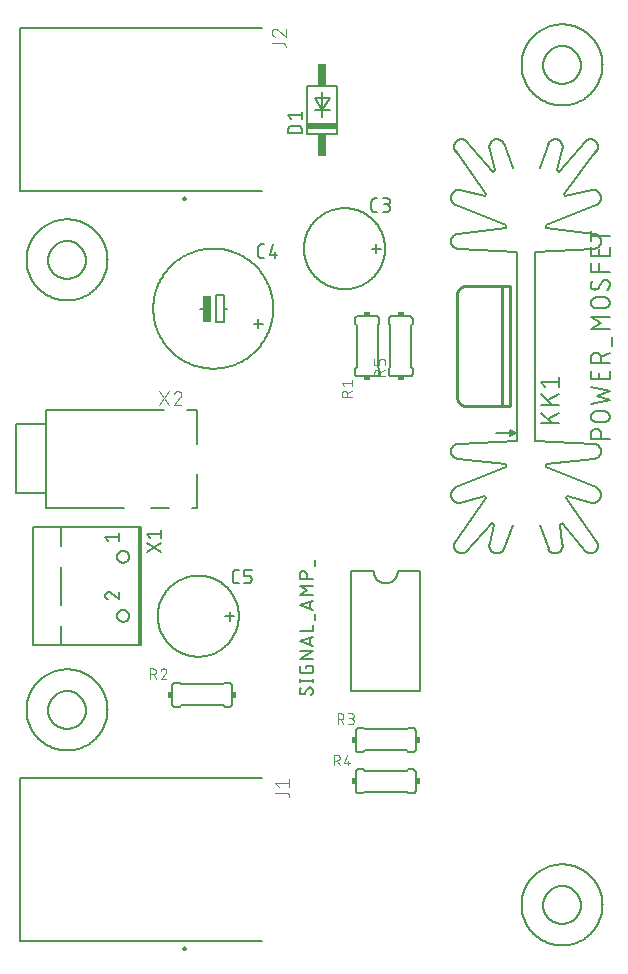
<source format=gbr>
G04 EAGLE Gerber RS-274X export*
G75*
%MOMM*%
%FSLAX34Y34*%
%LPD*%
%INSilkscreen Top*%
%IPPOS*%
%AMOC8*
5,1,8,0,0,1.08239X$1,22.5*%
G01*
%ADD10C,0.152400*%
%ADD11R,0.635000X2.286000*%
%ADD12C,0.127000*%
%ADD13R,2.540000X0.508000*%
%ADD14R,0.762000X1.905000*%
%ADD15C,0.200000*%
%ADD16C,0.101600*%
%ADD17C,0.254000*%
%ADD18C,0.177800*%
%ADD19R,0.508000X0.381000*%
%ADD20R,0.381000X0.508000*%
%ADD21C,0.203200*%


D10*
X179705Y549275D02*
X177165Y549275D01*
X177165Y560705D01*
X170815Y560705D01*
X170815Y537845D01*
X177165Y537845D01*
X177165Y549275D01*
X161925Y549275D02*
X156845Y549275D01*
X206375Y540385D02*
X206375Y532765D01*
X202565Y536575D02*
X210185Y536575D01*
X117475Y549275D02*
X117490Y550522D01*
X117536Y551768D01*
X117613Y553012D01*
X117720Y554254D01*
X117857Y555493D01*
X118025Y556729D01*
X118223Y557960D01*
X118451Y559186D01*
X118709Y560405D01*
X118997Y561618D01*
X119315Y562824D01*
X119662Y564021D01*
X120039Y565210D01*
X120445Y566389D01*
X120879Y567558D01*
X121342Y568715D01*
X121833Y569861D01*
X122352Y570995D01*
X122899Y572115D01*
X123473Y573222D01*
X124075Y574314D01*
X124702Y575391D01*
X125356Y576453D01*
X126036Y577498D01*
X126742Y578526D01*
X127472Y579537D01*
X128227Y580529D01*
X129006Y581502D01*
X129809Y582456D01*
X130635Y583390D01*
X131483Y584304D01*
X132354Y585196D01*
X133246Y586067D01*
X134160Y586915D01*
X135094Y587741D01*
X136048Y588544D01*
X137021Y589323D01*
X138013Y590078D01*
X139024Y590808D01*
X140052Y591514D01*
X141097Y592194D01*
X142159Y592848D01*
X143236Y593475D01*
X144328Y594077D01*
X145435Y594651D01*
X146555Y595198D01*
X147689Y595717D01*
X148835Y596208D01*
X149992Y596671D01*
X151161Y597105D01*
X152340Y597511D01*
X153529Y597888D01*
X154726Y598235D01*
X155932Y598553D01*
X157145Y598841D01*
X158364Y599099D01*
X159590Y599327D01*
X160821Y599525D01*
X162057Y599693D01*
X163296Y599830D01*
X164538Y599937D01*
X165782Y600014D01*
X167028Y600060D01*
X168275Y600075D01*
X169522Y600060D01*
X170768Y600014D01*
X172012Y599937D01*
X173254Y599830D01*
X174493Y599693D01*
X175729Y599525D01*
X176960Y599327D01*
X178186Y599099D01*
X179405Y598841D01*
X180618Y598553D01*
X181824Y598235D01*
X183021Y597888D01*
X184210Y597511D01*
X185389Y597105D01*
X186558Y596671D01*
X187715Y596208D01*
X188861Y595717D01*
X189995Y595198D01*
X191115Y594651D01*
X192222Y594077D01*
X193314Y593475D01*
X194391Y592848D01*
X195453Y592194D01*
X196498Y591514D01*
X197526Y590808D01*
X198537Y590078D01*
X199529Y589323D01*
X200502Y588544D01*
X201456Y587741D01*
X202390Y586915D01*
X203304Y586067D01*
X204196Y585196D01*
X205067Y584304D01*
X205915Y583390D01*
X206741Y582456D01*
X207544Y581502D01*
X208323Y580529D01*
X209078Y579537D01*
X209808Y578526D01*
X210514Y577498D01*
X211194Y576453D01*
X211848Y575391D01*
X212475Y574314D01*
X213077Y573222D01*
X213651Y572115D01*
X214198Y570995D01*
X214717Y569861D01*
X215208Y568715D01*
X215671Y567558D01*
X216105Y566389D01*
X216511Y565210D01*
X216888Y564021D01*
X217235Y562824D01*
X217553Y561618D01*
X217841Y560405D01*
X218099Y559186D01*
X218327Y557960D01*
X218525Y556729D01*
X218693Y555493D01*
X218830Y554254D01*
X218937Y553012D01*
X219014Y551768D01*
X219060Y550522D01*
X219075Y549275D01*
X219060Y548028D01*
X219014Y546782D01*
X218937Y545538D01*
X218830Y544296D01*
X218693Y543057D01*
X218525Y541821D01*
X218327Y540590D01*
X218099Y539364D01*
X217841Y538145D01*
X217553Y536932D01*
X217235Y535726D01*
X216888Y534529D01*
X216511Y533340D01*
X216105Y532161D01*
X215671Y530992D01*
X215208Y529835D01*
X214717Y528689D01*
X214198Y527555D01*
X213651Y526435D01*
X213077Y525328D01*
X212475Y524236D01*
X211848Y523159D01*
X211194Y522097D01*
X210514Y521052D01*
X209808Y520024D01*
X209078Y519013D01*
X208323Y518021D01*
X207544Y517048D01*
X206741Y516094D01*
X205915Y515160D01*
X205067Y514246D01*
X204196Y513354D01*
X203304Y512483D01*
X202390Y511635D01*
X201456Y510809D01*
X200502Y510006D01*
X199529Y509227D01*
X198537Y508472D01*
X197526Y507742D01*
X196498Y507036D01*
X195453Y506356D01*
X194391Y505702D01*
X193314Y505075D01*
X192222Y504473D01*
X191115Y503899D01*
X189995Y503352D01*
X188861Y502833D01*
X187715Y502342D01*
X186558Y501879D01*
X185389Y501445D01*
X184210Y501039D01*
X183021Y500662D01*
X181824Y500315D01*
X180618Y499997D01*
X179405Y499709D01*
X178186Y499451D01*
X176960Y499223D01*
X175729Y499025D01*
X174493Y498857D01*
X173254Y498720D01*
X172012Y498613D01*
X170768Y498536D01*
X169522Y498490D01*
X168275Y498475D01*
X167028Y498490D01*
X165782Y498536D01*
X164538Y498613D01*
X163296Y498720D01*
X162057Y498857D01*
X160821Y499025D01*
X159590Y499223D01*
X158364Y499451D01*
X157145Y499709D01*
X155932Y499997D01*
X154726Y500315D01*
X153529Y500662D01*
X152340Y501039D01*
X151161Y501445D01*
X149992Y501879D01*
X148835Y502342D01*
X147689Y502833D01*
X146555Y503352D01*
X145435Y503899D01*
X144328Y504473D01*
X143236Y505075D01*
X142159Y505702D01*
X141097Y506356D01*
X140052Y507036D01*
X139024Y507742D01*
X138013Y508472D01*
X137021Y509227D01*
X136048Y510006D01*
X135094Y510809D01*
X134160Y511635D01*
X133246Y512483D01*
X132354Y513354D01*
X131483Y514246D01*
X130635Y515160D01*
X129809Y516094D01*
X129006Y517048D01*
X128227Y518021D01*
X127472Y519013D01*
X126742Y520024D01*
X126036Y521052D01*
X125356Y522097D01*
X124702Y523159D01*
X124075Y524236D01*
X123473Y525328D01*
X122899Y526435D01*
X122352Y527555D01*
X121833Y528689D01*
X121342Y529835D01*
X120879Y530992D01*
X120445Y532161D01*
X120039Y533340D01*
X119662Y534529D01*
X119315Y535726D01*
X118997Y536932D01*
X118709Y538145D01*
X118451Y539364D01*
X118223Y540590D01*
X118025Y541821D01*
X117857Y543057D01*
X117720Y544296D01*
X117613Y545538D01*
X117536Y546782D01*
X117490Y548028D01*
X117475Y549275D01*
D11*
X162560Y549275D03*
D12*
X208878Y592328D02*
X211418Y592328D01*
X208878Y592328D02*
X208778Y592330D01*
X208679Y592336D01*
X208579Y592346D01*
X208481Y592359D01*
X208382Y592377D01*
X208285Y592398D01*
X208189Y592423D01*
X208093Y592452D01*
X207999Y592485D01*
X207906Y592521D01*
X207815Y592561D01*
X207725Y592605D01*
X207637Y592652D01*
X207551Y592702D01*
X207467Y592756D01*
X207385Y592813D01*
X207306Y592873D01*
X207228Y592937D01*
X207154Y593003D01*
X207082Y593072D01*
X207013Y593144D01*
X206947Y593218D01*
X206883Y593296D01*
X206823Y593375D01*
X206766Y593457D01*
X206712Y593541D01*
X206662Y593627D01*
X206615Y593715D01*
X206571Y593805D01*
X206531Y593896D01*
X206495Y593989D01*
X206462Y594083D01*
X206433Y594179D01*
X206408Y594275D01*
X206387Y594372D01*
X206369Y594471D01*
X206356Y594569D01*
X206346Y594669D01*
X206340Y594768D01*
X206338Y594868D01*
X206338Y601218D01*
X206340Y601318D01*
X206346Y601417D01*
X206356Y601517D01*
X206369Y601615D01*
X206387Y601714D01*
X206408Y601811D01*
X206433Y601907D01*
X206462Y602003D01*
X206495Y602097D01*
X206531Y602190D01*
X206571Y602281D01*
X206615Y602371D01*
X206662Y602459D01*
X206712Y602545D01*
X206766Y602629D01*
X206823Y602711D01*
X206883Y602790D01*
X206947Y602868D01*
X207013Y602942D01*
X207082Y603014D01*
X207154Y603083D01*
X207228Y603149D01*
X207306Y603213D01*
X207385Y603273D01*
X207467Y603330D01*
X207551Y603384D01*
X207637Y603434D01*
X207725Y603481D01*
X207815Y603525D01*
X207906Y603565D01*
X207999Y603601D01*
X208093Y603634D01*
X208189Y603663D01*
X208285Y603688D01*
X208382Y603709D01*
X208481Y603727D01*
X208579Y603740D01*
X208679Y603750D01*
X208778Y603756D01*
X208878Y603758D01*
X211418Y603758D01*
X218440Y603758D02*
X215900Y594868D01*
X222250Y594868D01*
X220345Y597408D02*
X220345Y592328D01*
D10*
X273050Y697230D02*
X273050Y737870D01*
X247650Y737870D01*
X247650Y697230D01*
X273050Y697230D01*
X260350Y711200D02*
X260350Y717550D01*
X254000Y727710D02*
X266700Y727710D01*
X260350Y717550D01*
X260350Y732790D01*
X254000Y727710D02*
X260350Y717550D01*
X254000Y717550D01*
X260350Y717550D02*
X266700Y717550D01*
D13*
X260350Y703580D03*
D14*
X260350Y747395D03*
X260350Y687705D03*
D12*
X243205Y697865D02*
X231775Y697865D01*
X231775Y701040D01*
X231777Y701151D01*
X231783Y701261D01*
X231792Y701372D01*
X231806Y701482D01*
X231823Y701591D01*
X231844Y701700D01*
X231869Y701808D01*
X231898Y701915D01*
X231930Y702021D01*
X231966Y702126D01*
X232006Y702229D01*
X232049Y702331D01*
X232096Y702432D01*
X232147Y702531D01*
X232200Y702628D01*
X232257Y702722D01*
X232318Y702815D01*
X232381Y702906D01*
X232448Y702995D01*
X232518Y703081D01*
X232591Y703164D01*
X232666Y703246D01*
X232744Y703324D01*
X232826Y703399D01*
X232909Y703472D01*
X232995Y703542D01*
X233084Y703609D01*
X233175Y703672D01*
X233268Y703733D01*
X233363Y703790D01*
X233459Y703843D01*
X233558Y703894D01*
X233659Y703941D01*
X233761Y703984D01*
X233864Y704024D01*
X233969Y704060D01*
X234075Y704092D01*
X234182Y704121D01*
X234290Y704146D01*
X234399Y704167D01*
X234508Y704184D01*
X234618Y704198D01*
X234729Y704207D01*
X234839Y704213D01*
X234950Y704215D01*
X240030Y704215D01*
X240141Y704213D01*
X240251Y704207D01*
X240362Y704198D01*
X240472Y704184D01*
X240581Y704167D01*
X240690Y704146D01*
X240798Y704121D01*
X240905Y704092D01*
X241011Y704060D01*
X241116Y704024D01*
X241219Y703984D01*
X241321Y703941D01*
X241422Y703894D01*
X241521Y703843D01*
X241618Y703790D01*
X241712Y703733D01*
X241805Y703672D01*
X241896Y703609D01*
X241985Y703542D01*
X242071Y703472D01*
X242154Y703399D01*
X242236Y703324D01*
X242314Y703246D01*
X242389Y703164D01*
X242462Y703081D01*
X242532Y702995D01*
X242599Y702906D01*
X242662Y702815D01*
X242723Y702722D01*
X242780Y702628D01*
X242833Y702531D01*
X242884Y702432D01*
X242931Y702331D01*
X242974Y702229D01*
X243014Y702126D01*
X243050Y702021D01*
X243082Y701915D01*
X243111Y701808D01*
X243136Y701700D01*
X243157Y701591D01*
X243174Y701482D01*
X243188Y701372D01*
X243197Y701261D01*
X243203Y701151D01*
X243205Y701040D01*
X243205Y697865D01*
X234315Y709676D02*
X231775Y712851D01*
X243205Y712851D01*
X243205Y709676D02*
X243205Y716026D01*
X209950Y151550D02*
X4950Y151550D01*
X4950Y13550D01*
X209950Y13550D01*
D15*
X142950Y7550D02*
X142952Y7613D01*
X142958Y7675D01*
X142968Y7737D01*
X142981Y7799D01*
X142999Y7859D01*
X143020Y7918D01*
X143045Y7976D01*
X143074Y8032D01*
X143106Y8086D01*
X143141Y8138D01*
X143179Y8187D01*
X143221Y8235D01*
X143265Y8279D01*
X143313Y8321D01*
X143362Y8359D01*
X143414Y8394D01*
X143468Y8426D01*
X143524Y8455D01*
X143582Y8480D01*
X143641Y8501D01*
X143701Y8519D01*
X143763Y8532D01*
X143825Y8542D01*
X143887Y8548D01*
X143950Y8550D01*
X144013Y8548D01*
X144075Y8542D01*
X144137Y8532D01*
X144199Y8519D01*
X144259Y8501D01*
X144318Y8480D01*
X144376Y8455D01*
X144432Y8426D01*
X144486Y8394D01*
X144538Y8359D01*
X144587Y8321D01*
X144635Y8279D01*
X144679Y8235D01*
X144721Y8187D01*
X144759Y8138D01*
X144794Y8086D01*
X144826Y8032D01*
X144855Y7976D01*
X144880Y7918D01*
X144901Y7859D01*
X144919Y7799D01*
X144932Y7737D01*
X144942Y7675D01*
X144948Y7613D01*
X144950Y7550D01*
X144948Y7487D01*
X144942Y7425D01*
X144932Y7363D01*
X144919Y7301D01*
X144901Y7241D01*
X144880Y7182D01*
X144855Y7124D01*
X144826Y7068D01*
X144794Y7014D01*
X144759Y6962D01*
X144721Y6913D01*
X144679Y6865D01*
X144635Y6821D01*
X144587Y6779D01*
X144538Y6741D01*
X144486Y6706D01*
X144432Y6674D01*
X144376Y6645D01*
X144318Y6620D01*
X144259Y6599D01*
X144199Y6581D01*
X144137Y6568D01*
X144075Y6558D01*
X144013Y6552D01*
X143950Y6550D01*
X143887Y6552D01*
X143825Y6558D01*
X143763Y6568D01*
X143701Y6581D01*
X143641Y6599D01*
X143582Y6620D01*
X143524Y6645D01*
X143468Y6674D01*
X143414Y6706D01*
X143362Y6741D01*
X143313Y6779D01*
X143265Y6821D01*
X143221Y6865D01*
X143179Y6913D01*
X143141Y6962D01*
X143106Y7014D01*
X143074Y7068D01*
X143045Y7124D01*
X143020Y7182D01*
X142999Y7241D01*
X142981Y7301D01*
X142968Y7363D01*
X142958Y7425D01*
X142952Y7487D01*
X142950Y7550D01*
D16*
X220961Y139278D02*
X230049Y139278D01*
X230049Y139277D02*
X230148Y139275D01*
X230248Y139269D01*
X230347Y139260D01*
X230445Y139247D01*
X230543Y139230D01*
X230641Y139209D01*
X230737Y139184D01*
X230832Y139156D01*
X230926Y139124D01*
X231019Y139089D01*
X231111Y139050D01*
X231201Y139007D01*
X231289Y138962D01*
X231376Y138912D01*
X231460Y138860D01*
X231543Y138804D01*
X231623Y138746D01*
X231701Y138684D01*
X231776Y138619D01*
X231849Y138551D01*
X231919Y138481D01*
X231987Y138408D01*
X232052Y138333D01*
X232114Y138255D01*
X232172Y138175D01*
X232228Y138092D01*
X232280Y138008D01*
X232330Y137921D01*
X232375Y137833D01*
X232418Y137743D01*
X232457Y137651D01*
X232492Y137558D01*
X232524Y137464D01*
X232552Y137369D01*
X232577Y137273D01*
X232598Y137175D01*
X232615Y137077D01*
X232628Y136979D01*
X232637Y136880D01*
X232643Y136780D01*
X232645Y136681D01*
X232645Y135383D01*
X223557Y144551D02*
X220961Y147796D01*
X232645Y147796D01*
X232645Y144551D02*
X232645Y151042D01*
D12*
X209950Y786550D02*
X4950Y786550D01*
X4950Y648550D01*
X209950Y648550D01*
D15*
X142950Y642550D02*
X142952Y642613D01*
X142958Y642675D01*
X142968Y642737D01*
X142981Y642799D01*
X142999Y642859D01*
X143020Y642918D01*
X143045Y642976D01*
X143074Y643032D01*
X143106Y643086D01*
X143141Y643138D01*
X143179Y643187D01*
X143221Y643235D01*
X143265Y643279D01*
X143313Y643321D01*
X143362Y643359D01*
X143414Y643394D01*
X143468Y643426D01*
X143524Y643455D01*
X143582Y643480D01*
X143641Y643501D01*
X143701Y643519D01*
X143763Y643532D01*
X143825Y643542D01*
X143887Y643548D01*
X143950Y643550D01*
X144013Y643548D01*
X144075Y643542D01*
X144137Y643532D01*
X144199Y643519D01*
X144259Y643501D01*
X144318Y643480D01*
X144376Y643455D01*
X144432Y643426D01*
X144486Y643394D01*
X144538Y643359D01*
X144587Y643321D01*
X144635Y643279D01*
X144679Y643235D01*
X144721Y643187D01*
X144759Y643138D01*
X144794Y643086D01*
X144826Y643032D01*
X144855Y642976D01*
X144880Y642918D01*
X144901Y642859D01*
X144919Y642799D01*
X144932Y642737D01*
X144942Y642675D01*
X144948Y642613D01*
X144950Y642550D01*
X144948Y642487D01*
X144942Y642425D01*
X144932Y642363D01*
X144919Y642301D01*
X144901Y642241D01*
X144880Y642182D01*
X144855Y642124D01*
X144826Y642068D01*
X144794Y642014D01*
X144759Y641962D01*
X144721Y641913D01*
X144679Y641865D01*
X144635Y641821D01*
X144587Y641779D01*
X144538Y641741D01*
X144486Y641706D01*
X144432Y641674D01*
X144376Y641645D01*
X144318Y641620D01*
X144259Y641599D01*
X144199Y641581D01*
X144137Y641568D01*
X144075Y641558D01*
X144013Y641552D01*
X143950Y641550D01*
X143887Y641552D01*
X143825Y641558D01*
X143763Y641568D01*
X143701Y641581D01*
X143641Y641599D01*
X143582Y641620D01*
X143524Y641645D01*
X143468Y641674D01*
X143414Y641706D01*
X143362Y641741D01*
X143313Y641779D01*
X143265Y641821D01*
X143221Y641865D01*
X143179Y641913D01*
X143141Y641962D01*
X143106Y642014D01*
X143074Y642068D01*
X143045Y642124D01*
X143020Y642182D01*
X142999Y642241D01*
X142981Y642301D01*
X142968Y642363D01*
X142958Y642425D01*
X142952Y642487D01*
X142950Y642550D01*
D16*
X217786Y774278D02*
X226874Y774278D01*
X226874Y774277D02*
X226973Y774275D01*
X227073Y774269D01*
X227172Y774260D01*
X227270Y774247D01*
X227368Y774230D01*
X227466Y774209D01*
X227562Y774184D01*
X227657Y774156D01*
X227751Y774124D01*
X227844Y774089D01*
X227936Y774050D01*
X228026Y774007D01*
X228114Y773962D01*
X228201Y773912D01*
X228285Y773860D01*
X228368Y773804D01*
X228448Y773746D01*
X228526Y773684D01*
X228601Y773619D01*
X228674Y773551D01*
X228744Y773481D01*
X228812Y773408D01*
X228877Y773333D01*
X228939Y773255D01*
X228997Y773175D01*
X229053Y773092D01*
X229105Y773008D01*
X229155Y772921D01*
X229200Y772833D01*
X229243Y772743D01*
X229282Y772651D01*
X229317Y772558D01*
X229349Y772464D01*
X229377Y772369D01*
X229402Y772273D01*
X229423Y772175D01*
X229440Y772077D01*
X229453Y771979D01*
X229462Y771880D01*
X229468Y771780D01*
X229470Y771681D01*
X229470Y770383D01*
X217786Y783121D02*
X217788Y783228D01*
X217794Y783334D01*
X217804Y783440D01*
X217817Y783546D01*
X217835Y783652D01*
X217856Y783756D01*
X217881Y783860D01*
X217910Y783963D01*
X217942Y784064D01*
X217979Y784164D01*
X218019Y784263D01*
X218062Y784361D01*
X218109Y784457D01*
X218160Y784551D01*
X218214Y784643D01*
X218271Y784733D01*
X218331Y784821D01*
X218395Y784906D01*
X218462Y784989D01*
X218532Y785070D01*
X218604Y785148D01*
X218680Y785224D01*
X218758Y785296D01*
X218839Y785366D01*
X218922Y785433D01*
X219007Y785497D01*
X219095Y785557D01*
X219185Y785614D01*
X219277Y785668D01*
X219371Y785719D01*
X219467Y785766D01*
X219565Y785809D01*
X219664Y785849D01*
X219764Y785886D01*
X219865Y785918D01*
X219968Y785947D01*
X220072Y785972D01*
X220176Y785993D01*
X220282Y786011D01*
X220388Y786024D01*
X220494Y786034D01*
X220600Y786040D01*
X220707Y786042D01*
X217786Y783121D02*
X217788Y783000D01*
X217794Y782879D01*
X217804Y782759D01*
X217817Y782638D01*
X217835Y782519D01*
X217856Y782399D01*
X217881Y782281D01*
X217910Y782164D01*
X217943Y782047D01*
X217979Y781932D01*
X218020Y781818D01*
X218063Y781705D01*
X218111Y781593D01*
X218162Y781484D01*
X218217Y781376D01*
X218275Y781269D01*
X218336Y781165D01*
X218401Y781063D01*
X218469Y780963D01*
X218540Y780865D01*
X218614Y780769D01*
X218691Y780676D01*
X218772Y780586D01*
X218855Y780498D01*
X218941Y780413D01*
X219030Y780330D01*
X219121Y780251D01*
X219215Y780174D01*
X219311Y780101D01*
X219409Y780031D01*
X219510Y779964D01*
X219613Y779900D01*
X219718Y779840D01*
X219825Y779782D01*
X219933Y779729D01*
X220043Y779679D01*
X220155Y779633D01*
X220268Y779590D01*
X220383Y779551D01*
X222979Y785068D02*
X222901Y785147D01*
X222821Y785223D01*
X222738Y785296D01*
X222652Y785366D01*
X222565Y785433D01*
X222474Y785497D01*
X222382Y785557D01*
X222288Y785615D01*
X222191Y785669D01*
X222093Y785719D01*
X221993Y785766D01*
X221892Y785810D01*
X221789Y785850D01*
X221684Y785886D01*
X221579Y785918D01*
X221472Y785947D01*
X221365Y785972D01*
X221256Y785994D01*
X221147Y786011D01*
X221038Y786025D01*
X220928Y786034D01*
X220817Y786040D01*
X220707Y786042D01*
X222979Y785068D02*
X229470Y779551D01*
X229470Y786042D01*
D17*
X374650Y474345D02*
X374668Y474146D01*
X374691Y473947D01*
X374718Y473749D01*
X374750Y473551D01*
X374787Y473355D01*
X374829Y473159D01*
X374875Y472964D01*
X374926Y472771D01*
X374982Y472579D01*
X375042Y472388D01*
X375107Y472199D01*
X375177Y472011D01*
X375251Y471825D01*
X375329Y471641D01*
X375412Y471459D01*
X375499Y471279D01*
X375591Y471101D01*
X375687Y470926D01*
X375787Y470752D01*
X375891Y470582D01*
X375999Y470413D01*
X376112Y470248D01*
X376228Y470085D01*
X376348Y469925D01*
X376472Y469768D01*
X376600Y469614D01*
X376732Y469464D01*
X376867Y469316D01*
X377005Y469172D01*
X377147Y469031D01*
X377293Y468894D01*
X377442Y468760D01*
X377593Y468629D01*
X377748Y468503D01*
X377906Y468380D01*
X378067Y468261D01*
X378231Y468146D01*
X378398Y468036D01*
X378567Y467929D01*
X378738Y467826D01*
X378913Y467727D01*
X379089Y467633D01*
X379268Y467543D01*
X379448Y467457D01*
X379631Y467376D01*
X379816Y467299D01*
X380002Y467227D01*
X380191Y467159D01*
X380380Y467095D01*
X380572Y467037D01*
X380764Y466983D01*
X380958Y466933D01*
X381153Y466888D01*
X381349Y466849D01*
X381546Y466813D01*
X381744Y466783D01*
X381942Y466757D01*
X382141Y466736D01*
X382341Y466720D01*
X382540Y466709D01*
X382740Y466703D01*
X382940Y466701D01*
X383140Y466704D01*
X383340Y466712D01*
X383540Y466725D01*
X374650Y474345D02*
X374650Y560705D01*
X374652Y560889D01*
X374659Y561073D01*
X374670Y561257D01*
X374686Y561440D01*
X374706Y561623D01*
X374730Y561806D01*
X374759Y561988D01*
X374792Y562169D01*
X374830Y562349D01*
X374871Y562529D01*
X374918Y562707D01*
X374968Y562884D01*
X375023Y563060D01*
X375082Y563234D01*
X375145Y563407D01*
X375213Y563578D01*
X375284Y563748D01*
X375360Y563916D01*
X375439Y564082D01*
X375523Y564246D01*
X375610Y564408D01*
X375702Y564568D01*
X375797Y564726D01*
X375896Y564881D01*
X375999Y565034D01*
X376105Y565184D01*
X376215Y565332D01*
X376329Y565477D01*
X376446Y565619D01*
X376566Y565758D01*
X376690Y565894D01*
X376817Y566028D01*
X376947Y566158D01*
X377081Y566285D01*
X377217Y566409D01*
X377356Y566529D01*
X377498Y566646D01*
X377643Y566760D01*
X377791Y566870D01*
X377941Y566976D01*
X378094Y567079D01*
X378249Y567178D01*
X378407Y567273D01*
X378567Y567365D01*
X378729Y567452D01*
X378893Y567536D01*
X379059Y567615D01*
X379227Y567691D01*
X379397Y567762D01*
X379568Y567830D01*
X379741Y567893D01*
X379915Y567952D01*
X380091Y568007D01*
X380268Y568057D01*
X380446Y568104D01*
X380626Y568145D01*
X380806Y568183D01*
X380987Y568216D01*
X381169Y568245D01*
X381352Y568269D01*
X381535Y568289D01*
X381718Y568305D01*
X381902Y568316D01*
X382086Y568323D01*
X382270Y568325D01*
X412750Y568325D01*
X419100Y568325D01*
X419100Y466725D02*
X412750Y466725D01*
X383540Y466725D01*
X412750Y466725D02*
X412750Y568325D01*
X419100Y568325D02*
X419100Y466725D01*
D18*
X487941Y438600D02*
X503948Y438600D01*
X487941Y438600D02*
X487941Y443047D01*
X487942Y443047D02*
X487944Y443179D01*
X487950Y443310D01*
X487960Y443442D01*
X487973Y443573D01*
X487991Y443703D01*
X488012Y443833D01*
X488037Y443963D01*
X488066Y444091D01*
X488099Y444219D01*
X488136Y444345D01*
X488176Y444471D01*
X488220Y444595D01*
X488268Y444718D01*
X488319Y444839D01*
X488374Y444959D01*
X488433Y445077D01*
X488494Y445193D01*
X488560Y445308D01*
X488628Y445420D01*
X488700Y445531D01*
X488776Y445639D01*
X488854Y445745D01*
X488936Y445848D01*
X489020Y445949D01*
X489108Y446048D01*
X489198Y446144D01*
X489291Y446237D01*
X489387Y446327D01*
X489486Y446415D01*
X489587Y446499D01*
X489690Y446581D01*
X489796Y446659D01*
X489904Y446735D01*
X490015Y446807D01*
X490127Y446875D01*
X490242Y446941D01*
X490358Y447002D01*
X490476Y447061D01*
X490596Y447116D01*
X490717Y447167D01*
X490840Y447215D01*
X490964Y447259D01*
X491090Y447299D01*
X491216Y447336D01*
X491344Y447369D01*
X491472Y447398D01*
X491602Y447423D01*
X491732Y447444D01*
X491862Y447462D01*
X491993Y447475D01*
X492125Y447485D01*
X492256Y447491D01*
X492388Y447493D01*
X492520Y447491D01*
X492651Y447485D01*
X492783Y447475D01*
X492914Y447462D01*
X493044Y447444D01*
X493174Y447423D01*
X493304Y447398D01*
X493432Y447369D01*
X493560Y447336D01*
X493686Y447299D01*
X493812Y447259D01*
X493936Y447215D01*
X494059Y447167D01*
X494180Y447116D01*
X494300Y447061D01*
X494418Y447002D01*
X494534Y446941D01*
X494649Y446875D01*
X494761Y446807D01*
X494872Y446735D01*
X494980Y446659D01*
X495086Y446581D01*
X495189Y446499D01*
X495290Y446415D01*
X495389Y446327D01*
X495485Y446237D01*
X495578Y446144D01*
X495668Y446048D01*
X495756Y445949D01*
X495840Y445848D01*
X495922Y445745D01*
X496000Y445639D01*
X496076Y445531D01*
X496148Y445420D01*
X496216Y445308D01*
X496282Y445193D01*
X496343Y445077D01*
X496402Y444959D01*
X496457Y444839D01*
X496508Y444718D01*
X496556Y444595D01*
X496600Y444471D01*
X496640Y444345D01*
X496677Y444219D01*
X496710Y444091D01*
X496739Y443963D01*
X496764Y443833D01*
X496785Y443703D01*
X496803Y443573D01*
X496816Y443442D01*
X496826Y443310D01*
X496832Y443179D01*
X496834Y443047D01*
X496834Y438600D01*
X499502Y453482D02*
X492388Y453482D01*
X492256Y453484D01*
X492125Y453490D01*
X491993Y453500D01*
X491862Y453513D01*
X491732Y453531D01*
X491602Y453552D01*
X491472Y453577D01*
X491344Y453606D01*
X491216Y453639D01*
X491090Y453676D01*
X490964Y453716D01*
X490840Y453760D01*
X490717Y453808D01*
X490596Y453859D01*
X490476Y453914D01*
X490358Y453973D01*
X490242Y454034D01*
X490127Y454100D01*
X490015Y454168D01*
X489904Y454240D01*
X489796Y454316D01*
X489690Y454394D01*
X489587Y454476D01*
X489486Y454560D01*
X489387Y454648D01*
X489291Y454738D01*
X489198Y454831D01*
X489108Y454927D01*
X489020Y455026D01*
X488936Y455127D01*
X488854Y455230D01*
X488776Y455336D01*
X488700Y455444D01*
X488628Y455555D01*
X488560Y455667D01*
X488494Y455782D01*
X488433Y455898D01*
X488374Y456016D01*
X488319Y456136D01*
X488268Y456257D01*
X488220Y456380D01*
X488176Y456504D01*
X488136Y456630D01*
X488099Y456756D01*
X488066Y456884D01*
X488037Y457012D01*
X488012Y457142D01*
X487991Y457272D01*
X487973Y457402D01*
X487960Y457533D01*
X487950Y457665D01*
X487944Y457796D01*
X487942Y457928D01*
X487944Y458060D01*
X487950Y458191D01*
X487960Y458323D01*
X487973Y458454D01*
X487991Y458584D01*
X488012Y458714D01*
X488037Y458844D01*
X488066Y458972D01*
X488099Y459100D01*
X488136Y459226D01*
X488176Y459352D01*
X488220Y459476D01*
X488268Y459599D01*
X488319Y459720D01*
X488374Y459840D01*
X488433Y459958D01*
X488494Y460074D01*
X488560Y460189D01*
X488628Y460301D01*
X488700Y460412D01*
X488776Y460520D01*
X488854Y460626D01*
X488936Y460729D01*
X489020Y460830D01*
X489108Y460929D01*
X489198Y461025D01*
X489291Y461118D01*
X489387Y461208D01*
X489486Y461296D01*
X489587Y461380D01*
X489690Y461462D01*
X489796Y461540D01*
X489904Y461616D01*
X490015Y461688D01*
X490127Y461756D01*
X490242Y461822D01*
X490358Y461883D01*
X490476Y461942D01*
X490596Y461997D01*
X490717Y462048D01*
X490840Y462096D01*
X490964Y462140D01*
X491090Y462180D01*
X491216Y462217D01*
X491344Y462250D01*
X491472Y462279D01*
X491602Y462304D01*
X491732Y462325D01*
X491862Y462343D01*
X491993Y462356D01*
X492125Y462366D01*
X492256Y462372D01*
X492388Y462374D01*
X499502Y462374D01*
X499634Y462372D01*
X499765Y462366D01*
X499897Y462356D01*
X500028Y462343D01*
X500158Y462325D01*
X500288Y462304D01*
X500418Y462279D01*
X500546Y462250D01*
X500674Y462217D01*
X500800Y462180D01*
X500926Y462140D01*
X501050Y462096D01*
X501173Y462048D01*
X501294Y461997D01*
X501414Y461942D01*
X501532Y461883D01*
X501648Y461822D01*
X501763Y461756D01*
X501875Y461688D01*
X501986Y461616D01*
X502094Y461540D01*
X502200Y461462D01*
X502303Y461380D01*
X502404Y461296D01*
X502503Y461208D01*
X502599Y461118D01*
X502692Y461025D01*
X502782Y460929D01*
X502870Y460830D01*
X502954Y460729D01*
X503036Y460626D01*
X503114Y460520D01*
X503190Y460412D01*
X503262Y460301D01*
X503330Y460189D01*
X503396Y460074D01*
X503457Y459958D01*
X503516Y459840D01*
X503571Y459720D01*
X503622Y459599D01*
X503670Y459476D01*
X503714Y459352D01*
X503754Y459226D01*
X503791Y459100D01*
X503824Y458972D01*
X503853Y458844D01*
X503878Y458714D01*
X503899Y458584D01*
X503917Y458454D01*
X503930Y458323D01*
X503940Y458191D01*
X503946Y458060D01*
X503948Y457928D01*
X503946Y457796D01*
X503940Y457665D01*
X503930Y457533D01*
X503917Y457402D01*
X503899Y457272D01*
X503878Y457142D01*
X503853Y457012D01*
X503824Y456884D01*
X503791Y456756D01*
X503754Y456630D01*
X503714Y456504D01*
X503670Y456380D01*
X503622Y456257D01*
X503571Y456136D01*
X503516Y456016D01*
X503457Y455898D01*
X503396Y455782D01*
X503330Y455667D01*
X503262Y455555D01*
X503190Y455444D01*
X503114Y455336D01*
X503036Y455230D01*
X502954Y455127D01*
X502870Y455026D01*
X502782Y454927D01*
X502692Y454831D01*
X502599Y454738D01*
X502503Y454648D01*
X502404Y454560D01*
X502303Y454476D01*
X502200Y454394D01*
X502094Y454316D01*
X501986Y454240D01*
X501875Y454168D01*
X501763Y454100D01*
X501648Y454034D01*
X501532Y453973D01*
X501414Y453914D01*
X501294Y453859D01*
X501173Y453808D01*
X501050Y453760D01*
X500926Y453716D01*
X500800Y453676D01*
X500674Y453639D01*
X500546Y453606D01*
X500418Y453577D01*
X500288Y453552D01*
X500158Y453531D01*
X500028Y453513D01*
X499897Y453500D01*
X499765Y453490D01*
X499634Y453484D01*
X499502Y453482D01*
X487941Y468533D02*
X503948Y472090D01*
X493277Y475647D01*
X503948Y479205D01*
X487941Y482762D01*
X503948Y489475D02*
X503948Y496589D01*
X503948Y489475D02*
X487941Y489475D01*
X487941Y496589D01*
X495055Y494810D02*
X495055Y489475D01*
X487941Y503093D02*
X503948Y503093D01*
X487941Y503093D02*
X487941Y507539D01*
X487942Y507539D02*
X487944Y507671D01*
X487950Y507802D01*
X487960Y507934D01*
X487973Y508065D01*
X487991Y508195D01*
X488012Y508325D01*
X488037Y508455D01*
X488066Y508583D01*
X488099Y508711D01*
X488136Y508837D01*
X488176Y508963D01*
X488220Y509087D01*
X488268Y509210D01*
X488319Y509331D01*
X488374Y509451D01*
X488433Y509569D01*
X488494Y509685D01*
X488560Y509800D01*
X488628Y509912D01*
X488700Y510023D01*
X488776Y510131D01*
X488854Y510237D01*
X488936Y510340D01*
X489020Y510441D01*
X489108Y510540D01*
X489198Y510636D01*
X489291Y510729D01*
X489387Y510819D01*
X489486Y510907D01*
X489587Y510991D01*
X489690Y511073D01*
X489796Y511151D01*
X489904Y511227D01*
X490015Y511299D01*
X490127Y511367D01*
X490242Y511433D01*
X490358Y511494D01*
X490476Y511553D01*
X490596Y511608D01*
X490717Y511659D01*
X490840Y511707D01*
X490964Y511751D01*
X491090Y511791D01*
X491216Y511828D01*
X491344Y511861D01*
X491472Y511890D01*
X491602Y511915D01*
X491732Y511936D01*
X491862Y511954D01*
X491993Y511967D01*
X492125Y511977D01*
X492256Y511983D01*
X492388Y511985D01*
X492520Y511983D01*
X492651Y511977D01*
X492783Y511967D01*
X492914Y511954D01*
X493044Y511936D01*
X493174Y511915D01*
X493304Y511890D01*
X493432Y511861D01*
X493560Y511828D01*
X493686Y511791D01*
X493812Y511751D01*
X493936Y511707D01*
X494059Y511659D01*
X494180Y511608D01*
X494300Y511553D01*
X494418Y511494D01*
X494534Y511433D01*
X494649Y511367D01*
X494761Y511299D01*
X494872Y511227D01*
X494980Y511151D01*
X495086Y511073D01*
X495189Y510991D01*
X495290Y510907D01*
X495389Y510819D01*
X495485Y510729D01*
X495578Y510636D01*
X495668Y510540D01*
X495756Y510441D01*
X495840Y510340D01*
X495922Y510237D01*
X496000Y510131D01*
X496076Y510023D01*
X496148Y509912D01*
X496216Y509800D01*
X496282Y509685D01*
X496343Y509569D01*
X496402Y509451D01*
X496457Y509331D01*
X496508Y509210D01*
X496556Y509087D01*
X496600Y508963D01*
X496640Y508837D01*
X496677Y508711D01*
X496710Y508583D01*
X496739Y508455D01*
X496764Y508325D01*
X496785Y508195D01*
X496803Y508065D01*
X496816Y507934D01*
X496826Y507802D01*
X496832Y507671D01*
X496834Y507539D01*
X496834Y503093D01*
X496834Y508428D02*
X503948Y511985D01*
X505727Y517953D02*
X505727Y525067D01*
X503948Y531809D02*
X487941Y531809D01*
X496834Y537145D01*
X487941Y542480D01*
X503948Y542480D01*
X499502Y549897D02*
X492388Y549897D01*
X492256Y549899D01*
X492125Y549905D01*
X491993Y549915D01*
X491862Y549928D01*
X491732Y549946D01*
X491602Y549967D01*
X491472Y549992D01*
X491344Y550021D01*
X491216Y550054D01*
X491090Y550091D01*
X490964Y550131D01*
X490840Y550175D01*
X490717Y550223D01*
X490596Y550274D01*
X490476Y550329D01*
X490358Y550388D01*
X490242Y550449D01*
X490127Y550515D01*
X490015Y550583D01*
X489904Y550655D01*
X489796Y550731D01*
X489690Y550809D01*
X489587Y550891D01*
X489486Y550975D01*
X489387Y551063D01*
X489291Y551153D01*
X489198Y551246D01*
X489108Y551342D01*
X489020Y551441D01*
X488936Y551542D01*
X488854Y551645D01*
X488776Y551751D01*
X488700Y551859D01*
X488628Y551970D01*
X488560Y552082D01*
X488494Y552197D01*
X488433Y552313D01*
X488374Y552431D01*
X488319Y552551D01*
X488268Y552672D01*
X488220Y552795D01*
X488176Y552919D01*
X488136Y553045D01*
X488099Y553171D01*
X488066Y553299D01*
X488037Y553427D01*
X488012Y553557D01*
X487991Y553687D01*
X487973Y553817D01*
X487960Y553948D01*
X487950Y554080D01*
X487944Y554211D01*
X487942Y554343D01*
X487944Y554475D01*
X487950Y554606D01*
X487960Y554738D01*
X487973Y554869D01*
X487991Y554999D01*
X488012Y555129D01*
X488037Y555259D01*
X488066Y555387D01*
X488099Y555515D01*
X488136Y555641D01*
X488176Y555767D01*
X488220Y555891D01*
X488268Y556014D01*
X488319Y556135D01*
X488374Y556255D01*
X488433Y556373D01*
X488494Y556489D01*
X488560Y556604D01*
X488628Y556716D01*
X488700Y556827D01*
X488776Y556935D01*
X488854Y557041D01*
X488936Y557144D01*
X489020Y557245D01*
X489108Y557344D01*
X489198Y557440D01*
X489291Y557533D01*
X489387Y557623D01*
X489486Y557711D01*
X489587Y557795D01*
X489690Y557877D01*
X489796Y557955D01*
X489904Y558031D01*
X490015Y558103D01*
X490127Y558171D01*
X490242Y558237D01*
X490358Y558298D01*
X490476Y558357D01*
X490596Y558412D01*
X490717Y558463D01*
X490840Y558511D01*
X490964Y558555D01*
X491090Y558595D01*
X491216Y558632D01*
X491344Y558665D01*
X491472Y558694D01*
X491602Y558719D01*
X491732Y558740D01*
X491862Y558758D01*
X491993Y558771D01*
X492125Y558781D01*
X492256Y558787D01*
X492388Y558789D01*
X499502Y558789D01*
X499634Y558787D01*
X499765Y558781D01*
X499897Y558771D01*
X500028Y558758D01*
X500158Y558740D01*
X500288Y558719D01*
X500418Y558694D01*
X500546Y558665D01*
X500674Y558632D01*
X500800Y558595D01*
X500926Y558555D01*
X501050Y558511D01*
X501173Y558463D01*
X501294Y558412D01*
X501414Y558357D01*
X501532Y558298D01*
X501648Y558237D01*
X501763Y558171D01*
X501875Y558103D01*
X501986Y558031D01*
X502094Y557955D01*
X502200Y557877D01*
X502303Y557795D01*
X502404Y557711D01*
X502503Y557623D01*
X502599Y557533D01*
X502692Y557440D01*
X502782Y557344D01*
X502870Y557245D01*
X502954Y557144D01*
X503036Y557041D01*
X503114Y556935D01*
X503190Y556827D01*
X503262Y556716D01*
X503330Y556604D01*
X503396Y556489D01*
X503457Y556373D01*
X503516Y556255D01*
X503571Y556135D01*
X503622Y556014D01*
X503670Y555891D01*
X503714Y555767D01*
X503754Y555641D01*
X503791Y555515D01*
X503824Y555387D01*
X503853Y555259D01*
X503878Y555129D01*
X503899Y554999D01*
X503917Y554869D01*
X503930Y554738D01*
X503940Y554606D01*
X503946Y554475D01*
X503948Y554343D01*
X503946Y554211D01*
X503940Y554080D01*
X503930Y553948D01*
X503917Y553817D01*
X503899Y553687D01*
X503878Y553557D01*
X503853Y553427D01*
X503824Y553299D01*
X503791Y553171D01*
X503754Y553045D01*
X503714Y552919D01*
X503670Y552795D01*
X503622Y552672D01*
X503571Y552551D01*
X503516Y552431D01*
X503457Y552313D01*
X503396Y552197D01*
X503330Y552082D01*
X503262Y551970D01*
X503190Y551859D01*
X503114Y551751D01*
X503036Y551645D01*
X502954Y551542D01*
X502870Y551441D01*
X502782Y551342D01*
X502692Y551246D01*
X502599Y551153D01*
X502503Y551063D01*
X502404Y550975D01*
X502303Y550891D01*
X502200Y550809D01*
X502094Y550731D01*
X501986Y550655D01*
X501875Y550583D01*
X501763Y550515D01*
X501648Y550449D01*
X501532Y550388D01*
X501414Y550329D01*
X501294Y550274D01*
X501173Y550223D01*
X501050Y550175D01*
X500926Y550131D01*
X500800Y550091D01*
X500674Y550054D01*
X500546Y550021D01*
X500418Y549992D01*
X500288Y549967D01*
X500158Y549946D01*
X500028Y549928D01*
X499897Y549915D01*
X499765Y549905D01*
X499634Y549899D01*
X499502Y549897D01*
X503948Y570346D02*
X503946Y570462D01*
X503940Y570579D01*
X503931Y570695D01*
X503918Y570810D01*
X503900Y570925D01*
X503880Y571040D01*
X503855Y571154D01*
X503827Y571267D01*
X503795Y571379D01*
X503759Y571489D01*
X503720Y571599D01*
X503677Y571707D01*
X503631Y571814D01*
X503581Y571919D01*
X503528Y572023D01*
X503471Y572125D01*
X503412Y572224D01*
X503349Y572322D01*
X503282Y572418D01*
X503213Y572511D01*
X503141Y572603D01*
X503065Y572691D01*
X502987Y572778D01*
X502906Y572861D01*
X502823Y572942D01*
X502736Y573020D01*
X502648Y573096D01*
X502556Y573168D01*
X502463Y573237D01*
X502367Y573304D01*
X502269Y573367D01*
X502170Y573426D01*
X502068Y573483D01*
X501964Y573536D01*
X501859Y573586D01*
X501752Y573632D01*
X501644Y573675D01*
X501534Y573714D01*
X501424Y573750D01*
X501312Y573782D01*
X501199Y573810D01*
X501085Y573835D01*
X500970Y573855D01*
X500855Y573873D01*
X500740Y573886D01*
X500624Y573895D01*
X500507Y573901D01*
X500391Y573903D01*
X503948Y570346D02*
X503946Y570166D01*
X503939Y569987D01*
X503929Y569807D01*
X503914Y569628D01*
X503894Y569449D01*
X503871Y569271D01*
X503843Y569093D01*
X503811Y568916D01*
X503774Y568740D01*
X503734Y568565D01*
X503689Y568391D01*
X503640Y568218D01*
X503587Y568046D01*
X503530Y567876D01*
X503469Y567707D01*
X503404Y567539D01*
X503335Y567373D01*
X503262Y567209D01*
X503185Y567047D01*
X503104Y566886D01*
X503019Y566727D01*
X502931Y566571D01*
X502839Y566417D01*
X502743Y566264D01*
X502643Y566115D01*
X502540Y565967D01*
X502434Y565823D01*
X502324Y565680D01*
X502211Y565541D01*
X502094Y565404D01*
X501974Y565270D01*
X501851Y565139D01*
X501725Y565011D01*
X491498Y565455D02*
X491379Y565457D01*
X491260Y565463D01*
X491142Y565473D01*
X491024Y565487D01*
X490906Y565505D01*
X490790Y565526D01*
X490673Y565552D01*
X490558Y565581D01*
X490444Y565615D01*
X490331Y565652D01*
X490220Y565693D01*
X490109Y565737D01*
X490001Y565785D01*
X489894Y565837D01*
X489789Y565893D01*
X489685Y565952D01*
X489584Y566014D01*
X489485Y566079D01*
X489388Y566148D01*
X489294Y566220D01*
X489202Y566296D01*
X489112Y566374D01*
X489025Y566455D01*
X488941Y566539D01*
X488860Y566626D01*
X488782Y566715D01*
X488706Y566808D01*
X488634Y566902D01*
X488565Y566999D01*
X488500Y567098D01*
X488438Y567199D01*
X488379Y567303D01*
X488323Y567408D01*
X488271Y567515D01*
X488223Y567623D01*
X488179Y567734D01*
X488138Y567845D01*
X488101Y567958D01*
X488067Y568072D01*
X488038Y568187D01*
X488012Y568303D01*
X487991Y568420D01*
X487973Y568538D01*
X487959Y568656D01*
X487949Y568774D01*
X487943Y568893D01*
X487941Y569012D01*
X487943Y569171D01*
X487949Y569330D01*
X487958Y569488D01*
X487971Y569647D01*
X487988Y569805D01*
X488009Y569962D01*
X488034Y570119D01*
X488062Y570276D01*
X488094Y570432D01*
X488130Y570586D01*
X488169Y570740D01*
X488212Y570893D01*
X488259Y571045D01*
X488309Y571196D01*
X488363Y571346D01*
X488420Y571494D01*
X488481Y571641D01*
X488545Y571786D01*
X488613Y571930D01*
X488684Y572072D01*
X488759Y572212D01*
X488837Y572351D01*
X488918Y572487D01*
X489003Y572622D01*
X489090Y572755D01*
X489181Y572885D01*
X489275Y573014D01*
X494611Y567233D02*
X494550Y567133D01*
X494485Y567035D01*
X494418Y566939D01*
X494347Y566845D01*
X494274Y566754D01*
X494197Y566665D01*
X494118Y566579D01*
X494036Y566495D01*
X493951Y566414D01*
X493864Y566336D01*
X493774Y566261D01*
X493681Y566188D01*
X493587Y566119D01*
X493490Y566053D01*
X493391Y565990D01*
X493291Y565930D01*
X493188Y565874D01*
X493083Y565820D01*
X492977Y565771D01*
X492869Y565724D01*
X492760Y565682D01*
X492650Y565643D01*
X492538Y565607D01*
X492425Y565575D01*
X492312Y565547D01*
X492197Y565522D01*
X492082Y565501D01*
X491966Y565484D01*
X491849Y565471D01*
X491732Y565462D01*
X491615Y565456D01*
X491498Y565454D01*
X497278Y572124D02*
X497339Y572224D01*
X497404Y572322D01*
X497471Y572418D01*
X497542Y572512D01*
X497615Y572603D01*
X497692Y572692D01*
X497771Y572778D01*
X497853Y572862D01*
X497938Y572943D01*
X498025Y573021D01*
X498115Y573096D01*
X498208Y573169D01*
X498302Y573238D01*
X498399Y573304D01*
X498498Y573367D01*
X498598Y573427D01*
X498701Y573483D01*
X498806Y573537D01*
X498912Y573586D01*
X499020Y573633D01*
X499129Y573675D01*
X499239Y573714D01*
X499351Y573750D01*
X499464Y573782D01*
X499577Y573810D01*
X499692Y573835D01*
X499807Y573856D01*
X499923Y573873D01*
X500040Y573886D01*
X500157Y573895D01*
X500274Y573901D01*
X500391Y573903D01*
X497279Y572124D02*
X494611Y567233D01*
X487941Y580678D02*
X503948Y580678D01*
X487941Y580678D02*
X487941Y587792D01*
X495055Y587792D02*
X495055Y580678D01*
X503948Y594228D02*
X503948Y601342D01*
X503948Y594228D02*
X487941Y594228D01*
X487941Y601342D01*
X495055Y599564D02*
X495055Y594228D01*
X487941Y610628D02*
X503948Y610628D01*
X487941Y606182D02*
X487941Y615075D01*
D10*
X308610Y540385D02*
X308608Y540485D01*
X308602Y540584D01*
X308592Y540684D01*
X308579Y540782D01*
X308561Y540881D01*
X308540Y540978D01*
X308515Y541074D01*
X308486Y541170D01*
X308453Y541264D01*
X308417Y541357D01*
X308377Y541448D01*
X308333Y541538D01*
X308286Y541626D01*
X308236Y541712D01*
X308182Y541796D01*
X308125Y541878D01*
X308065Y541957D01*
X308001Y542035D01*
X307935Y542109D01*
X307866Y542181D01*
X307794Y542250D01*
X307720Y542316D01*
X307642Y542380D01*
X307563Y542440D01*
X307481Y542497D01*
X307397Y542551D01*
X307311Y542601D01*
X307223Y542648D01*
X307133Y542692D01*
X307042Y542732D01*
X306949Y542768D01*
X306855Y542801D01*
X306759Y542830D01*
X306663Y542855D01*
X306566Y542876D01*
X306467Y542894D01*
X306369Y542907D01*
X306269Y542917D01*
X306170Y542923D01*
X306070Y542925D01*
X290830Y542925D02*
X290730Y542923D01*
X290631Y542917D01*
X290531Y542907D01*
X290433Y542894D01*
X290334Y542876D01*
X290237Y542855D01*
X290141Y542830D01*
X290045Y542801D01*
X289951Y542768D01*
X289858Y542732D01*
X289767Y542692D01*
X289677Y542648D01*
X289589Y542601D01*
X289503Y542551D01*
X289419Y542497D01*
X289337Y542440D01*
X289258Y542380D01*
X289180Y542316D01*
X289106Y542250D01*
X289034Y542181D01*
X288965Y542109D01*
X288899Y542035D01*
X288835Y541957D01*
X288775Y541878D01*
X288718Y541796D01*
X288664Y541712D01*
X288614Y541626D01*
X288567Y541538D01*
X288523Y541448D01*
X288483Y541357D01*
X288447Y541264D01*
X288414Y541170D01*
X288385Y541074D01*
X288360Y540978D01*
X288339Y540881D01*
X288321Y540782D01*
X288308Y540684D01*
X288298Y540584D01*
X288292Y540485D01*
X288290Y540385D01*
X288290Y494665D02*
X288292Y494565D01*
X288298Y494466D01*
X288308Y494366D01*
X288321Y494268D01*
X288339Y494169D01*
X288360Y494072D01*
X288385Y493976D01*
X288414Y493880D01*
X288447Y493786D01*
X288483Y493693D01*
X288523Y493602D01*
X288567Y493512D01*
X288614Y493424D01*
X288664Y493338D01*
X288718Y493254D01*
X288775Y493172D01*
X288835Y493093D01*
X288899Y493015D01*
X288965Y492941D01*
X289034Y492869D01*
X289106Y492800D01*
X289180Y492734D01*
X289258Y492670D01*
X289337Y492610D01*
X289419Y492553D01*
X289503Y492499D01*
X289589Y492449D01*
X289677Y492402D01*
X289767Y492358D01*
X289858Y492318D01*
X289951Y492282D01*
X290045Y492249D01*
X290141Y492220D01*
X290237Y492195D01*
X290334Y492174D01*
X290433Y492156D01*
X290531Y492143D01*
X290631Y492133D01*
X290730Y492127D01*
X290830Y492125D01*
X306070Y492125D02*
X306170Y492127D01*
X306269Y492133D01*
X306369Y492143D01*
X306467Y492156D01*
X306566Y492174D01*
X306663Y492195D01*
X306759Y492220D01*
X306855Y492249D01*
X306949Y492282D01*
X307042Y492318D01*
X307133Y492358D01*
X307223Y492402D01*
X307311Y492449D01*
X307397Y492499D01*
X307481Y492553D01*
X307563Y492610D01*
X307642Y492670D01*
X307720Y492734D01*
X307794Y492800D01*
X307866Y492869D01*
X307935Y492941D01*
X308001Y493015D01*
X308065Y493093D01*
X308125Y493172D01*
X308182Y493254D01*
X308236Y493338D01*
X308286Y493424D01*
X308333Y493512D01*
X308377Y493602D01*
X308417Y493693D01*
X308453Y493786D01*
X308486Y493880D01*
X308515Y493976D01*
X308540Y494072D01*
X308561Y494169D01*
X308579Y494268D01*
X308592Y494366D01*
X308602Y494466D01*
X308608Y494565D01*
X308610Y494665D01*
X306070Y542925D02*
X290830Y542925D01*
X308610Y540385D02*
X308610Y536575D01*
X307340Y535305D01*
X288290Y536575D02*
X288290Y540385D01*
X288290Y536575D02*
X289560Y535305D01*
X307340Y499745D02*
X308610Y498475D01*
X307340Y499745D02*
X307340Y535305D01*
X289560Y499745D02*
X288290Y498475D01*
X289560Y499745D02*
X289560Y535305D01*
X308610Y498475D02*
X308610Y494665D01*
X288290Y494665D02*
X288290Y498475D01*
X290830Y492125D02*
X306070Y492125D01*
D19*
X298450Y490220D03*
X298450Y544830D03*
D16*
X285877Y474653D02*
X276987Y474653D01*
X276987Y477123D01*
X276989Y477221D01*
X276995Y477319D01*
X277005Y477417D01*
X277018Y477514D01*
X277036Y477611D01*
X277057Y477707D01*
X277082Y477801D01*
X277111Y477895D01*
X277143Y477988D01*
X277180Y478079D01*
X277219Y478169D01*
X277263Y478257D01*
X277310Y478343D01*
X277360Y478428D01*
X277413Y478510D01*
X277470Y478590D01*
X277530Y478668D01*
X277593Y478743D01*
X277659Y478816D01*
X277728Y478886D01*
X277799Y478953D01*
X277873Y479018D01*
X277950Y479079D01*
X278029Y479138D01*
X278110Y479193D01*
X278193Y479245D01*
X278279Y479293D01*
X278366Y479338D01*
X278455Y479380D01*
X278545Y479418D01*
X278637Y479452D01*
X278730Y479483D01*
X278825Y479510D01*
X278920Y479533D01*
X279017Y479553D01*
X279113Y479568D01*
X279211Y479580D01*
X279309Y479588D01*
X279407Y479592D01*
X279505Y479592D01*
X279603Y479588D01*
X279701Y479580D01*
X279799Y479568D01*
X279895Y479553D01*
X279992Y479533D01*
X280087Y479510D01*
X280182Y479483D01*
X280275Y479452D01*
X280367Y479418D01*
X280457Y479380D01*
X280546Y479338D01*
X280633Y479293D01*
X280719Y479245D01*
X280802Y479193D01*
X280883Y479138D01*
X280962Y479079D01*
X281039Y479018D01*
X281113Y478953D01*
X281184Y478886D01*
X281253Y478816D01*
X281319Y478743D01*
X281382Y478668D01*
X281442Y478590D01*
X281499Y478510D01*
X281552Y478428D01*
X281602Y478343D01*
X281649Y478257D01*
X281693Y478169D01*
X281732Y478079D01*
X281769Y477988D01*
X281801Y477895D01*
X281830Y477801D01*
X281855Y477707D01*
X281876Y477611D01*
X281894Y477514D01*
X281907Y477417D01*
X281917Y477319D01*
X281923Y477221D01*
X281925Y477123D01*
X281926Y477123D02*
X281926Y474653D01*
X281926Y477617D02*
X285877Y479592D01*
X278963Y483503D02*
X276987Y485973D01*
X285877Y485973D01*
X285877Y488442D02*
X285877Y483503D01*
D10*
X135890Y232410D02*
X135790Y232408D01*
X135691Y232402D01*
X135591Y232392D01*
X135493Y232379D01*
X135394Y232361D01*
X135297Y232340D01*
X135201Y232315D01*
X135105Y232286D01*
X135011Y232253D01*
X134918Y232217D01*
X134827Y232177D01*
X134737Y232133D01*
X134649Y232086D01*
X134563Y232036D01*
X134479Y231982D01*
X134397Y231925D01*
X134318Y231865D01*
X134240Y231801D01*
X134166Y231735D01*
X134094Y231666D01*
X134025Y231594D01*
X133959Y231520D01*
X133895Y231442D01*
X133835Y231363D01*
X133778Y231281D01*
X133724Y231197D01*
X133674Y231111D01*
X133627Y231023D01*
X133583Y230933D01*
X133543Y230842D01*
X133507Y230749D01*
X133474Y230655D01*
X133445Y230559D01*
X133420Y230463D01*
X133399Y230366D01*
X133381Y230267D01*
X133368Y230169D01*
X133358Y230069D01*
X133352Y229970D01*
X133350Y229870D01*
X133350Y214630D02*
X133352Y214530D01*
X133358Y214431D01*
X133368Y214331D01*
X133381Y214233D01*
X133399Y214134D01*
X133420Y214037D01*
X133445Y213941D01*
X133474Y213845D01*
X133507Y213751D01*
X133543Y213658D01*
X133583Y213567D01*
X133627Y213477D01*
X133674Y213389D01*
X133724Y213303D01*
X133778Y213219D01*
X133835Y213137D01*
X133895Y213058D01*
X133959Y212980D01*
X134025Y212906D01*
X134094Y212834D01*
X134166Y212765D01*
X134240Y212699D01*
X134318Y212635D01*
X134397Y212575D01*
X134479Y212518D01*
X134563Y212464D01*
X134649Y212414D01*
X134737Y212367D01*
X134827Y212323D01*
X134918Y212283D01*
X135011Y212247D01*
X135105Y212214D01*
X135201Y212185D01*
X135297Y212160D01*
X135394Y212139D01*
X135493Y212121D01*
X135591Y212108D01*
X135691Y212098D01*
X135790Y212092D01*
X135890Y212090D01*
X181610Y212090D02*
X181710Y212092D01*
X181809Y212098D01*
X181909Y212108D01*
X182007Y212121D01*
X182106Y212139D01*
X182203Y212160D01*
X182299Y212185D01*
X182395Y212214D01*
X182489Y212247D01*
X182582Y212283D01*
X182673Y212323D01*
X182763Y212367D01*
X182851Y212414D01*
X182937Y212464D01*
X183021Y212518D01*
X183103Y212575D01*
X183182Y212635D01*
X183260Y212699D01*
X183334Y212765D01*
X183406Y212834D01*
X183475Y212906D01*
X183541Y212980D01*
X183605Y213058D01*
X183665Y213137D01*
X183722Y213219D01*
X183776Y213303D01*
X183826Y213389D01*
X183873Y213477D01*
X183917Y213567D01*
X183957Y213658D01*
X183993Y213751D01*
X184026Y213845D01*
X184055Y213941D01*
X184080Y214037D01*
X184101Y214134D01*
X184119Y214233D01*
X184132Y214331D01*
X184142Y214431D01*
X184148Y214530D01*
X184150Y214630D01*
X184150Y229870D02*
X184148Y229970D01*
X184142Y230069D01*
X184132Y230169D01*
X184119Y230267D01*
X184101Y230366D01*
X184080Y230463D01*
X184055Y230559D01*
X184026Y230655D01*
X183993Y230749D01*
X183957Y230842D01*
X183917Y230933D01*
X183873Y231023D01*
X183826Y231111D01*
X183776Y231197D01*
X183722Y231281D01*
X183665Y231363D01*
X183605Y231442D01*
X183541Y231520D01*
X183475Y231594D01*
X183406Y231666D01*
X183334Y231735D01*
X183260Y231801D01*
X183182Y231865D01*
X183103Y231925D01*
X183021Y231982D01*
X182937Y232036D01*
X182851Y232086D01*
X182763Y232133D01*
X182673Y232177D01*
X182582Y232217D01*
X182489Y232253D01*
X182395Y232286D01*
X182299Y232315D01*
X182203Y232340D01*
X182106Y232361D01*
X182007Y232379D01*
X181909Y232392D01*
X181809Y232402D01*
X181710Y232408D01*
X181610Y232410D01*
X133350Y229870D02*
X133350Y214630D01*
X135890Y232410D02*
X139700Y232410D01*
X140970Y231140D01*
X139700Y212090D02*
X135890Y212090D01*
X139700Y212090D02*
X140970Y213360D01*
X176530Y231140D02*
X177800Y232410D01*
X176530Y231140D02*
X140970Y231140D01*
X176530Y213360D02*
X177800Y212090D01*
X176530Y213360D02*
X140970Y213360D01*
X177800Y232410D02*
X181610Y232410D01*
X181610Y212090D02*
X177800Y212090D01*
X184150Y214630D02*
X184150Y229870D01*
D20*
X186055Y222250D03*
X131445Y222250D03*
D16*
X114808Y235712D02*
X114808Y244602D01*
X117277Y244602D01*
X117375Y244600D01*
X117473Y244594D01*
X117571Y244584D01*
X117668Y244571D01*
X117765Y244553D01*
X117861Y244532D01*
X117955Y244507D01*
X118049Y244478D01*
X118142Y244446D01*
X118233Y244409D01*
X118323Y244370D01*
X118411Y244326D01*
X118497Y244279D01*
X118582Y244229D01*
X118664Y244176D01*
X118744Y244119D01*
X118822Y244059D01*
X118897Y243996D01*
X118970Y243930D01*
X119040Y243861D01*
X119107Y243790D01*
X119172Y243716D01*
X119233Y243639D01*
X119292Y243560D01*
X119347Y243479D01*
X119399Y243396D01*
X119447Y243310D01*
X119492Y243223D01*
X119534Y243134D01*
X119572Y243044D01*
X119606Y242952D01*
X119637Y242859D01*
X119664Y242764D01*
X119687Y242669D01*
X119707Y242572D01*
X119722Y242476D01*
X119734Y242378D01*
X119742Y242280D01*
X119746Y242182D01*
X119746Y242084D01*
X119742Y241986D01*
X119734Y241888D01*
X119722Y241790D01*
X119707Y241694D01*
X119687Y241597D01*
X119664Y241502D01*
X119637Y241407D01*
X119606Y241314D01*
X119572Y241222D01*
X119534Y241132D01*
X119492Y241043D01*
X119447Y240956D01*
X119399Y240870D01*
X119347Y240787D01*
X119292Y240706D01*
X119233Y240627D01*
X119172Y240550D01*
X119107Y240476D01*
X119040Y240405D01*
X118970Y240336D01*
X118897Y240270D01*
X118822Y240207D01*
X118744Y240147D01*
X118664Y240090D01*
X118582Y240037D01*
X118497Y239987D01*
X118411Y239940D01*
X118323Y239896D01*
X118233Y239857D01*
X118142Y239820D01*
X118049Y239788D01*
X117955Y239759D01*
X117861Y239734D01*
X117765Y239713D01*
X117668Y239695D01*
X117571Y239682D01*
X117473Y239672D01*
X117375Y239666D01*
X117277Y239664D01*
X117277Y239663D02*
X114808Y239663D01*
X117771Y239663D02*
X119747Y235712D01*
X128597Y242380D02*
X128595Y242472D01*
X128589Y242564D01*
X128580Y242655D01*
X128567Y242746D01*
X128550Y242836D01*
X128529Y242926D01*
X128505Y243014D01*
X128477Y243102D01*
X128445Y243188D01*
X128410Y243273D01*
X128371Y243356D01*
X128329Y243438D01*
X128284Y243518D01*
X128235Y243596D01*
X128183Y243672D01*
X128128Y243745D01*
X128070Y243817D01*
X128010Y243886D01*
X127946Y243952D01*
X127880Y244016D01*
X127811Y244076D01*
X127739Y244134D01*
X127666Y244189D01*
X127590Y244241D01*
X127512Y244290D01*
X127432Y244335D01*
X127350Y244377D01*
X127267Y244416D01*
X127182Y244451D01*
X127096Y244483D01*
X127008Y244511D01*
X126920Y244535D01*
X126830Y244556D01*
X126740Y244573D01*
X126649Y244586D01*
X126558Y244595D01*
X126466Y244601D01*
X126374Y244603D01*
X126374Y244602D02*
X126268Y244600D01*
X126163Y244594D01*
X126058Y244584D01*
X125953Y244571D01*
X125849Y244553D01*
X125746Y244532D01*
X125643Y244507D01*
X125541Y244478D01*
X125441Y244445D01*
X125342Y244409D01*
X125244Y244369D01*
X125148Y244325D01*
X125053Y244278D01*
X124961Y244228D01*
X124870Y244174D01*
X124781Y244116D01*
X124695Y244056D01*
X124611Y243992D01*
X124529Y243926D01*
X124449Y243856D01*
X124373Y243783D01*
X124299Y243708D01*
X124228Y243630D01*
X124160Y243549D01*
X124094Y243466D01*
X124032Y243380D01*
X123974Y243293D01*
X123918Y243203D01*
X123866Y243111D01*
X123817Y243017D01*
X123772Y242922D01*
X123730Y242825D01*
X123692Y242726D01*
X123658Y242627D01*
X127856Y240651D02*
X127925Y240720D01*
X127991Y240790D01*
X128054Y240864D01*
X128113Y240940D01*
X128170Y241018D01*
X128224Y241098D01*
X128274Y241181D01*
X128321Y241265D01*
X128364Y241352D01*
X128404Y241440D01*
X128440Y241529D01*
X128473Y241620D01*
X128502Y241712D01*
X128527Y241806D01*
X128548Y241900D01*
X128566Y241995D01*
X128579Y242091D01*
X128589Y242187D01*
X128595Y242283D01*
X128597Y242380D01*
X127856Y240651D02*
X123658Y235712D01*
X128597Y235712D01*
D10*
X288925Y191770D02*
X288927Y191870D01*
X288933Y191969D01*
X288943Y192069D01*
X288956Y192167D01*
X288974Y192266D01*
X288995Y192363D01*
X289020Y192459D01*
X289049Y192555D01*
X289082Y192649D01*
X289118Y192742D01*
X289158Y192833D01*
X289202Y192923D01*
X289249Y193011D01*
X289299Y193097D01*
X289353Y193181D01*
X289410Y193263D01*
X289470Y193342D01*
X289534Y193420D01*
X289600Y193494D01*
X289669Y193566D01*
X289741Y193635D01*
X289815Y193701D01*
X289893Y193765D01*
X289972Y193825D01*
X290054Y193882D01*
X290138Y193936D01*
X290224Y193986D01*
X290312Y194033D01*
X290402Y194077D01*
X290493Y194117D01*
X290586Y194153D01*
X290680Y194186D01*
X290776Y194215D01*
X290872Y194240D01*
X290969Y194261D01*
X291068Y194279D01*
X291166Y194292D01*
X291266Y194302D01*
X291365Y194308D01*
X291465Y194310D01*
X288925Y176530D02*
X288927Y176430D01*
X288933Y176331D01*
X288943Y176231D01*
X288956Y176133D01*
X288974Y176034D01*
X288995Y175937D01*
X289020Y175841D01*
X289049Y175745D01*
X289082Y175651D01*
X289118Y175558D01*
X289158Y175467D01*
X289202Y175377D01*
X289249Y175289D01*
X289299Y175203D01*
X289353Y175119D01*
X289410Y175037D01*
X289470Y174958D01*
X289534Y174880D01*
X289600Y174806D01*
X289669Y174734D01*
X289741Y174665D01*
X289815Y174599D01*
X289893Y174535D01*
X289972Y174475D01*
X290054Y174418D01*
X290138Y174364D01*
X290224Y174314D01*
X290312Y174267D01*
X290402Y174223D01*
X290493Y174183D01*
X290586Y174147D01*
X290680Y174114D01*
X290776Y174085D01*
X290872Y174060D01*
X290969Y174039D01*
X291068Y174021D01*
X291166Y174008D01*
X291266Y173998D01*
X291365Y173992D01*
X291465Y173990D01*
X337185Y173990D02*
X337285Y173992D01*
X337384Y173998D01*
X337484Y174008D01*
X337582Y174021D01*
X337681Y174039D01*
X337778Y174060D01*
X337874Y174085D01*
X337970Y174114D01*
X338064Y174147D01*
X338157Y174183D01*
X338248Y174223D01*
X338338Y174267D01*
X338426Y174314D01*
X338512Y174364D01*
X338596Y174418D01*
X338678Y174475D01*
X338757Y174535D01*
X338835Y174599D01*
X338909Y174665D01*
X338981Y174734D01*
X339050Y174806D01*
X339116Y174880D01*
X339180Y174958D01*
X339240Y175037D01*
X339297Y175119D01*
X339351Y175203D01*
X339401Y175289D01*
X339448Y175377D01*
X339492Y175467D01*
X339532Y175558D01*
X339568Y175651D01*
X339601Y175745D01*
X339630Y175841D01*
X339655Y175937D01*
X339676Y176034D01*
X339694Y176133D01*
X339707Y176231D01*
X339717Y176331D01*
X339723Y176430D01*
X339725Y176530D01*
X339725Y191770D02*
X339723Y191870D01*
X339717Y191969D01*
X339707Y192069D01*
X339694Y192167D01*
X339676Y192266D01*
X339655Y192363D01*
X339630Y192459D01*
X339601Y192555D01*
X339568Y192649D01*
X339532Y192742D01*
X339492Y192833D01*
X339448Y192923D01*
X339401Y193011D01*
X339351Y193097D01*
X339297Y193181D01*
X339240Y193263D01*
X339180Y193342D01*
X339116Y193420D01*
X339050Y193494D01*
X338981Y193566D01*
X338909Y193635D01*
X338835Y193701D01*
X338757Y193765D01*
X338678Y193825D01*
X338596Y193882D01*
X338512Y193936D01*
X338426Y193986D01*
X338338Y194033D01*
X338248Y194077D01*
X338157Y194117D01*
X338064Y194153D01*
X337970Y194186D01*
X337874Y194215D01*
X337778Y194240D01*
X337681Y194261D01*
X337582Y194279D01*
X337484Y194292D01*
X337384Y194302D01*
X337285Y194308D01*
X337185Y194310D01*
X288925Y191770D02*
X288925Y176530D01*
X291465Y194310D02*
X295275Y194310D01*
X296545Y193040D01*
X295275Y173990D02*
X291465Y173990D01*
X295275Y173990D02*
X296545Y175260D01*
X332105Y193040D02*
X333375Y194310D01*
X332105Y193040D02*
X296545Y193040D01*
X332105Y175260D02*
X333375Y173990D01*
X332105Y175260D02*
X296545Y175260D01*
X333375Y194310D02*
X337185Y194310D01*
X337185Y173990D02*
X333375Y173990D01*
X339725Y176530D02*
X339725Y191770D01*
D20*
X341630Y184150D03*
X287020Y184150D03*
D16*
X273558Y197612D02*
X273558Y206502D01*
X276027Y206502D01*
X276125Y206500D01*
X276223Y206494D01*
X276321Y206484D01*
X276418Y206471D01*
X276515Y206453D01*
X276611Y206432D01*
X276705Y206407D01*
X276799Y206378D01*
X276892Y206346D01*
X276983Y206309D01*
X277073Y206270D01*
X277161Y206226D01*
X277247Y206179D01*
X277332Y206129D01*
X277414Y206076D01*
X277494Y206019D01*
X277572Y205959D01*
X277647Y205896D01*
X277720Y205830D01*
X277790Y205761D01*
X277857Y205690D01*
X277922Y205616D01*
X277983Y205539D01*
X278042Y205460D01*
X278097Y205379D01*
X278149Y205296D01*
X278197Y205210D01*
X278242Y205123D01*
X278284Y205034D01*
X278322Y204944D01*
X278356Y204852D01*
X278387Y204759D01*
X278414Y204664D01*
X278437Y204569D01*
X278457Y204472D01*
X278472Y204376D01*
X278484Y204278D01*
X278492Y204180D01*
X278496Y204082D01*
X278496Y203984D01*
X278492Y203886D01*
X278484Y203788D01*
X278472Y203690D01*
X278457Y203594D01*
X278437Y203497D01*
X278414Y203402D01*
X278387Y203307D01*
X278356Y203214D01*
X278322Y203122D01*
X278284Y203032D01*
X278242Y202943D01*
X278197Y202856D01*
X278149Y202770D01*
X278097Y202687D01*
X278042Y202606D01*
X277983Y202527D01*
X277922Y202450D01*
X277857Y202376D01*
X277790Y202305D01*
X277720Y202236D01*
X277647Y202170D01*
X277572Y202107D01*
X277494Y202047D01*
X277414Y201990D01*
X277332Y201937D01*
X277247Y201887D01*
X277161Y201840D01*
X277073Y201796D01*
X276983Y201757D01*
X276892Y201720D01*
X276799Y201688D01*
X276705Y201659D01*
X276611Y201634D01*
X276515Y201613D01*
X276418Y201595D01*
X276321Y201582D01*
X276223Y201572D01*
X276125Y201566D01*
X276027Y201564D01*
X276027Y201563D02*
X273558Y201563D01*
X276521Y201563D02*
X278497Y197612D01*
X282408Y197612D02*
X284877Y197612D01*
X284975Y197614D01*
X285073Y197620D01*
X285171Y197630D01*
X285268Y197643D01*
X285365Y197661D01*
X285461Y197682D01*
X285555Y197707D01*
X285649Y197736D01*
X285742Y197768D01*
X285833Y197805D01*
X285923Y197844D01*
X286011Y197888D01*
X286097Y197935D01*
X286182Y197985D01*
X286264Y198038D01*
X286344Y198095D01*
X286422Y198155D01*
X286497Y198218D01*
X286570Y198284D01*
X286640Y198353D01*
X286707Y198424D01*
X286772Y198498D01*
X286833Y198575D01*
X286892Y198654D01*
X286947Y198735D01*
X286999Y198818D01*
X287047Y198904D01*
X287092Y198991D01*
X287134Y199080D01*
X287172Y199170D01*
X287206Y199262D01*
X287237Y199355D01*
X287264Y199450D01*
X287287Y199545D01*
X287307Y199642D01*
X287322Y199738D01*
X287334Y199836D01*
X287342Y199934D01*
X287346Y200032D01*
X287346Y200130D01*
X287342Y200228D01*
X287334Y200326D01*
X287322Y200424D01*
X287307Y200520D01*
X287287Y200617D01*
X287264Y200712D01*
X287237Y200807D01*
X287206Y200900D01*
X287172Y200992D01*
X287134Y201082D01*
X287092Y201171D01*
X287047Y201258D01*
X286999Y201344D01*
X286947Y201427D01*
X286892Y201508D01*
X286833Y201587D01*
X286772Y201664D01*
X286707Y201738D01*
X286640Y201809D01*
X286570Y201878D01*
X286497Y201944D01*
X286422Y202007D01*
X286344Y202067D01*
X286264Y202124D01*
X286182Y202177D01*
X286097Y202227D01*
X286011Y202274D01*
X285923Y202318D01*
X285833Y202357D01*
X285742Y202394D01*
X285649Y202426D01*
X285555Y202455D01*
X285461Y202480D01*
X285365Y202501D01*
X285268Y202519D01*
X285171Y202532D01*
X285073Y202542D01*
X284975Y202548D01*
X284877Y202550D01*
X285371Y206502D02*
X282408Y206502D01*
X285371Y206502D02*
X285458Y206500D01*
X285546Y206494D01*
X285633Y206485D01*
X285719Y206471D01*
X285805Y206454D01*
X285889Y206433D01*
X285973Y206408D01*
X286056Y206379D01*
X286137Y206347D01*
X286217Y206312D01*
X286295Y206273D01*
X286372Y206230D01*
X286446Y206184D01*
X286518Y206135D01*
X286588Y206083D01*
X286656Y206027D01*
X286721Y205969D01*
X286784Y205908D01*
X286843Y205844D01*
X286900Y205777D01*
X286954Y205709D01*
X287005Y205637D01*
X287052Y205564D01*
X287097Y205489D01*
X287138Y205411D01*
X287175Y205332D01*
X287209Y205252D01*
X287239Y205170D01*
X287266Y205087D01*
X287289Y205002D01*
X287308Y204917D01*
X287323Y204831D01*
X287335Y204744D01*
X287343Y204657D01*
X287347Y204570D01*
X287347Y204482D01*
X287343Y204395D01*
X287335Y204308D01*
X287323Y204221D01*
X287308Y204135D01*
X287289Y204050D01*
X287266Y203965D01*
X287239Y203882D01*
X287209Y203800D01*
X287175Y203720D01*
X287138Y203641D01*
X287097Y203563D01*
X287052Y203488D01*
X287005Y203415D01*
X286954Y203343D01*
X286900Y203275D01*
X286843Y203208D01*
X286784Y203144D01*
X286721Y203083D01*
X286656Y203025D01*
X286588Y202969D01*
X286518Y202917D01*
X286446Y202868D01*
X286372Y202822D01*
X286295Y202779D01*
X286217Y202740D01*
X286137Y202705D01*
X286056Y202673D01*
X285973Y202644D01*
X285889Y202619D01*
X285805Y202598D01*
X285719Y202581D01*
X285633Y202567D01*
X285546Y202558D01*
X285458Y202552D01*
X285371Y202550D01*
X285371Y202551D02*
X283396Y202551D01*
D10*
X291465Y159385D02*
X291365Y159383D01*
X291266Y159377D01*
X291166Y159367D01*
X291068Y159354D01*
X290969Y159336D01*
X290872Y159315D01*
X290776Y159290D01*
X290680Y159261D01*
X290586Y159228D01*
X290493Y159192D01*
X290402Y159152D01*
X290312Y159108D01*
X290224Y159061D01*
X290138Y159011D01*
X290054Y158957D01*
X289972Y158900D01*
X289893Y158840D01*
X289815Y158776D01*
X289741Y158710D01*
X289669Y158641D01*
X289600Y158569D01*
X289534Y158495D01*
X289470Y158417D01*
X289410Y158338D01*
X289353Y158256D01*
X289299Y158172D01*
X289249Y158086D01*
X289202Y157998D01*
X289158Y157908D01*
X289118Y157817D01*
X289082Y157724D01*
X289049Y157630D01*
X289020Y157534D01*
X288995Y157438D01*
X288974Y157341D01*
X288956Y157242D01*
X288943Y157144D01*
X288933Y157044D01*
X288927Y156945D01*
X288925Y156845D01*
X288925Y141605D02*
X288927Y141505D01*
X288933Y141406D01*
X288943Y141306D01*
X288956Y141208D01*
X288974Y141109D01*
X288995Y141012D01*
X289020Y140916D01*
X289049Y140820D01*
X289082Y140726D01*
X289118Y140633D01*
X289158Y140542D01*
X289202Y140452D01*
X289249Y140364D01*
X289299Y140278D01*
X289353Y140194D01*
X289410Y140112D01*
X289470Y140033D01*
X289534Y139955D01*
X289600Y139881D01*
X289669Y139809D01*
X289741Y139740D01*
X289815Y139674D01*
X289893Y139610D01*
X289972Y139550D01*
X290054Y139493D01*
X290138Y139439D01*
X290224Y139389D01*
X290312Y139342D01*
X290402Y139298D01*
X290493Y139258D01*
X290586Y139222D01*
X290680Y139189D01*
X290776Y139160D01*
X290872Y139135D01*
X290969Y139114D01*
X291068Y139096D01*
X291166Y139083D01*
X291266Y139073D01*
X291365Y139067D01*
X291465Y139065D01*
X337185Y139065D02*
X337285Y139067D01*
X337384Y139073D01*
X337484Y139083D01*
X337582Y139096D01*
X337681Y139114D01*
X337778Y139135D01*
X337874Y139160D01*
X337970Y139189D01*
X338064Y139222D01*
X338157Y139258D01*
X338248Y139298D01*
X338338Y139342D01*
X338426Y139389D01*
X338512Y139439D01*
X338596Y139493D01*
X338678Y139550D01*
X338757Y139610D01*
X338835Y139674D01*
X338909Y139740D01*
X338981Y139809D01*
X339050Y139881D01*
X339116Y139955D01*
X339180Y140033D01*
X339240Y140112D01*
X339297Y140194D01*
X339351Y140278D01*
X339401Y140364D01*
X339448Y140452D01*
X339492Y140542D01*
X339532Y140633D01*
X339568Y140726D01*
X339601Y140820D01*
X339630Y140916D01*
X339655Y141012D01*
X339676Y141109D01*
X339694Y141208D01*
X339707Y141306D01*
X339717Y141406D01*
X339723Y141505D01*
X339725Y141605D01*
X339725Y156845D02*
X339723Y156945D01*
X339717Y157044D01*
X339707Y157144D01*
X339694Y157242D01*
X339676Y157341D01*
X339655Y157438D01*
X339630Y157534D01*
X339601Y157630D01*
X339568Y157724D01*
X339532Y157817D01*
X339492Y157908D01*
X339448Y157998D01*
X339401Y158086D01*
X339351Y158172D01*
X339297Y158256D01*
X339240Y158338D01*
X339180Y158417D01*
X339116Y158495D01*
X339050Y158569D01*
X338981Y158641D01*
X338909Y158710D01*
X338835Y158776D01*
X338757Y158840D01*
X338678Y158900D01*
X338596Y158957D01*
X338512Y159011D01*
X338426Y159061D01*
X338338Y159108D01*
X338248Y159152D01*
X338157Y159192D01*
X338064Y159228D01*
X337970Y159261D01*
X337874Y159290D01*
X337778Y159315D01*
X337681Y159336D01*
X337582Y159354D01*
X337484Y159367D01*
X337384Y159377D01*
X337285Y159383D01*
X337185Y159385D01*
X288925Y156845D02*
X288925Y141605D01*
X291465Y159385D02*
X295275Y159385D01*
X296545Y158115D01*
X295275Y139065D02*
X291465Y139065D01*
X295275Y139065D02*
X296545Y140335D01*
X332105Y158115D02*
X333375Y159385D01*
X332105Y158115D02*
X296545Y158115D01*
X332105Y140335D02*
X333375Y139065D01*
X332105Y140335D02*
X296545Y140335D01*
X333375Y159385D02*
X337185Y159385D01*
X337185Y139065D02*
X333375Y139065D01*
X339725Y141605D02*
X339725Y156845D01*
D20*
X341630Y149225D03*
X287020Y149225D03*
D16*
X270383Y162687D02*
X270383Y171577D01*
X272852Y171577D01*
X272950Y171575D01*
X273048Y171569D01*
X273146Y171559D01*
X273243Y171546D01*
X273340Y171528D01*
X273436Y171507D01*
X273530Y171482D01*
X273624Y171453D01*
X273717Y171421D01*
X273808Y171384D01*
X273898Y171345D01*
X273986Y171301D01*
X274072Y171254D01*
X274157Y171204D01*
X274239Y171151D01*
X274319Y171094D01*
X274397Y171034D01*
X274472Y170971D01*
X274545Y170905D01*
X274615Y170836D01*
X274682Y170765D01*
X274747Y170691D01*
X274808Y170614D01*
X274867Y170535D01*
X274922Y170454D01*
X274974Y170371D01*
X275022Y170285D01*
X275067Y170198D01*
X275109Y170109D01*
X275147Y170019D01*
X275181Y169927D01*
X275212Y169834D01*
X275239Y169739D01*
X275262Y169644D01*
X275282Y169547D01*
X275297Y169451D01*
X275309Y169353D01*
X275317Y169255D01*
X275321Y169157D01*
X275321Y169059D01*
X275317Y168961D01*
X275309Y168863D01*
X275297Y168765D01*
X275282Y168669D01*
X275262Y168572D01*
X275239Y168477D01*
X275212Y168382D01*
X275181Y168289D01*
X275147Y168197D01*
X275109Y168107D01*
X275067Y168018D01*
X275022Y167931D01*
X274974Y167845D01*
X274922Y167762D01*
X274867Y167681D01*
X274808Y167602D01*
X274747Y167525D01*
X274682Y167451D01*
X274615Y167380D01*
X274545Y167311D01*
X274472Y167245D01*
X274397Y167182D01*
X274319Y167122D01*
X274239Y167065D01*
X274157Y167012D01*
X274072Y166962D01*
X273986Y166915D01*
X273898Y166871D01*
X273808Y166832D01*
X273717Y166795D01*
X273624Y166763D01*
X273530Y166734D01*
X273436Y166709D01*
X273340Y166688D01*
X273243Y166670D01*
X273146Y166657D01*
X273048Y166647D01*
X272950Y166641D01*
X272852Y166639D01*
X272852Y166638D02*
X270383Y166638D01*
X273346Y166638D02*
X275322Y162687D01*
X279233Y164663D02*
X281208Y171577D01*
X279233Y164663D02*
X284172Y164663D01*
X282690Y166638D02*
X282690Y162687D01*
D10*
X319405Y492125D02*
X319305Y492127D01*
X319206Y492133D01*
X319106Y492143D01*
X319008Y492156D01*
X318909Y492174D01*
X318812Y492195D01*
X318716Y492220D01*
X318620Y492249D01*
X318526Y492282D01*
X318433Y492318D01*
X318342Y492358D01*
X318252Y492402D01*
X318164Y492449D01*
X318078Y492499D01*
X317994Y492553D01*
X317912Y492610D01*
X317833Y492670D01*
X317755Y492734D01*
X317681Y492800D01*
X317609Y492869D01*
X317540Y492941D01*
X317474Y493015D01*
X317410Y493093D01*
X317350Y493172D01*
X317293Y493254D01*
X317239Y493338D01*
X317189Y493424D01*
X317142Y493512D01*
X317098Y493602D01*
X317058Y493693D01*
X317022Y493786D01*
X316989Y493880D01*
X316960Y493976D01*
X316935Y494072D01*
X316914Y494169D01*
X316896Y494268D01*
X316883Y494366D01*
X316873Y494466D01*
X316867Y494565D01*
X316865Y494665D01*
X334645Y492125D02*
X334745Y492127D01*
X334844Y492133D01*
X334944Y492143D01*
X335042Y492156D01*
X335141Y492174D01*
X335238Y492195D01*
X335334Y492220D01*
X335430Y492249D01*
X335524Y492282D01*
X335617Y492318D01*
X335708Y492358D01*
X335798Y492402D01*
X335886Y492449D01*
X335972Y492499D01*
X336056Y492553D01*
X336138Y492610D01*
X336217Y492670D01*
X336295Y492734D01*
X336369Y492800D01*
X336441Y492869D01*
X336510Y492941D01*
X336576Y493015D01*
X336640Y493093D01*
X336700Y493172D01*
X336757Y493254D01*
X336811Y493338D01*
X336861Y493424D01*
X336908Y493512D01*
X336952Y493602D01*
X336992Y493693D01*
X337028Y493786D01*
X337061Y493880D01*
X337090Y493976D01*
X337115Y494072D01*
X337136Y494169D01*
X337154Y494268D01*
X337167Y494366D01*
X337177Y494466D01*
X337183Y494565D01*
X337185Y494665D01*
X337185Y540385D02*
X337183Y540485D01*
X337177Y540584D01*
X337167Y540684D01*
X337154Y540782D01*
X337136Y540881D01*
X337115Y540978D01*
X337090Y541074D01*
X337061Y541170D01*
X337028Y541264D01*
X336992Y541357D01*
X336952Y541448D01*
X336908Y541538D01*
X336861Y541626D01*
X336811Y541712D01*
X336757Y541796D01*
X336700Y541878D01*
X336640Y541957D01*
X336576Y542035D01*
X336510Y542109D01*
X336441Y542181D01*
X336369Y542250D01*
X336295Y542316D01*
X336217Y542380D01*
X336138Y542440D01*
X336056Y542497D01*
X335972Y542551D01*
X335886Y542601D01*
X335798Y542648D01*
X335708Y542692D01*
X335617Y542732D01*
X335524Y542768D01*
X335430Y542801D01*
X335334Y542830D01*
X335238Y542855D01*
X335141Y542876D01*
X335042Y542894D01*
X334944Y542907D01*
X334844Y542917D01*
X334745Y542923D01*
X334645Y542925D01*
X319405Y542925D02*
X319305Y542923D01*
X319206Y542917D01*
X319106Y542907D01*
X319008Y542894D01*
X318909Y542876D01*
X318812Y542855D01*
X318716Y542830D01*
X318620Y542801D01*
X318526Y542768D01*
X318433Y542732D01*
X318342Y542692D01*
X318252Y542648D01*
X318164Y542601D01*
X318078Y542551D01*
X317994Y542497D01*
X317912Y542440D01*
X317833Y542380D01*
X317755Y542316D01*
X317681Y542250D01*
X317609Y542181D01*
X317540Y542109D01*
X317474Y542035D01*
X317410Y541957D01*
X317350Y541878D01*
X317293Y541796D01*
X317239Y541712D01*
X317189Y541626D01*
X317142Y541538D01*
X317098Y541448D01*
X317058Y541357D01*
X317022Y541264D01*
X316989Y541170D01*
X316960Y541074D01*
X316935Y540978D01*
X316914Y540881D01*
X316896Y540782D01*
X316883Y540684D01*
X316873Y540584D01*
X316867Y540485D01*
X316865Y540385D01*
X319405Y492125D02*
X334645Y492125D01*
X316865Y494665D02*
X316865Y498475D01*
X318135Y499745D01*
X337185Y498475D02*
X337185Y494665D01*
X337185Y498475D02*
X335915Y499745D01*
X318135Y535305D02*
X316865Y536575D01*
X318135Y535305D02*
X318135Y499745D01*
X335915Y535305D02*
X337185Y536575D01*
X335915Y535305D02*
X335915Y499745D01*
X316865Y536575D02*
X316865Y540385D01*
X337185Y540385D02*
X337185Y536575D01*
X334645Y542925D02*
X319405Y542925D01*
D19*
X327025Y544830D03*
X327025Y490220D03*
D16*
X313563Y492633D02*
X304673Y492633D01*
X304673Y495102D01*
X304675Y495200D01*
X304681Y495298D01*
X304691Y495396D01*
X304704Y495493D01*
X304722Y495590D01*
X304743Y495686D01*
X304768Y495780D01*
X304797Y495874D01*
X304829Y495967D01*
X304866Y496058D01*
X304905Y496148D01*
X304949Y496236D01*
X304996Y496322D01*
X305046Y496407D01*
X305099Y496489D01*
X305156Y496569D01*
X305216Y496647D01*
X305279Y496722D01*
X305345Y496795D01*
X305414Y496865D01*
X305485Y496932D01*
X305559Y496997D01*
X305636Y497058D01*
X305715Y497117D01*
X305796Y497172D01*
X305879Y497224D01*
X305965Y497272D01*
X306052Y497317D01*
X306141Y497359D01*
X306231Y497397D01*
X306323Y497431D01*
X306416Y497462D01*
X306511Y497489D01*
X306606Y497512D01*
X306703Y497532D01*
X306799Y497547D01*
X306897Y497559D01*
X306995Y497567D01*
X307093Y497571D01*
X307191Y497571D01*
X307289Y497567D01*
X307387Y497559D01*
X307485Y497547D01*
X307581Y497532D01*
X307678Y497512D01*
X307773Y497489D01*
X307868Y497462D01*
X307961Y497431D01*
X308053Y497397D01*
X308143Y497359D01*
X308232Y497317D01*
X308319Y497272D01*
X308405Y497224D01*
X308488Y497172D01*
X308569Y497117D01*
X308648Y497058D01*
X308725Y496997D01*
X308799Y496932D01*
X308870Y496865D01*
X308939Y496795D01*
X309005Y496722D01*
X309068Y496647D01*
X309128Y496569D01*
X309185Y496489D01*
X309238Y496407D01*
X309288Y496322D01*
X309335Y496236D01*
X309379Y496148D01*
X309418Y496058D01*
X309455Y495967D01*
X309487Y495874D01*
X309516Y495780D01*
X309541Y495686D01*
X309562Y495590D01*
X309580Y495493D01*
X309593Y495396D01*
X309603Y495298D01*
X309609Y495200D01*
X309611Y495102D01*
X309612Y495102D02*
X309612Y492633D01*
X309612Y495596D02*
X313563Y497572D01*
X313563Y501483D02*
X313563Y504446D01*
X313561Y504535D01*
X313555Y504623D01*
X313545Y504711D01*
X313531Y504799D01*
X313513Y504886D01*
X313492Y504972D01*
X313466Y505057D01*
X313437Y505140D01*
X313404Y505223D01*
X313367Y505303D01*
X313327Y505382D01*
X313283Y505459D01*
X313236Y505535D01*
X313186Y505607D01*
X313132Y505678D01*
X313075Y505746D01*
X313015Y505812D01*
X312953Y505874D01*
X312887Y505934D01*
X312819Y505991D01*
X312748Y506045D01*
X312676Y506095D01*
X312601Y506142D01*
X312523Y506186D01*
X312444Y506226D01*
X312364Y506263D01*
X312281Y506296D01*
X312198Y506325D01*
X312113Y506351D01*
X312027Y506372D01*
X311940Y506390D01*
X311852Y506404D01*
X311764Y506414D01*
X311676Y506420D01*
X311587Y506422D01*
X310600Y506422D01*
X310514Y506420D01*
X310428Y506414D01*
X310342Y506405D01*
X310257Y506392D01*
X310172Y506375D01*
X310089Y506355D01*
X310006Y506331D01*
X309924Y506303D01*
X309844Y506272D01*
X309765Y506237D01*
X309688Y506199D01*
X309612Y506157D01*
X309538Y506113D01*
X309467Y506065D01*
X309397Y506014D01*
X309330Y505960D01*
X309265Y505903D01*
X309203Y505843D01*
X309143Y505781D01*
X309086Y505716D01*
X309032Y505649D01*
X308981Y505579D01*
X308933Y505508D01*
X308889Y505434D01*
X308847Y505358D01*
X308809Y505281D01*
X308774Y505202D01*
X308743Y505122D01*
X308715Y505040D01*
X308691Y504957D01*
X308671Y504874D01*
X308654Y504789D01*
X308641Y504704D01*
X308632Y504618D01*
X308626Y504532D01*
X308624Y504446D01*
X308624Y501483D01*
X304673Y501483D01*
X304673Y506422D01*
D10*
X343535Y327025D02*
X343535Y225425D01*
X285115Y225425D02*
X285115Y327025D01*
X285115Y225425D02*
X343535Y225425D01*
X343535Y327025D02*
X324485Y327025D01*
X304165Y327025D02*
X285115Y327025D01*
X304165Y327025D02*
X304168Y326778D01*
X304177Y326530D01*
X304192Y326283D01*
X304213Y326037D01*
X304240Y325791D01*
X304273Y325546D01*
X304312Y325301D01*
X304357Y325058D01*
X304408Y324816D01*
X304465Y324575D01*
X304527Y324336D01*
X304596Y324098D01*
X304670Y323862D01*
X304750Y323628D01*
X304835Y323396D01*
X304927Y323166D01*
X305023Y322938D01*
X305126Y322713D01*
X305233Y322490D01*
X305347Y322270D01*
X305465Y322053D01*
X305589Y321838D01*
X305718Y321627D01*
X305852Y321419D01*
X305991Y321214D01*
X306135Y321013D01*
X306283Y320815D01*
X306437Y320621D01*
X306595Y320431D01*
X306758Y320245D01*
X306925Y320063D01*
X307097Y319885D01*
X307273Y319711D01*
X307453Y319541D01*
X307638Y319376D01*
X307826Y319216D01*
X308018Y319060D01*
X308214Y318908D01*
X308413Y318762D01*
X308616Y318620D01*
X308823Y318484D01*
X309032Y318352D01*
X309245Y318226D01*
X309461Y318105D01*
X309679Y317989D01*
X309901Y317879D01*
X310125Y317774D01*
X310351Y317674D01*
X310580Y317580D01*
X310811Y317492D01*
X311045Y317409D01*
X311280Y317332D01*
X311517Y317261D01*
X311755Y317195D01*
X311995Y317136D01*
X312237Y317082D01*
X312480Y317034D01*
X312723Y316992D01*
X312968Y316956D01*
X313214Y316926D01*
X313460Y316902D01*
X313707Y316884D01*
X313954Y316872D01*
X314201Y316866D01*
X314449Y316866D01*
X314696Y316872D01*
X314943Y316884D01*
X315190Y316902D01*
X315436Y316926D01*
X315682Y316956D01*
X315927Y316992D01*
X316170Y317034D01*
X316413Y317082D01*
X316655Y317136D01*
X316895Y317195D01*
X317133Y317261D01*
X317370Y317332D01*
X317605Y317409D01*
X317839Y317492D01*
X318070Y317580D01*
X318299Y317674D01*
X318525Y317774D01*
X318749Y317879D01*
X318971Y317989D01*
X319189Y318105D01*
X319405Y318226D01*
X319618Y318352D01*
X319827Y318484D01*
X320034Y318620D01*
X320237Y318762D01*
X320436Y318908D01*
X320632Y319060D01*
X320824Y319216D01*
X321012Y319376D01*
X321197Y319541D01*
X321377Y319711D01*
X321553Y319885D01*
X321725Y320063D01*
X321892Y320245D01*
X322055Y320431D01*
X322213Y320621D01*
X322367Y320815D01*
X322515Y321013D01*
X322659Y321214D01*
X322798Y321419D01*
X322932Y321627D01*
X323061Y321838D01*
X323185Y322053D01*
X323303Y322270D01*
X323417Y322490D01*
X323524Y322713D01*
X323627Y322938D01*
X323723Y323166D01*
X323815Y323396D01*
X323900Y323628D01*
X323980Y323862D01*
X324054Y324098D01*
X324123Y324336D01*
X324185Y324575D01*
X324242Y324816D01*
X324293Y325058D01*
X324338Y325301D01*
X324377Y325546D01*
X324410Y325791D01*
X324437Y326037D01*
X324458Y326283D01*
X324473Y326530D01*
X324482Y326778D01*
X324485Y327025D01*
D12*
X250190Y228600D02*
X250290Y228598D01*
X250389Y228592D01*
X250489Y228582D01*
X250587Y228569D01*
X250686Y228551D01*
X250783Y228530D01*
X250879Y228505D01*
X250975Y228476D01*
X251069Y228443D01*
X251162Y228407D01*
X251253Y228367D01*
X251343Y228323D01*
X251431Y228276D01*
X251517Y228226D01*
X251601Y228172D01*
X251683Y228115D01*
X251762Y228055D01*
X251840Y227991D01*
X251914Y227925D01*
X251986Y227856D01*
X252055Y227784D01*
X252121Y227710D01*
X252185Y227632D01*
X252245Y227553D01*
X252302Y227471D01*
X252356Y227387D01*
X252406Y227301D01*
X252453Y227213D01*
X252497Y227123D01*
X252537Y227032D01*
X252573Y226939D01*
X252606Y226845D01*
X252635Y226749D01*
X252660Y226653D01*
X252681Y226556D01*
X252699Y226457D01*
X252712Y226359D01*
X252722Y226259D01*
X252728Y226160D01*
X252730Y226060D01*
X252728Y225919D01*
X252723Y225778D01*
X252713Y225637D01*
X252700Y225496D01*
X252684Y225356D01*
X252663Y225216D01*
X252639Y225077D01*
X252611Y224938D01*
X252580Y224801D01*
X252545Y224664D01*
X252507Y224528D01*
X252465Y224393D01*
X252419Y224260D01*
X252370Y224127D01*
X252317Y223996D01*
X252261Y223867D01*
X252202Y223738D01*
X252139Y223612D01*
X252073Y223487D01*
X252004Y223364D01*
X251931Y223243D01*
X251855Y223124D01*
X251776Y223006D01*
X251695Y222891D01*
X251610Y222779D01*
X251522Y222668D01*
X251431Y222560D01*
X251338Y222454D01*
X251241Y222351D01*
X251142Y222250D01*
X243840Y222568D02*
X243740Y222570D01*
X243641Y222576D01*
X243541Y222586D01*
X243443Y222599D01*
X243344Y222617D01*
X243247Y222638D01*
X243151Y222663D01*
X243055Y222692D01*
X242961Y222725D01*
X242868Y222761D01*
X242777Y222801D01*
X242687Y222845D01*
X242599Y222892D01*
X242513Y222942D01*
X242429Y222996D01*
X242347Y223053D01*
X242268Y223113D01*
X242190Y223177D01*
X242116Y223243D01*
X242044Y223312D01*
X241975Y223384D01*
X241909Y223458D01*
X241845Y223536D01*
X241785Y223615D01*
X241728Y223697D01*
X241674Y223781D01*
X241624Y223867D01*
X241577Y223955D01*
X241533Y224045D01*
X241493Y224136D01*
X241457Y224229D01*
X241424Y224323D01*
X241395Y224419D01*
X241370Y224515D01*
X241349Y224612D01*
X241331Y224711D01*
X241318Y224809D01*
X241308Y224909D01*
X241302Y225008D01*
X241300Y225108D01*
X241302Y225241D01*
X241307Y225374D01*
X241317Y225507D01*
X241330Y225640D01*
X241347Y225772D01*
X241367Y225904D01*
X241391Y226035D01*
X241419Y226165D01*
X241450Y226295D01*
X241485Y226423D01*
X241524Y226551D01*
X241566Y226677D01*
X241612Y226802D01*
X241661Y226926D01*
X241713Y227049D01*
X241769Y227170D01*
X241829Y227289D01*
X241891Y227407D01*
X241957Y227522D01*
X242026Y227636D01*
X242099Y227748D01*
X242174Y227858D01*
X242253Y227966D01*
X246063Y223837D02*
X246011Y223753D01*
X245956Y223670D01*
X245897Y223590D01*
X245836Y223512D01*
X245772Y223437D01*
X245704Y223364D01*
X245634Y223293D01*
X245562Y223226D01*
X245487Y223161D01*
X245409Y223099D01*
X245329Y223040D01*
X245247Y222984D01*
X245163Y222932D01*
X245077Y222883D01*
X244989Y222837D01*
X244899Y222794D01*
X244808Y222755D01*
X244715Y222720D01*
X244621Y222688D01*
X244526Y222660D01*
X244430Y222635D01*
X244333Y222615D01*
X244235Y222597D01*
X244137Y222584D01*
X244038Y222575D01*
X243939Y222569D01*
X243840Y222567D01*
X247967Y227330D02*
X248019Y227414D01*
X248074Y227497D01*
X248133Y227577D01*
X248194Y227655D01*
X248258Y227730D01*
X248326Y227803D01*
X248396Y227874D01*
X248468Y227941D01*
X248543Y228006D01*
X248621Y228068D01*
X248701Y228127D01*
X248783Y228183D01*
X248867Y228235D01*
X248953Y228284D01*
X249041Y228330D01*
X249131Y228373D01*
X249222Y228412D01*
X249315Y228447D01*
X249409Y228479D01*
X249504Y228507D01*
X249600Y228532D01*
X249697Y228552D01*
X249795Y228570D01*
X249893Y228583D01*
X249992Y228592D01*
X250091Y228598D01*
X250190Y228600D01*
X247968Y227330D02*
X246063Y223838D01*
X241300Y234188D02*
X252730Y234188D01*
X252730Y232918D02*
X252730Y235458D01*
X241300Y235458D02*
X241300Y232918D01*
X246380Y244983D02*
X246380Y246888D01*
X252730Y246888D01*
X252730Y243078D01*
X252728Y242978D01*
X252722Y242879D01*
X252712Y242779D01*
X252699Y242681D01*
X252681Y242582D01*
X252660Y242485D01*
X252635Y242389D01*
X252606Y242293D01*
X252573Y242199D01*
X252537Y242106D01*
X252497Y242015D01*
X252453Y241925D01*
X252406Y241837D01*
X252356Y241751D01*
X252302Y241667D01*
X252245Y241585D01*
X252185Y241506D01*
X252121Y241428D01*
X252055Y241354D01*
X251986Y241282D01*
X251914Y241213D01*
X251840Y241147D01*
X251762Y241083D01*
X251683Y241023D01*
X251601Y240966D01*
X251517Y240912D01*
X251431Y240862D01*
X251343Y240815D01*
X251253Y240771D01*
X251162Y240731D01*
X251069Y240695D01*
X250975Y240662D01*
X250879Y240633D01*
X250783Y240608D01*
X250686Y240587D01*
X250587Y240569D01*
X250489Y240556D01*
X250389Y240546D01*
X250290Y240540D01*
X250190Y240538D01*
X243840Y240538D01*
X243740Y240540D01*
X243641Y240546D01*
X243541Y240556D01*
X243443Y240569D01*
X243344Y240587D01*
X243247Y240608D01*
X243151Y240633D01*
X243055Y240662D01*
X242961Y240695D01*
X242868Y240731D01*
X242777Y240771D01*
X242687Y240815D01*
X242599Y240862D01*
X242513Y240912D01*
X242429Y240966D01*
X242347Y241023D01*
X242268Y241083D01*
X242190Y241147D01*
X242116Y241213D01*
X242044Y241282D01*
X241975Y241354D01*
X241909Y241428D01*
X241845Y241506D01*
X241785Y241585D01*
X241728Y241667D01*
X241674Y241751D01*
X241624Y241837D01*
X241577Y241925D01*
X241533Y242015D01*
X241493Y242106D01*
X241457Y242199D01*
X241424Y242293D01*
X241395Y242389D01*
X241370Y242485D01*
X241349Y242582D01*
X241331Y242681D01*
X241318Y242779D01*
X241308Y242879D01*
X241302Y242978D01*
X241300Y243078D01*
X241300Y246888D01*
X241300Y252730D02*
X252730Y252730D01*
X252730Y259080D02*
X241300Y252730D01*
X241300Y259080D02*
X252730Y259080D01*
X252730Y263906D02*
X241300Y267716D01*
X252730Y271526D01*
X249873Y270574D02*
X249873Y264859D01*
X252730Y276377D02*
X241300Y276377D01*
X252730Y276377D02*
X252730Y281457D01*
X254000Y285369D02*
X254000Y290449D01*
X252730Y294386D02*
X241300Y298196D01*
X252730Y302006D01*
X249873Y301053D02*
X249873Y295338D01*
X252730Y306959D02*
X241300Y306959D01*
X247650Y310769D01*
X241300Y314579D01*
X252730Y314579D01*
X252730Y320738D02*
X241300Y320738D01*
X241300Y323913D01*
X241302Y324024D01*
X241308Y324134D01*
X241317Y324245D01*
X241331Y324355D01*
X241348Y324464D01*
X241369Y324573D01*
X241394Y324681D01*
X241423Y324788D01*
X241455Y324894D01*
X241491Y324999D01*
X241531Y325102D01*
X241574Y325204D01*
X241621Y325305D01*
X241672Y325404D01*
X241725Y325501D01*
X241782Y325595D01*
X241843Y325688D01*
X241906Y325779D01*
X241973Y325868D01*
X242043Y325954D01*
X242116Y326037D01*
X242191Y326119D01*
X242269Y326197D01*
X242351Y326272D01*
X242434Y326345D01*
X242520Y326415D01*
X242609Y326482D01*
X242700Y326545D01*
X242793Y326606D01*
X242888Y326663D01*
X242984Y326716D01*
X243083Y326767D01*
X243184Y326814D01*
X243286Y326857D01*
X243389Y326897D01*
X243494Y326933D01*
X243600Y326965D01*
X243707Y326994D01*
X243815Y327019D01*
X243924Y327040D01*
X244033Y327057D01*
X244143Y327071D01*
X244254Y327080D01*
X244364Y327086D01*
X244475Y327088D01*
X244586Y327086D01*
X244696Y327080D01*
X244807Y327071D01*
X244917Y327057D01*
X245026Y327040D01*
X245135Y327019D01*
X245243Y326994D01*
X245350Y326965D01*
X245456Y326933D01*
X245561Y326897D01*
X245664Y326857D01*
X245766Y326814D01*
X245867Y326767D01*
X245966Y326716D01*
X246063Y326663D01*
X246157Y326606D01*
X246250Y326545D01*
X246341Y326482D01*
X246430Y326415D01*
X246516Y326345D01*
X246599Y326272D01*
X246681Y326197D01*
X246759Y326119D01*
X246834Y326037D01*
X246907Y325954D01*
X246977Y325868D01*
X247044Y325779D01*
X247107Y325688D01*
X247168Y325595D01*
X247225Y325501D01*
X247278Y325404D01*
X247329Y325305D01*
X247376Y325204D01*
X247419Y325102D01*
X247459Y324999D01*
X247495Y324894D01*
X247527Y324788D01*
X247556Y324681D01*
X247581Y324573D01*
X247602Y324464D01*
X247619Y324355D01*
X247633Y324245D01*
X247642Y324134D01*
X247648Y324024D01*
X247650Y323913D01*
X247650Y320738D01*
X254000Y331089D02*
X254000Y336169D01*
D10*
X429260Y44450D02*
X429270Y45292D01*
X429301Y46133D01*
X429353Y46973D01*
X429425Y47811D01*
X429518Y48647D01*
X429631Y49481D01*
X429765Y50312D01*
X429919Y51140D01*
X430093Y51963D01*
X430288Y52782D01*
X430502Y53596D01*
X430737Y54404D01*
X430991Y55206D01*
X431264Y56002D01*
X431558Y56791D01*
X431870Y57572D01*
X432202Y58346D01*
X432552Y59111D01*
X432921Y59867D01*
X433309Y60614D01*
X433715Y61351D01*
X434138Y62079D01*
X434580Y62795D01*
X435039Y63501D01*
X435515Y64194D01*
X436008Y64877D01*
X436518Y65546D01*
X437043Y66203D01*
X437585Y66847D01*
X438143Y67478D01*
X438716Y68094D01*
X439303Y68697D01*
X439906Y69284D01*
X440522Y69857D01*
X441153Y70415D01*
X441797Y70957D01*
X442454Y71482D01*
X443123Y71992D01*
X443806Y72485D01*
X444499Y72961D01*
X445205Y73420D01*
X445921Y73862D01*
X446649Y74285D01*
X447386Y74691D01*
X448133Y75079D01*
X448889Y75448D01*
X449654Y75798D01*
X450428Y76130D01*
X451209Y76442D01*
X451998Y76736D01*
X452794Y77009D01*
X453596Y77263D01*
X454404Y77498D01*
X455218Y77712D01*
X456037Y77907D01*
X456860Y78081D01*
X457688Y78235D01*
X458519Y78369D01*
X459353Y78482D01*
X460189Y78575D01*
X461027Y78647D01*
X461867Y78699D01*
X462708Y78730D01*
X463550Y78740D01*
X464392Y78730D01*
X465233Y78699D01*
X466073Y78647D01*
X466911Y78575D01*
X467747Y78482D01*
X468581Y78369D01*
X469412Y78235D01*
X470240Y78081D01*
X471063Y77907D01*
X471882Y77712D01*
X472696Y77498D01*
X473504Y77263D01*
X474306Y77009D01*
X475102Y76736D01*
X475891Y76442D01*
X476672Y76130D01*
X477446Y75798D01*
X478211Y75448D01*
X478967Y75079D01*
X479714Y74691D01*
X480451Y74285D01*
X481179Y73862D01*
X481895Y73420D01*
X482601Y72961D01*
X483294Y72485D01*
X483977Y71992D01*
X484646Y71482D01*
X485303Y70957D01*
X485947Y70415D01*
X486578Y69857D01*
X487194Y69284D01*
X487797Y68697D01*
X488384Y68094D01*
X488957Y67478D01*
X489515Y66847D01*
X490057Y66203D01*
X490582Y65546D01*
X491092Y64877D01*
X491585Y64194D01*
X492061Y63501D01*
X492520Y62795D01*
X492962Y62079D01*
X493385Y61351D01*
X493791Y60614D01*
X494179Y59867D01*
X494548Y59111D01*
X494898Y58346D01*
X495230Y57572D01*
X495542Y56791D01*
X495836Y56002D01*
X496109Y55206D01*
X496363Y54404D01*
X496598Y53596D01*
X496812Y52782D01*
X497007Y51963D01*
X497181Y51140D01*
X497335Y50312D01*
X497469Y49481D01*
X497582Y48647D01*
X497675Y47811D01*
X497747Y46973D01*
X497799Y46133D01*
X497830Y45292D01*
X497840Y44450D01*
X497830Y43608D01*
X497799Y42767D01*
X497747Y41927D01*
X497675Y41089D01*
X497582Y40253D01*
X497469Y39419D01*
X497335Y38588D01*
X497181Y37760D01*
X497007Y36937D01*
X496812Y36118D01*
X496598Y35304D01*
X496363Y34496D01*
X496109Y33694D01*
X495836Y32898D01*
X495542Y32109D01*
X495230Y31328D01*
X494898Y30554D01*
X494548Y29789D01*
X494179Y29033D01*
X493791Y28286D01*
X493385Y27549D01*
X492962Y26821D01*
X492520Y26105D01*
X492061Y25399D01*
X491585Y24706D01*
X491092Y24023D01*
X490582Y23354D01*
X490057Y22697D01*
X489515Y22053D01*
X488957Y21422D01*
X488384Y20806D01*
X487797Y20203D01*
X487194Y19616D01*
X486578Y19043D01*
X485947Y18485D01*
X485303Y17943D01*
X484646Y17418D01*
X483977Y16908D01*
X483294Y16415D01*
X482601Y15939D01*
X481895Y15480D01*
X481179Y15038D01*
X480451Y14615D01*
X479714Y14209D01*
X478967Y13821D01*
X478211Y13452D01*
X477446Y13102D01*
X476672Y12770D01*
X475891Y12458D01*
X475102Y12164D01*
X474306Y11891D01*
X473504Y11637D01*
X472696Y11402D01*
X471882Y11188D01*
X471063Y10993D01*
X470240Y10819D01*
X469412Y10665D01*
X468581Y10531D01*
X467747Y10418D01*
X466911Y10325D01*
X466073Y10253D01*
X465233Y10201D01*
X464392Y10170D01*
X463550Y10160D01*
X462708Y10170D01*
X461867Y10201D01*
X461027Y10253D01*
X460189Y10325D01*
X459353Y10418D01*
X458519Y10531D01*
X457688Y10665D01*
X456860Y10819D01*
X456037Y10993D01*
X455218Y11188D01*
X454404Y11402D01*
X453596Y11637D01*
X452794Y11891D01*
X451998Y12164D01*
X451209Y12458D01*
X450428Y12770D01*
X449654Y13102D01*
X448889Y13452D01*
X448133Y13821D01*
X447386Y14209D01*
X446649Y14615D01*
X445921Y15038D01*
X445205Y15480D01*
X444499Y15939D01*
X443806Y16415D01*
X443123Y16908D01*
X442454Y17418D01*
X441797Y17943D01*
X441153Y18485D01*
X440522Y19043D01*
X439906Y19616D01*
X439303Y20203D01*
X438716Y20806D01*
X438143Y21422D01*
X437585Y22053D01*
X437043Y22697D01*
X436518Y23354D01*
X436008Y24023D01*
X435515Y24706D01*
X435039Y25399D01*
X434580Y26105D01*
X434138Y26821D01*
X433715Y27549D01*
X433309Y28286D01*
X432921Y29033D01*
X432552Y29789D01*
X432202Y30554D01*
X431870Y31328D01*
X431558Y32109D01*
X431264Y32898D01*
X430991Y33694D01*
X430737Y34496D01*
X430502Y35304D01*
X430288Y36118D01*
X430093Y36937D01*
X429919Y37760D01*
X429765Y38588D01*
X429631Y39419D01*
X429518Y40253D01*
X429425Y41089D01*
X429353Y41927D01*
X429301Y42767D01*
X429270Y43608D01*
X429260Y44450D01*
D21*
X447550Y44450D02*
X447555Y44843D01*
X447569Y45235D01*
X447593Y45627D01*
X447627Y46018D01*
X447670Y46409D01*
X447723Y46798D01*
X447786Y47185D01*
X447857Y47571D01*
X447939Y47956D01*
X448029Y48338D01*
X448130Y48717D01*
X448239Y49095D01*
X448358Y49469D01*
X448485Y49840D01*
X448622Y50208D01*
X448768Y50573D01*
X448923Y50934D01*
X449086Y51291D01*
X449258Y51644D01*
X449439Y51992D01*
X449629Y52336D01*
X449826Y52676D01*
X450032Y53010D01*
X450246Y53339D01*
X450469Y53663D01*
X450699Y53981D01*
X450936Y54294D01*
X451182Y54600D01*
X451435Y54901D01*
X451695Y55195D01*
X451962Y55483D01*
X452236Y55764D01*
X452517Y56038D01*
X452805Y56305D01*
X453099Y56565D01*
X453400Y56818D01*
X453706Y57064D01*
X454019Y57301D01*
X454337Y57531D01*
X454661Y57754D01*
X454990Y57968D01*
X455324Y58174D01*
X455664Y58371D01*
X456008Y58561D01*
X456356Y58742D01*
X456709Y58914D01*
X457066Y59077D01*
X457427Y59232D01*
X457792Y59378D01*
X458160Y59515D01*
X458531Y59642D01*
X458905Y59761D01*
X459283Y59870D01*
X459662Y59971D01*
X460044Y60061D01*
X460429Y60143D01*
X460815Y60214D01*
X461202Y60277D01*
X461591Y60330D01*
X461982Y60373D01*
X462373Y60407D01*
X462765Y60431D01*
X463157Y60445D01*
X463550Y60450D01*
X463943Y60445D01*
X464335Y60431D01*
X464727Y60407D01*
X465118Y60373D01*
X465509Y60330D01*
X465898Y60277D01*
X466285Y60214D01*
X466671Y60143D01*
X467056Y60061D01*
X467438Y59971D01*
X467817Y59870D01*
X468195Y59761D01*
X468569Y59642D01*
X468940Y59515D01*
X469308Y59378D01*
X469673Y59232D01*
X470034Y59077D01*
X470391Y58914D01*
X470744Y58742D01*
X471092Y58561D01*
X471436Y58371D01*
X471776Y58174D01*
X472110Y57968D01*
X472439Y57754D01*
X472763Y57531D01*
X473081Y57301D01*
X473394Y57064D01*
X473700Y56818D01*
X474001Y56565D01*
X474295Y56305D01*
X474583Y56038D01*
X474864Y55764D01*
X475138Y55483D01*
X475405Y55195D01*
X475665Y54901D01*
X475918Y54600D01*
X476164Y54294D01*
X476401Y53981D01*
X476631Y53663D01*
X476854Y53339D01*
X477068Y53010D01*
X477274Y52676D01*
X477471Y52336D01*
X477661Y51992D01*
X477842Y51644D01*
X478014Y51291D01*
X478177Y50934D01*
X478332Y50573D01*
X478478Y50208D01*
X478615Y49840D01*
X478742Y49469D01*
X478861Y49095D01*
X478970Y48717D01*
X479071Y48338D01*
X479161Y47956D01*
X479243Y47571D01*
X479314Y47185D01*
X479377Y46798D01*
X479430Y46409D01*
X479473Y46018D01*
X479507Y45627D01*
X479531Y45235D01*
X479545Y44843D01*
X479550Y44450D01*
X479545Y44057D01*
X479531Y43665D01*
X479507Y43273D01*
X479473Y42882D01*
X479430Y42491D01*
X479377Y42102D01*
X479314Y41715D01*
X479243Y41329D01*
X479161Y40944D01*
X479071Y40562D01*
X478970Y40183D01*
X478861Y39805D01*
X478742Y39431D01*
X478615Y39060D01*
X478478Y38692D01*
X478332Y38327D01*
X478177Y37966D01*
X478014Y37609D01*
X477842Y37256D01*
X477661Y36908D01*
X477471Y36564D01*
X477274Y36224D01*
X477068Y35890D01*
X476854Y35561D01*
X476631Y35237D01*
X476401Y34919D01*
X476164Y34606D01*
X475918Y34300D01*
X475665Y33999D01*
X475405Y33705D01*
X475138Y33417D01*
X474864Y33136D01*
X474583Y32862D01*
X474295Y32595D01*
X474001Y32335D01*
X473700Y32082D01*
X473394Y31836D01*
X473081Y31599D01*
X472763Y31369D01*
X472439Y31146D01*
X472110Y30932D01*
X471776Y30726D01*
X471436Y30529D01*
X471092Y30339D01*
X470744Y30158D01*
X470391Y29986D01*
X470034Y29823D01*
X469673Y29668D01*
X469308Y29522D01*
X468940Y29385D01*
X468569Y29258D01*
X468195Y29139D01*
X467817Y29030D01*
X467438Y28929D01*
X467056Y28839D01*
X466671Y28757D01*
X466285Y28686D01*
X465898Y28623D01*
X465509Y28570D01*
X465118Y28527D01*
X464727Y28493D01*
X464335Y28469D01*
X463943Y28455D01*
X463550Y28450D01*
X463157Y28455D01*
X462765Y28469D01*
X462373Y28493D01*
X461982Y28527D01*
X461591Y28570D01*
X461202Y28623D01*
X460815Y28686D01*
X460429Y28757D01*
X460044Y28839D01*
X459662Y28929D01*
X459283Y29030D01*
X458905Y29139D01*
X458531Y29258D01*
X458160Y29385D01*
X457792Y29522D01*
X457427Y29668D01*
X457066Y29823D01*
X456709Y29986D01*
X456356Y30158D01*
X456008Y30339D01*
X455664Y30529D01*
X455324Y30726D01*
X454990Y30932D01*
X454661Y31146D01*
X454337Y31369D01*
X454019Y31599D01*
X453706Y31836D01*
X453400Y32082D01*
X453099Y32335D01*
X452805Y32595D01*
X452517Y32862D01*
X452236Y33136D01*
X451962Y33417D01*
X451695Y33705D01*
X451435Y33999D01*
X451182Y34300D01*
X450936Y34606D01*
X450699Y34919D01*
X450469Y35237D01*
X450246Y35561D01*
X450032Y35890D01*
X449826Y36224D01*
X449629Y36564D01*
X449439Y36908D01*
X449258Y37256D01*
X449086Y37609D01*
X448923Y37966D01*
X448768Y38327D01*
X448622Y38692D01*
X448485Y39060D01*
X448358Y39431D01*
X448239Y39805D01*
X448130Y40183D01*
X448029Y40562D01*
X447939Y40944D01*
X447857Y41329D01*
X447786Y41715D01*
X447723Y42102D01*
X447670Y42491D01*
X447627Y42882D01*
X447593Y43273D01*
X447569Y43665D01*
X447555Y44057D01*
X447550Y44450D01*
D10*
X429260Y755650D02*
X429270Y756492D01*
X429301Y757333D01*
X429353Y758173D01*
X429425Y759011D01*
X429518Y759847D01*
X429631Y760681D01*
X429765Y761512D01*
X429919Y762340D01*
X430093Y763163D01*
X430288Y763982D01*
X430502Y764796D01*
X430737Y765604D01*
X430991Y766406D01*
X431264Y767202D01*
X431558Y767991D01*
X431870Y768772D01*
X432202Y769546D01*
X432552Y770311D01*
X432921Y771067D01*
X433309Y771814D01*
X433715Y772551D01*
X434138Y773279D01*
X434580Y773995D01*
X435039Y774701D01*
X435515Y775394D01*
X436008Y776077D01*
X436518Y776746D01*
X437043Y777403D01*
X437585Y778047D01*
X438143Y778678D01*
X438716Y779294D01*
X439303Y779897D01*
X439906Y780484D01*
X440522Y781057D01*
X441153Y781615D01*
X441797Y782157D01*
X442454Y782682D01*
X443123Y783192D01*
X443806Y783685D01*
X444499Y784161D01*
X445205Y784620D01*
X445921Y785062D01*
X446649Y785485D01*
X447386Y785891D01*
X448133Y786279D01*
X448889Y786648D01*
X449654Y786998D01*
X450428Y787330D01*
X451209Y787642D01*
X451998Y787936D01*
X452794Y788209D01*
X453596Y788463D01*
X454404Y788698D01*
X455218Y788912D01*
X456037Y789107D01*
X456860Y789281D01*
X457688Y789435D01*
X458519Y789569D01*
X459353Y789682D01*
X460189Y789775D01*
X461027Y789847D01*
X461867Y789899D01*
X462708Y789930D01*
X463550Y789940D01*
X464392Y789930D01*
X465233Y789899D01*
X466073Y789847D01*
X466911Y789775D01*
X467747Y789682D01*
X468581Y789569D01*
X469412Y789435D01*
X470240Y789281D01*
X471063Y789107D01*
X471882Y788912D01*
X472696Y788698D01*
X473504Y788463D01*
X474306Y788209D01*
X475102Y787936D01*
X475891Y787642D01*
X476672Y787330D01*
X477446Y786998D01*
X478211Y786648D01*
X478967Y786279D01*
X479714Y785891D01*
X480451Y785485D01*
X481179Y785062D01*
X481895Y784620D01*
X482601Y784161D01*
X483294Y783685D01*
X483977Y783192D01*
X484646Y782682D01*
X485303Y782157D01*
X485947Y781615D01*
X486578Y781057D01*
X487194Y780484D01*
X487797Y779897D01*
X488384Y779294D01*
X488957Y778678D01*
X489515Y778047D01*
X490057Y777403D01*
X490582Y776746D01*
X491092Y776077D01*
X491585Y775394D01*
X492061Y774701D01*
X492520Y773995D01*
X492962Y773279D01*
X493385Y772551D01*
X493791Y771814D01*
X494179Y771067D01*
X494548Y770311D01*
X494898Y769546D01*
X495230Y768772D01*
X495542Y767991D01*
X495836Y767202D01*
X496109Y766406D01*
X496363Y765604D01*
X496598Y764796D01*
X496812Y763982D01*
X497007Y763163D01*
X497181Y762340D01*
X497335Y761512D01*
X497469Y760681D01*
X497582Y759847D01*
X497675Y759011D01*
X497747Y758173D01*
X497799Y757333D01*
X497830Y756492D01*
X497840Y755650D01*
X497830Y754808D01*
X497799Y753967D01*
X497747Y753127D01*
X497675Y752289D01*
X497582Y751453D01*
X497469Y750619D01*
X497335Y749788D01*
X497181Y748960D01*
X497007Y748137D01*
X496812Y747318D01*
X496598Y746504D01*
X496363Y745696D01*
X496109Y744894D01*
X495836Y744098D01*
X495542Y743309D01*
X495230Y742528D01*
X494898Y741754D01*
X494548Y740989D01*
X494179Y740233D01*
X493791Y739486D01*
X493385Y738749D01*
X492962Y738021D01*
X492520Y737305D01*
X492061Y736599D01*
X491585Y735906D01*
X491092Y735223D01*
X490582Y734554D01*
X490057Y733897D01*
X489515Y733253D01*
X488957Y732622D01*
X488384Y732006D01*
X487797Y731403D01*
X487194Y730816D01*
X486578Y730243D01*
X485947Y729685D01*
X485303Y729143D01*
X484646Y728618D01*
X483977Y728108D01*
X483294Y727615D01*
X482601Y727139D01*
X481895Y726680D01*
X481179Y726238D01*
X480451Y725815D01*
X479714Y725409D01*
X478967Y725021D01*
X478211Y724652D01*
X477446Y724302D01*
X476672Y723970D01*
X475891Y723658D01*
X475102Y723364D01*
X474306Y723091D01*
X473504Y722837D01*
X472696Y722602D01*
X471882Y722388D01*
X471063Y722193D01*
X470240Y722019D01*
X469412Y721865D01*
X468581Y721731D01*
X467747Y721618D01*
X466911Y721525D01*
X466073Y721453D01*
X465233Y721401D01*
X464392Y721370D01*
X463550Y721360D01*
X462708Y721370D01*
X461867Y721401D01*
X461027Y721453D01*
X460189Y721525D01*
X459353Y721618D01*
X458519Y721731D01*
X457688Y721865D01*
X456860Y722019D01*
X456037Y722193D01*
X455218Y722388D01*
X454404Y722602D01*
X453596Y722837D01*
X452794Y723091D01*
X451998Y723364D01*
X451209Y723658D01*
X450428Y723970D01*
X449654Y724302D01*
X448889Y724652D01*
X448133Y725021D01*
X447386Y725409D01*
X446649Y725815D01*
X445921Y726238D01*
X445205Y726680D01*
X444499Y727139D01*
X443806Y727615D01*
X443123Y728108D01*
X442454Y728618D01*
X441797Y729143D01*
X441153Y729685D01*
X440522Y730243D01*
X439906Y730816D01*
X439303Y731403D01*
X438716Y732006D01*
X438143Y732622D01*
X437585Y733253D01*
X437043Y733897D01*
X436518Y734554D01*
X436008Y735223D01*
X435515Y735906D01*
X435039Y736599D01*
X434580Y737305D01*
X434138Y738021D01*
X433715Y738749D01*
X433309Y739486D01*
X432921Y740233D01*
X432552Y740989D01*
X432202Y741754D01*
X431870Y742528D01*
X431558Y743309D01*
X431264Y744098D01*
X430991Y744894D01*
X430737Y745696D01*
X430502Y746504D01*
X430288Y747318D01*
X430093Y748137D01*
X429919Y748960D01*
X429765Y749788D01*
X429631Y750619D01*
X429518Y751453D01*
X429425Y752289D01*
X429353Y753127D01*
X429301Y753967D01*
X429270Y754808D01*
X429260Y755650D01*
D21*
X447550Y755650D02*
X447555Y756043D01*
X447569Y756435D01*
X447593Y756827D01*
X447627Y757218D01*
X447670Y757609D01*
X447723Y757998D01*
X447786Y758385D01*
X447857Y758771D01*
X447939Y759156D01*
X448029Y759538D01*
X448130Y759917D01*
X448239Y760295D01*
X448358Y760669D01*
X448485Y761040D01*
X448622Y761408D01*
X448768Y761773D01*
X448923Y762134D01*
X449086Y762491D01*
X449258Y762844D01*
X449439Y763192D01*
X449629Y763536D01*
X449826Y763876D01*
X450032Y764210D01*
X450246Y764539D01*
X450469Y764863D01*
X450699Y765181D01*
X450936Y765494D01*
X451182Y765800D01*
X451435Y766101D01*
X451695Y766395D01*
X451962Y766683D01*
X452236Y766964D01*
X452517Y767238D01*
X452805Y767505D01*
X453099Y767765D01*
X453400Y768018D01*
X453706Y768264D01*
X454019Y768501D01*
X454337Y768731D01*
X454661Y768954D01*
X454990Y769168D01*
X455324Y769374D01*
X455664Y769571D01*
X456008Y769761D01*
X456356Y769942D01*
X456709Y770114D01*
X457066Y770277D01*
X457427Y770432D01*
X457792Y770578D01*
X458160Y770715D01*
X458531Y770842D01*
X458905Y770961D01*
X459283Y771070D01*
X459662Y771171D01*
X460044Y771261D01*
X460429Y771343D01*
X460815Y771414D01*
X461202Y771477D01*
X461591Y771530D01*
X461982Y771573D01*
X462373Y771607D01*
X462765Y771631D01*
X463157Y771645D01*
X463550Y771650D01*
X463943Y771645D01*
X464335Y771631D01*
X464727Y771607D01*
X465118Y771573D01*
X465509Y771530D01*
X465898Y771477D01*
X466285Y771414D01*
X466671Y771343D01*
X467056Y771261D01*
X467438Y771171D01*
X467817Y771070D01*
X468195Y770961D01*
X468569Y770842D01*
X468940Y770715D01*
X469308Y770578D01*
X469673Y770432D01*
X470034Y770277D01*
X470391Y770114D01*
X470744Y769942D01*
X471092Y769761D01*
X471436Y769571D01*
X471776Y769374D01*
X472110Y769168D01*
X472439Y768954D01*
X472763Y768731D01*
X473081Y768501D01*
X473394Y768264D01*
X473700Y768018D01*
X474001Y767765D01*
X474295Y767505D01*
X474583Y767238D01*
X474864Y766964D01*
X475138Y766683D01*
X475405Y766395D01*
X475665Y766101D01*
X475918Y765800D01*
X476164Y765494D01*
X476401Y765181D01*
X476631Y764863D01*
X476854Y764539D01*
X477068Y764210D01*
X477274Y763876D01*
X477471Y763536D01*
X477661Y763192D01*
X477842Y762844D01*
X478014Y762491D01*
X478177Y762134D01*
X478332Y761773D01*
X478478Y761408D01*
X478615Y761040D01*
X478742Y760669D01*
X478861Y760295D01*
X478970Y759917D01*
X479071Y759538D01*
X479161Y759156D01*
X479243Y758771D01*
X479314Y758385D01*
X479377Y757998D01*
X479430Y757609D01*
X479473Y757218D01*
X479507Y756827D01*
X479531Y756435D01*
X479545Y756043D01*
X479550Y755650D01*
X479545Y755257D01*
X479531Y754865D01*
X479507Y754473D01*
X479473Y754082D01*
X479430Y753691D01*
X479377Y753302D01*
X479314Y752915D01*
X479243Y752529D01*
X479161Y752144D01*
X479071Y751762D01*
X478970Y751383D01*
X478861Y751005D01*
X478742Y750631D01*
X478615Y750260D01*
X478478Y749892D01*
X478332Y749527D01*
X478177Y749166D01*
X478014Y748809D01*
X477842Y748456D01*
X477661Y748108D01*
X477471Y747764D01*
X477274Y747424D01*
X477068Y747090D01*
X476854Y746761D01*
X476631Y746437D01*
X476401Y746119D01*
X476164Y745806D01*
X475918Y745500D01*
X475665Y745199D01*
X475405Y744905D01*
X475138Y744617D01*
X474864Y744336D01*
X474583Y744062D01*
X474295Y743795D01*
X474001Y743535D01*
X473700Y743282D01*
X473394Y743036D01*
X473081Y742799D01*
X472763Y742569D01*
X472439Y742346D01*
X472110Y742132D01*
X471776Y741926D01*
X471436Y741729D01*
X471092Y741539D01*
X470744Y741358D01*
X470391Y741186D01*
X470034Y741023D01*
X469673Y740868D01*
X469308Y740722D01*
X468940Y740585D01*
X468569Y740458D01*
X468195Y740339D01*
X467817Y740230D01*
X467438Y740129D01*
X467056Y740039D01*
X466671Y739957D01*
X466285Y739886D01*
X465898Y739823D01*
X465509Y739770D01*
X465118Y739727D01*
X464727Y739693D01*
X464335Y739669D01*
X463943Y739655D01*
X463550Y739650D01*
X463157Y739655D01*
X462765Y739669D01*
X462373Y739693D01*
X461982Y739727D01*
X461591Y739770D01*
X461202Y739823D01*
X460815Y739886D01*
X460429Y739957D01*
X460044Y740039D01*
X459662Y740129D01*
X459283Y740230D01*
X458905Y740339D01*
X458531Y740458D01*
X458160Y740585D01*
X457792Y740722D01*
X457427Y740868D01*
X457066Y741023D01*
X456709Y741186D01*
X456356Y741358D01*
X456008Y741539D01*
X455664Y741729D01*
X455324Y741926D01*
X454990Y742132D01*
X454661Y742346D01*
X454337Y742569D01*
X454019Y742799D01*
X453706Y743036D01*
X453400Y743282D01*
X453099Y743535D01*
X452805Y743795D01*
X452517Y744062D01*
X452236Y744336D01*
X451962Y744617D01*
X451695Y744905D01*
X451435Y745199D01*
X451182Y745500D01*
X450936Y745806D01*
X450699Y746119D01*
X450469Y746437D01*
X450246Y746761D01*
X450032Y747090D01*
X449826Y747424D01*
X449629Y747764D01*
X449439Y748108D01*
X449258Y748456D01*
X449086Y748809D01*
X448923Y749166D01*
X448768Y749527D01*
X448622Y749892D01*
X448485Y750260D01*
X448358Y750631D01*
X448239Y751005D01*
X448130Y751383D01*
X448029Y751762D01*
X447939Y752144D01*
X447857Y752529D01*
X447786Y752915D01*
X447723Y753302D01*
X447670Y753691D01*
X447627Y754082D01*
X447593Y754473D01*
X447569Y754865D01*
X447555Y755257D01*
X447550Y755650D01*
D10*
X10160Y590550D02*
X10170Y591392D01*
X10201Y592233D01*
X10253Y593073D01*
X10325Y593911D01*
X10418Y594747D01*
X10531Y595581D01*
X10665Y596412D01*
X10819Y597240D01*
X10993Y598063D01*
X11188Y598882D01*
X11402Y599696D01*
X11637Y600504D01*
X11891Y601306D01*
X12164Y602102D01*
X12458Y602891D01*
X12770Y603672D01*
X13102Y604446D01*
X13452Y605211D01*
X13821Y605967D01*
X14209Y606714D01*
X14615Y607451D01*
X15038Y608179D01*
X15480Y608895D01*
X15939Y609601D01*
X16415Y610294D01*
X16908Y610977D01*
X17418Y611646D01*
X17943Y612303D01*
X18485Y612947D01*
X19043Y613578D01*
X19616Y614194D01*
X20203Y614797D01*
X20806Y615384D01*
X21422Y615957D01*
X22053Y616515D01*
X22697Y617057D01*
X23354Y617582D01*
X24023Y618092D01*
X24706Y618585D01*
X25399Y619061D01*
X26105Y619520D01*
X26821Y619962D01*
X27549Y620385D01*
X28286Y620791D01*
X29033Y621179D01*
X29789Y621548D01*
X30554Y621898D01*
X31328Y622230D01*
X32109Y622542D01*
X32898Y622836D01*
X33694Y623109D01*
X34496Y623363D01*
X35304Y623598D01*
X36118Y623812D01*
X36937Y624007D01*
X37760Y624181D01*
X38588Y624335D01*
X39419Y624469D01*
X40253Y624582D01*
X41089Y624675D01*
X41927Y624747D01*
X42767Y624799D01*
X43608Y624830D01*
X44450Y624840D01*
X45292Y624830D01*
X46133Y624799D01*
X46973Y624747D01*
X47811Y624675D01*
X48647Y624582D01*
X49481Y624469D01*
X50312Y624335D01*
X51140Y624181D01*
X51963Y624007D01*
X52782Y623812D01*
X53596Y623598D01*
X54404Y623363D01*
X55206Y623109D01*
X56002Y622836D01*
X56791Y622542D01*
X57572Y622230D01*
X58346Y621898D01*
X59111Y621548D01*
X59867Y621179D01*
X60614Y620791D01*
X61351Y620385D01*
X62079Y619962D01*
X62795Y619520D01*
X63501Y619061D01*
X64194Y618585D01*
X64877Y618092D01*
X65546Y617582D01*
X66203Y617057D01*
X66847Y616515D01*
X67478Y615957D01*
X68094Y615384D01*
X68697Y614797D01*
X69284Y614194D01*
X69857Y613578D01*
X70415Y612947D01*
X70957Y612303D01*
X71482Y611646D01*
X71992Y610977D01*
X72485Y610294D01*
X72961Y609601D01*
X73420Y608895D01*
X73862Y608179D01*
X74285Y607451D01*
X74691Y606714D01*
X75079Y605967D01*
X75448Y605211D01*
X75798Y604446D01*
X76130Y603672D01*
X76442Y602891D01*
X76736Y602102D01*
X77009Y601306D01*
X77263Y600504D01*
X77498Y599696D01*
X77712Y598882D01*
X77907Y598063D01*
X78081Y597240D01*
X78235Y596412D01*
X78369Y595581D01*
X78482Y594747D01*
X78575Y593911D01*
X78647Y593073D01*
X78699Y592233D01*
X78730Y591392D01*
X78740Y590550D01*
X78730Y589708D01*
X78699Y588867D01*
X78647Y588027D01*
X78575Y587189D01*
X78482Y586353D01*
X78369Y585519D01*
X78235Y584688D01*
X78081Y583860D01*
X77907Y583037D01*
X77712Y582218D01*
X77498Y581404D01*
X77263Y580596D01*
X77009Y579794D01*
X76736Y578998D01*
X76442Y578209D01*
X76130Y577428D01*
X75798Y576654D01*
X75448Y575889D01*
X75079Y575133D01*
X74691Y574386D01*
X74285Y573649D01*
X73862Y572921D01*
X73420Y572205D01*
X72961Y571499D01*
X72485Y570806D01*
X71992Y570123D01*
X71482Y569454D01*
X70957Y568797D01*
X70415Y568153D01*
X69857Y567522D01*
X69284Y566906D01*
X68697Y566303D01*
X68094Y565716D01*
X67478Y565143D01*
X66847Y564585D01*
X66203Y564043D01*
X65546Y563518D01*
X64877Y563008D01*
X64194Y562515D01*
X63501Y562039D01*
X62795Y561580D01*
X62079Y561138D01*
X61351Y560715D01*
X60614Y560309D01*
X59867Y559921D01*
X59111Y559552D01*
X58346Y559202D01*
X57572Y558870D01*
X56791Y558558D01*
X56002Y558264D01*
X55206Y557991D01*
X54404Y557737D01*
X53596Y557502D01*
X52782Y557288D01*
X51963Y557093D01*
X51140Y556919D01*
X50312Y556765D01*
X49481Y556631D01*
X48647Y556518D01*
X47811Y556425D01*
X46973Y556353D01*
X46133Y556301D01*
X45292Y556270D01*
X44450Y556260D01*
X43608Y556270D01*
X42767Y556301D01*
X41927Y556353D01*
X41089Y556425D01*
X40253Y556518D01*
X39419Y556631D01*
X38588Y556765D01*
X37760Y556919D01*
X36937Y557093D01*
X36118Y557288D01*
X35304Y557502D01*
X34496Y557737D01*
X33694Y557991D01*
X32898Y558264D01*
X32109Y558558D01*
X31328Y558870D01*
X30554Y559202D01*
X29789Y559552D01*
X29033Y559921D01*
X28286Y560309D01*
X27549Y560715D01*
X26821Y561138D01*
X26105Y561580D01*
X25399Y562039D01*
X24706Y562515D01*
X24023Y563008D01*
X23354Y563518D01*
X22697Y564043D01*
X22053Y564585D01*
X21422Y565143D01*
X20806Y565716D01*
X20203Y566303D01*
X19616Y566906D01*
X19043Y567522D01*
X18485Y568153D01*
X17943Y568797D01*
X17418Y569454D01*
X16908Y570123D01*
X16415Y570806D01*
X15939Y571499D01*
X15480Y572205D01*
X15038Y572921D01*
X14615Y573649D01*
X14209Y574386D01*
X13821Y575133D01*
X13452Y575889D01*
X13102Y576654D01*
X12770Y577428D01*
X12458Y578209D01*
X12164Y578998D01*
X11891Y579794D01*
X11637Y580596D01*
X11402Y581404D01*
X11188Y582218D01*
X10993Y583037D01*
X10819Y583860D01*
X10665Y584688D01*
X10531Y585519D01*
X10418Y586353D01*
X10325Y587189D01*
X10253Y588027D01*
X10201Y588867D01*
X10170Y589708D01*
X10160Y590550D01*
D21*
X28450Y590550D02*
X28455Y590943D01*
X28469Y591335D01*
X28493Y591727D01*
X28527Y592118D01*
X28570Y592509D01*
X28623Y592898D01*
X28686Y593285D01*
X28757Y593671D01*
X28839Y594056D01*
X28929Y594438D01*
X29030Y594817D01*
X29139Y595195D01*
X29258Y595569D01*
X29385Y595940D01*
X29522Y596308D01*
X29668Y596673D01*
X29823Y597034D01*
X29986Y597391D01*
X30158Y597744D01*
X30339Y598092D01*
X30529Y598436D01*
X30726Y598776D01*
X30932Y599110D01*
X31146Y599439D01*
X31369Y599763D01*
X31599Y600081D01*
X31836Y600394D01*
X32082Y600700D01*
X32335Y601001D01*
X32595Y601295D01*
X32862Y601583D01*
X33136Y601864D01*
X33417Y602138D01*
X33705Y602405D01*
X33999Y602665D01*
X34300Y602918D01*
X34606Y603164D01*
X34919Y603401D01*
X35237Y603631D01*
X35561Y603854D01*
X35890Y604068D01*
X36224Y604274D01*
X36564Y604471D01*
X36908Y604661D01*
X37256Y604842D01*
X37609Y605014D01*
X37966Y605177D01*
X38327Y605332D01*
X38692Y605478D01*
X39060Y605615D01*
X39431Y605742D01*
X39805Y605861D01*
X40183Y605970D01*
X40562Y606071D01*
X40944Y606161D01*
X41329Y606243D01*
X41715Y606314D01*
X42102Y606377D01*
X42491Y606430D01*
X42882Y606473D01*
X43273Y606507D01*
X43665Y606531D01*
X44057Y606545D01*
X44450Y606550D01*
X44843Y606545D01*
X45235Y606531D01*
X45627Y606507D01*
X46018Y606473D01*
X46409Y606430D01*
X46798Y606377D01*
X47185Y606314D01*
X47571Y606243D01*
X47956Y606161D01*
X48338Y606071D01*
X48717Y605970D01*
X49095Y605861D01*
X49469Y605742D01*
X49840Y605615D01*
X50208Y605478D01*
X50573Y605332D01*
X50934Y605177D01*
X51291Y605014D01*
X51644Y604842D01*
X51992Y604661D01*
X52336Y604471D01*
X52676Y604274D01*
X53010Y604068D01*
X53339Y603854D01*
X53663Y603631D01*
X53981Y603401D01*
X54294Y603164D01*
X54600Y602918D01*
X54901Y602665D01*
X55195Y602405D01*
X55483Y602138D01*
X55764Y601864D01*
X56038Y601583D01*
X56305Y601295D01*
X56565Y601001D01*
X56818Y600700D01*
X57064Y600394D01*
X57301Y600081D01*
X57531Y599763D01*
X57754Y599439D01*
X57968Y599110D01*
X58174Y598776D01*
X58371Y598436D01*
X58561Y598092D01*
X58742Y597744D01*
X58914Y597391D01*
X59077Y597034D01*
X59232Y596673D01*
X59378Y596308D01*
X59515Y595940D01*
X59642Y595569D01*
X59761Y595195D01*
X59870Y594817D01*
X59971Y594438D01*
X60061Y594056D01*
X60143Y593671D01*
X60214Y593285D01*
X60277Y592898D01*
X60330Y592509D01*
X60373Y592118D01*
X60407Y591727D01*
X60431Y591335D01*
X60445Y590943D01*
X60450Y590550D01*
X60445Y590157D01*
X60431Y589765D01*
X60407Y589373D01*
X60373Y588982D01*
X60330Y588591D01*
X60277Y588202D01*
X60214Y587815D01*
X60143Y587429D01*
X60061Y587044D01*
X59971Y586662D01*
X59870Y586283D01*
X59761Y585905D01*
X59642Y585531D01*
X59515Y585160D01*
X59378Y584792D01*
X59232Y584427D01*
X59077Y584066D01*
X58914Y583709D01*
X58742Y583356D01*
X58561Y583008D01*
X58371Y582664D01*
X58174Y582324D01*
X57968Y581990D01*
X57754Y581661D01*
X57531Y581337D01*
X57301Y581019D01*
X57064Y580706D01*
X56818Y580400D01*
X56565Y580099D01*
X56305Y579805D01*
X56038Y579517D01*
X55764Y579236D01*
X55483Y578962D01*
X55195Y578695D01*
X54901Y578435D01*
X54600Y578182D01*
X54294Y577936D01*
X53981Y577699D01*
X53663Y577469D01*
X53339Y577246D01*
X53010Y577032D01*
X52676Y576826D01*
X52336Y576629D01*
X51992Y576439D01*
X51644Y576258D01*
X51291Y576086D01*
X50934Y575923D01*
X50573Y575768D01*
X50208Y575622D01*
X49840Y575485D01*
X49469Y575358D01*
X49095Y575239D01*
X48717Y575130D01*
X48338Y575029D01*
X47956Y574939D01*
X47571Y574857D01*
X47185Y574786D01*
X46798Y574723D01*
X46409Y574670D01*
X46018Y574627D01*
X45627Y574593D01*
X45235Y574569D01*
X44843Y574555D01*
X44450Y574550D01*
X44057Y574555D01*
X43665Y574569D01*
X43273Y574593D01*
X42882Y574627D01*
X42491Y574670D01*
X42102Y574723D01*
X41715Y574786D01*
X41329Y574857D01*
X40944Y574939D01*
X40562Y575029D01*
X40183Y575130D01*
X39805Y575239D01*
X39431Y575358D01*
X39060Y575485D01*
X38692Y575622D01*
X38327Y575768D01*
X37966Y575923D01*
X37609Y576086D01*
X37256Y576258D01*
X36908Y576439D01*
X36564Y576629D01*
X36224Y576826D01*
X35890Y577032D01*
X35561Y577246D01*
X35237Y577469D01*
X34919Y577699D01*
X34606Y577936D01*
X34300Y578182D01*
X33999Y578435D01*
X33705Y578695D01*
X33417Y578962D01*
X33136Y579236D01*
X32862Y579517D01*
X32595Y579805D01*
X32335Y580099D01*
X32082Y580400D01*
X31836Y580706D01*
X31599Y581019D01*
X31369Y581337D01*
X31146Y581661D01*
X30932Y581990D01*
X30726Y582324D01*
X30529Y582664D01*
X30339Y583008D01*
X30158Y583356D01*
X29986Y583709D01*
X29823Y584066D01*
X29668Y584427D01*
X29522Y584792D01*
X29385Y585160D01*
X29258Y585531D01*
X29139Y585905D01*
X29030Y586283D01*
X28929Y586662D01*
X28839Y587044D01*
X28757Y587429D01*
X28686Y587815D01*
X28623Y588202D01*
X28570Y588591D01*
X28527Y588982D01*
X28493Y589373D01*
X28469Y589765D01*
X28455Y590157D01*
X28450Y590550D01*
D10*
X10160Y209550D02*
X10170Y210392D01*
X10201Y211233D01*
X10253Y212073D01*
X10325Y212911D01*
X10418Y213747D01*
X10531Y214581D01*
X10665Y215412D01*
X10819Y216240D01*
X10993Y217063D01*
X11188Y217882D01*
X11402Y218696D01*
X11637Y219504D01*
X11891Y220306D01*
X12164Y221102D01*
X12458Y221891D01*
X12770Y222672D01*
X13102Y223446D01*
X13452Y224211D01*
X13821Y224967D01*
X14209Y225714D01*
X14615Y226451D01*
X15038Y227179D01*
X15480Y227895D01*
X15939Y228601D01*
X16415Y229294D01*
X16908Y229977D01*
X17418Y230646D01*
X17943Y231303D01*
X18485Y231947D01*
X19043Y232578D01*
X19616Y233194D01*
X20203Y233797D01*
X20806Y234384D01*
X21422Y234957D01*
X22053Y235515D01*
X22697Y236057D01*
X23354Y236582D01*
X24023Y237092D01*
X24706Y237585D01*
X25399Y238061D01*
X26105Y238520D01*
X26821Y238962D01*
X27549Y239385D01*
X28286Y239791D01*
X29033Y240179D01*
X29789Y240548D01*
X30554Y240898D01*
X31328Y241230D01*
X32109Y241542D01*
X32898Y241836D01*
X33694Y242109D01*
X34496Y242363D01*
X35304Y242598D01*
X36118Y242812D01*
X36937Y243007D01*
X37760Y243181D01*
X38588Y243335D01*
X39419Y243469D01*
X40253Y243582D01*
X41089Y243675D01*
X41927Y243747D01*
X42767Y243799D01*
X43608Y243830D01*
X44450Y243840D01*
X45292Y243830D01*
X46133Y243799D01*
X46973Y243747D01*
X47811Y243675D01*
X48647Y243582D01*
X49481Y243469D01*
X50312Y243335D01*
X51140Y243181D01*
X51963Y243007D01*
X52782Y242812D01*
X53596Y242598D01*
X54404Y242363D01*
X55206Y242109D01*
X56002Y241836D01*
X56791Y241542D01*
X57572Y241230D01*
X58346Y240898D01*
X59111Y240548D01*
X59867Y240179D01*
X60614Y239791D01*
X61351Y239385D01*
X62079Y238962D01*
X62795Y238520D01*
X63501Y238061D01*
X64194Y237585D01*
X64877Y237092D01*
X65546Y236582D01*
X66203Y236057D01*
X66847Y235515D01*
X67478Y234957D01*
X68094Y234384D01*
X68697Y233797D01*
X69284Y233194D01*
X69857Y232578D01*
X70415Y231947D01*
X70957Y231303D01*
X71482Y230646D01*
X71992Y229977D01*
X72485Y229294D01*
X72961Y228601D01*
X73420Y227895D01*
X73862Y227179D01*
X74285Y226451D01*
X74691Y225714D01*
X75079Y224967D01*
X75448Y224211D01*
X75798Y223446D01*
X76130Y222672D01*
X76442Y221891D01*
X76736Y221102D01*
X77009Y220306D01*
X77263Y219504D01*
X77498Y218696D01*
X77712Y217882D01*
X77907Y217063D01*
X78081Y216240D01*
X78235Y215412D01*
X78369Y214581D01*
X78482Y213747D01*
X78575Y212911D01*
X78647Y212073D01*
X78699Y211233D01*
X78730Y210392D01*
X78740Y209550D01*
X78730Y208708D01*
X78699Y207867D01*
X78647Y207027D01*
X78575Y206189D01*
X78482Y205353D01*
X78369Y204519D01*
X78235Y203688D01*
X78081Y202860D01*
X77907Y202037D01*
X77712Y201218D01*
X77498Y200404D01*
X77263Y199596D01*
X77009Y198794D01*
X76736Y197998D01*
X76442Y197209D01*
X76130Y196428D01*
X75798Y195654D01*
X75448Y194889D01*
X75079Y194133D01*
X74691Y193386D01*
X74285Y192649D01*
X73862Y191921D01*
X73420Y191205D01*
X72961Y190499D01*
X72485Y189806D01*
X71992Y189123D01*
X71482Y188454D01*
X70957Y187797D01*
X70415Y187153D01*
X69857Y186522D01*
X69284Y185906D01*
X68697Y185303D01*
X68094Y184716D01*
X67478Y184143D01*
X66847Y183585D01*
X66203Y183043D01*
X65546Y182518D01*
X64877Y182008D01*
X64194Y181515D01*
X63501Y181039D01*
X62795Y180580D01*
X62079Y180138D01*
X61351Y179715D01*
X60614Y179309D01*
X59867Y178921D01*
X59111Y178552D01*
X58346Y178202D01*
X57572Y177870D01*
X56791Y177558D01*
X56002Y177264D01*
X55206Y176991D01*
X54404Y176737D01*
X53596Y176502D01*
X52782Y176288D01*
X51963Y176093D01*
X51140Y175919D01*
X50312Y175765D01*
X49481Y175631D01*
X48647Y175518D01*
X47811Y175425D01*
X46973Y175353D01*
X46133Y175301D01*
X45292Y175270D01*
X44450Y175260D01*
X43608Y175270D01*
X42767Y175301D01*
X41927Y175353D01*
X41089Y175425D01*
X40253Y175518D01*
X39419Y175631D01*
X38588Y175765D01*
X37760Y175919D01*
X36937Y176093D01*
X36118Y176288D01*
X35304Y176502D01*
X34496Y176737D01*
X33694Y176991D01*
X32898Y177264D01*
X32109Y177558D01*
X31328Y177870D01*
X30554Y178202D01*
X29789Y178552D01*
X29033Y178921D01*
X28286Y179309D01*
X27549Y179715D01*
X26821Y180138D01*
X26105Y180580D01*
X25399Y181039D01*
X24706Y181515D01*
X24023Y182008D01*
X23354Y182518D01*
X22697Y183043D01*
X22053Y183585D01*
X21422Y184143D01*
X20806Y184716D01*
X20203Y185303D01*
X19616Y185906D01*
X19043Y186522D01*
X18485Y187153D01*
X17943Y187797D01*
X17418Y188454D01*
X16908Y189123D01*
X16415Y189806D01*
X15939Y190499D01*
X15480Y191205D01*
X15038Y191921D01*
X14615Y192649D01*
X14209Y193386D01*
X13821Y194133D01*
X13452Y194889D01*
X13102Y195654D01*
X12770Y196428D01*
X12458Y197209D01*
X12164Y197998D01*
X11891Y198794D01*
X11637Y199596D01*
X11402Y200404D01*
X11188Y201218D01*
X10993Y202037D01*
X10819Y202860D01*
X10665Y203688D01*
X10531Y204519D01*
X10418Y205353D01*
X10325Y206189D01*
X10253Y207027D01*
X10201Y207867D01*
X10170Y208708D01*
X10160Y209550D01*
D21*
X28450Y209550D02*
X28455Y209943D01*
X28469Y210335D01*
X28493Y210727D01*
X28527Y211118D01*
X28570Y211509D01*
X28623Y211898D01*
X28686Y212285D01*
X28757Y212671D01*
X28839Y213056D01*
X28929Y213438D01*
X29030Y213817D01*
X29139Y214195D01*
X29258Y214569D01*
X29385Y214940D01*
X29522Y215308D01*
X29668Y215673D01*
X29823Y216034D01*
X29986Y216391D01*
X30158Y216744D01*
X30339Y217092D01*
X30529Y217436D01*
X30726Y217776D01*
X30932Y218110D01*
X31146Y218439D01*
X31369Y218763D01*
X31599Y219081D01*
X31836Y219394D01*
X32082Y219700D01*
X32335Y220001D01*
X32595Y220295D01*
X32862Y220583D01*
X33136Y220864D01*
X33417Y221138D01*
X33705Y221405D01*
X33999Y221665D01*
X34300Y221918D01*
X34606Y222164D01*
X34919Y222401D01*
X35237Y222631D01*
X35561Y222854D01*
X35890Y223068D01*
X36224Y223274D01*
X36564Y223471D01*
X36908Y223661D01*
X37256Y223842D01*
X37609Y224014D01*
X37966Y224177D01*
X38327Y224332D01*
X38692Y224478D01*
X39060Y224615D01*
X39431Y224742D01*
X39805Y224861D01*
X40183Y224970D01*
X40562Y225071D01*
X40944Y225161D01*
X41329Y225243D01*
X41715Y225314D01*
X42102Y225377D01*
X42491Y225430D01*
X42882Y225473D01*
X43273Y225507D01*
X43665Y225531D01*
X44057Y225545D01*
X44450Y225550D01*
X44843Y225545D01*
X45235Y225531D01*
X45627Y225507D01*
X46018Y225473D01*
X46409Y225430D01*
X46798Y225377D01*
X47185Y225314D01*
X47571Y225243D01*
X47956Y225161D01*
X48338Y225071D01*
X48717Y224970D01*
X49095Y224861D01*
X49469Y224742D01*
X49840Y224615D01*
X50208Y224478D01*
X50573Y224332D01*
X50934Y224177D01*
X51291Y224014D01*
X51644Y223842D01*
X51992Y223661D01*
X52336Y223471D01*
X52676Y223274D01*
X53010Y223068D01*
X53339Y222854D01*
X53663Y222631D01*
X53981Y222401D01*
X54294Y222164D01*
X54600Y221918D01*
X54901Y221665D01*
X55195Y221405D01*
X55483Y221138D01*
X55764Y220864D01*
X56038Y220583D01*
X56305Y220295D01*
X56565Y220001D01*
X56818Y219700D01*
X57064Y219394D01*
X57301Y219081D01*
X57531Y218763D01*
X57754Y218439D01*
X57968Y218110D01*
X58174Y217776D01*
X58371Y217436D01*
X58561Y217092D01*
X58742Y216744D01*
X58914Y216391D01*
X59077Y216034D01*
X59232Y215673D01*
X59378Y215308D01*
X59515Y214940D01*
X59642Y214569D01*
X59761Y214195D01*
X59870Y213817D01*
X59971Y213438D01*
X60061Y213056D01*
X60143Y212671D01*
X60214Y212285D01*
X60277Y211898D01*
X60330Y211509D01*
X60373Y211118D01*
X60407Y210727D01*
X60431Y210335D01*
X60445Y209943D01*
X60450Y209550D01*
X60445Y209157D01*
X60431Y208765D01*
X60407Y208373D01*
X60373Y207982D01*
X60330Y207591D01*
X60277Y207202D01*
X60214Y206815D01*
X60143Y206429D01*
X60061Y206044D01*
X59971Y205662D01*
X59870Y205283D01*
X59761Y204905D01*
X59642Y204531D01*
X59515Y204160D01*
X59378Y203792D01*
X59232Y203427D01*
X59077Y203066D01*
X58914Y202709D01*
X58742Y202356D01*
X58561Y202008D01*
X58371Y201664D01*
X58174Y201324D01*
X57968Y200990D01*
X57754Y200661D01*
X57531Y200337D01*
X57301Y200019D01*
X57064Y199706D01*
X56818Y199400D01*
X56565Y199099D01*
X56305Y198805D01*
X56038Y198517D01*
X55764Y198236D01*
X55483Y197962D01*
X55195Y197695D01*
X54901Y197435D01*
X54600Y197182D01*
X54294Y196936D01*
X53981Y196699D01*
X53663Y196469D01*
X53339Y196246D01*
X53010Y196032D01*
X52676Y195826D01*
X52336Y195629D01*
X51992Y195439D01*
X51644Y195258D01*
X51291Y195086D01*
X50934Y194923D01*
X50573Y194768D01*
X50208Y194622D01*
X49840Y194485D01*
X49469Y194358D01*
X49095Y194239D01*
X48717Y194130D01*
X48338Y194029D01*
X47956Y193939D01*
X47571Y193857D01*
X47185Y193786D01*
X46798Y193723D01*
X46409Y193670D01*
X46018Y193627D01*
X45627Y193593D01*
X45235Y193569D01*
X44843Y193555D01*
X44450Y193550D01*
X44057Y193555D01*
X43665Y193569D01*
X43273Y193593D01*
X42882Y193627D01*
X42491Y193670D01*
X42102Y193723D01*
X41715Y193786D01*
X41329Y193857D01*
X40944Y193939D01*
X40562Y194029D01*
X40183Y194130D01*
X39805Y194239D01*
X39431Y194358D01*
X39060Y194485D01*
X38692Y194622D01*
X38327Y194768D01*
X37966Y194923D01*
X37609Y195086D01*
X37256Y195258D01*
X36908Y195439D01*
X36564Y195629D01*
X36224Y195826D01*
X35890Y196032D01*
X35561Y196246D01*
X35237Y196469D01*
X34919Y196699D01*
X34606Y196936D01*
X34300Y197182D01*
X33999Y197435D01*
X33705Y197695D01*
X33417Y197962D01*
X33136Y198236D01*
X32862Y198517D01*
X32595Y198805D01*
X32335Y199099D01*
X32082Y199400D01*
X31836Y199706D01*
X31599Y200019D01*
X31369Y200337D01*
X31146Y200661D01*
X30932Y200990D01*
X30726Y201324D01*
X30529Y201664D01*
X30339Y202008D01*
X30158Y202356D01*
X29986Y202709D01*
X29823Y203066D01*
X29668Y203427D01*
X29522Y203792D01*
X29385Y204160D01*
X29258Y204531D01*
X29139Y204905D01*
X29030Y205283D01*
X28929Y205662D01*
X28839Y206044D01*
X28757Y206429D01*
X28686Y206815D01*
X28623Y207202D01*
X28570Y207591D01*
X28527Y207982D01*
X28493Y208373D01*
X28469Y208765D01*
X28455Y209157D01*
X28450Y209550D01*
X26400Y380775D02*
X26400Y463775D01*
X126400Y463775D01*
X145900Y463775D02*
X154400Y463775D01*
X154400Y434775D01*
X154400Y409275D02*
X154400Y380775D01*
X149900Y380775D01*
X130900Y380775D02*
X115900Y380775D01*
X92400Y380775D02*
X26400Y380775D01*
X25400Y393275D02*
X1400Y393275D01*
X1400Y451275D01*
X25400Y451275D01*
D16*
X122672Y467633D02*
X130461Y479317D01*
X122672Y479317D02*
X130461Y467633D01*
X141242Y476396D02*
X141240Y476503D01*
X141234Y476609D01*
X141224Y476715D01*
X141211Y476821D01*
X141193Y476927D01*
X141172Y477031D01*
X141147Y477135D01*
X141118Y477238D01*
X141086Y477339D01*
X141049Y477439D01*
X141009Y477538D01*
X140966Y477636D01*
X140919Y477732D01*
X140868Y477826D01*
X140814Y477918D01*
X140757Y478008D01*
X140697Y478096D01*
X140633Y478181D01*
X140566Y478264D01*
X140496Y478345D01*
X140424Y478423D01*
X140348Y478499D01*
X140270Y478571D01*
X140189Y478641D01*
X140106Y478708D01*
X140021Y478772D01*
X139933Y478832D01*
X139843Y478889D01*
X139751Y478943D01*
X139657Y478994D01*
X139561Y479041D01*
X139463Y479084D01*
X139364Y479124D01*
X139264Y479161D01*
X139163Y479193D01*
X139060Y479222D01*
X138956Y479247D01*
X138852Y479268D01*
X138746Y479286D01*
X138640Y479299D01*
X138534Y479309D01*
X138428Y479315D01*
X138321Y479317D01*
X138200Y479315D01*
X138079Y479309D01*
X137959Y479299D01*
X137838Y479286D01*
X137719Y479268D01*
X137599Y479247D01*
X137481Y479222D01*
X137364Y479193D01*
X137247Y479160D01*
X137132Y479124D01*
X137018Y479083D01*
X136905Y479040D01*
X136793Y478992D01*
X136684Y478941D01*
X136576Y478886D01*
X136469Y478828D01*
X136365Y478767D01*
X136263Y478702D01*
X136163Y478634D01*
X136065Y478563D01*
X135969Y478489D01*
X135876Y478412D01*
X135786Y478331D01*
X135698Y478248D01*
X135613Y478162D01*
X135530Y478073D01*
X135451Y477982D01*
X135374Y477888D01*
X135301Y477792D01*
X135231Y477694D01*
X135164Y477593D01*
X135100Y477490D01*
X135040Y477385D01*
X134983Y477278D01*
X134929Y477170D01*
X134879Y477060D01*
X134833Y476948D01*
X134790Y476835D01*
X134751Y476720D01*
X140269Y474124D02*
X140348Y474201D01*
X140424Y474282D01*
X140497Y474365D01*
X140567Y474450D01*
X140634Y474538D01*
X140698Y474628D01*
X140758Y474720D01*
X140815Y474815D01*
X140869Y474911D01*
X140920Y475009D01*
X140967Y475109D01*
X141011Y475211D01*
X141051Y475314D01*
X141087Y475418D01*
X141119Y475524D01*
X141148Y475630D01*
X141173Y475738D01*
X141195Y475846D01*
X141212Y475956D01*
X141226Y476065D01*
X141235Y476175D01*
X141241Y476286D01*
X141243Y476396D01*
X140268Y474124D02*
X134751Y467633D01*
X141242Y467633D01*
D10*
X375920Y600075D02*
X375762Y600077D01*
X375603Y600083D01*
X375445Y600093D01*
X375288Y600107D01*
X375130Y600124D01*
X374974Y600146D01*
X374817Y600171D01*
X374662Y600201D01*
X374507Y600234D01*
X374353Y600271D01*
X374200Y600312D01*
X374048Y600357D01*
X373898Y600406D01*
X373748Y600458D01*
X373600Y600514D01*
X373453Y600574D01*
X373308Y600637D01*
X373165Y600704D01*
X373023Y600774D01*
X372883Y600848D01*
X372745Y600926D01*
X372609Y601007D01*
X372475Y601091D01*
X372343Y601178D01*
X372213Y601269D01*
X372086Y601363D01*
X371961Y601460D01*
X371838Y601561D01*
X371718Y601664D01*
X371601Y601770D01*
X371486Y601879D01*
X371374Y601991D01*
X371265Y602106D01*
X371159Y602223D01*
X371056Y602343D01*
X370955Y602466D01*
X370858Y602591D01*
X370764Y602718D01*
X370673Y602848D01*
X370586Y602980D01*
X370502Y603114D01*
X370421Y603250D01*
X370343Y603388D01*
X370269Y603528D01*
X370199Y603670D01*
X370132Y603813D01*
X370069Y603958D01*
X370009Y604105D01*
X369953Y604253D01*
X369901Y604403D01*
X369852Y604553D01*
X369807Y604705D01*
X369766Y604858D01*
X369729Y605012D01*
X369696Y605167D01*
X369666Y605322D01*
X369641Y605479D01*
X369619Y605635D01*
X369602Y605793D01*
X369588Y605950D01*
X369578Y606108D01*
X369572Y606267D01*
X369570Y606425D01*
X369572Y606583D01*
X369578Y606742D01*
X369588Y606900D01*
X369602Y607057D01*
X369619Y607215D01*
X369641Y607371D01*
X369666Y607528D01*
X369696Y607683D01*
X369729Y607838D01*
X369766Y607992D01*
X369807Y608145D01*
X369852Y608297D01*
X369901Y608447D01*
X369953Y608597D01*
X370009Y608745D01*
X370069Y608892D01*
X370132Y609037D01*
X370199Y609180D01*
X370269Y609322D01*
X370343Y609462D01*
X370421Y609600D01*
X370502Y609736D01*
X370586Y609870D01*
X370673Y610002D01*
X370764Y610132D01*
X370858Y610259D01*
X370955Y610384D01*
X371056Y610507D01*
X371159Y610627D01*
X371265Y610744D01*
X371374Y610859D01*
X371486Y610971D01*
X371601Y611080D01*
X371718Y611186D01*
X371838Y611289D01*
X371961Y611390D01*
X372086Y611487D01*
X372213Y611581D01*
X372343Y611672D01*
X372475Y611759D01*
X372609Y611843D01*
X372745Y611924D01*
X372883Y612002D01*
X373023Y612076D01*
X373165Y612146D01*
X373308Y612213D01*
X373453Y612276D01*
X373600Y612336D01*
X373748Y612392D01*
X373898Y612444D01*
X374048Y612493D01*
X374200Y612538D01*
X374353Y612579D01*
X374507Y612616D01*
X374662Y612649D01*
X374817Y612679D01*
X374974Y612704D01*
X375130Y612726D01*
X375288Y612743D01*
X375445Y612757D01*
X375603Y612767D01*
X375762Y612773D01*
X375920Y612775D01*
X374650Y681355D02*
X374525Y681452D01*
X374402Y681551D01*
X374281Y681654D01*
X374163Y681760D01*
X374048Y681868D01*
X373935Y681980D01*
X373826Y682094D01*
X373719Y682211D01*
X373615Y682330D01*
X373514Y682452D01*
X373417Y682577D01*
X373322Y682704D01*
X373230Y682833D01*
X373142Y682964D01*
X373057Y683098D01*
X372976Y683234D01*
X372898Y683372D01*
X372823Y683511D01*
X372752Y683653D01*
X372684Y683796D01*
X372620Y683941D01*
X372560Y684087D01*
X372503Y684235D01*
X372450Y684384D01*
X372401Y684534D01*
X372356Y684686D01*
X372314Y684839D01*
X372276Y684993D01*
X372242Y685147D01*
X372212Y685303D01*
X372186Y685459D01*
X372163Y685615D01*
X372145Y685773D01*
X372130Y685930D01*
X372119Y686088D01*
X372113Y686246D01*
X372110Y686405D01*
X372111Y686563D01*
X372116Y686721D01*
X372126Y686879D01*
X372139Y687037D01*
X372156Y687195D01*
X372176Y687351D01*
X372201Y687508D01*
X372230Y687664D01*
X372263Y687818D01*
X372299Y687973D01*
X372339Y688126D01*
X372383Y688278D01*
X372431Y688429D01*
X372483Y688578D01*
X372538Y688727D01*
X372597Y688874D01*
X372660Y689019D01*
X372726Y689163D01*
X372796Y689305D01*
X372869Y689445D01*
X372946Y689584D01*
X373026Y689720D01*
X373109Y689855D01*
X373196Y689987D01*
X373287Y690117D01*
X373380Y690245D01*
X373477Y690370D01*
X373576Y690493D01*
X373679Y690614D01*
X373785Y690732D01*
X373893Y690847D01*
X374005Y690960D01*
X374119Y691069D01*
X374236Y691176D01*
X374355Y691280D01*
X374477Y691381D01*
X374602Y691478D01*
X374729Y691573D01*
X374858Y691665D01*
X374989Y691753D01*
X375123Y691838D01*
X375259Y691919D01*
X375397Y691997D01*
X375536Y692072D01*
X375678Y692143D01*
X375821Y692211D01*
X375966Y692275D01*
X376112Y692335D01*
X376260Y692392D01*
X376409Y692445D01*
X376559Y692494D01*
X376711Y692539D01*
X376864Y692581D01*
X377018Y692619D01*
X377172Y692653D01*
X377328Y692683D01*
X377484Y692709D01*
X377640Y692732D01*
X377798Y692750D01*
X377955Y692765D01*
X378113Y692776D01*
X378271Y692782D01*
X378430Y692785D01*
X378588Y692784D01*
X378746Y692779D01*
X378904Y692769D01*
X379062Y692756D01*
X379220Y692739D01*
X379376Y692719D01*
X379533Y692694D01*
X379689Y692665D01*
X379843Y692632D01*
X379998Y692596D01*
X380151Y692556D01*
X380303Y692512D01*
X380454Y692464D01*
X380603Y692412D01*
X380752Y692357D01*
X380899Y692298D01*
X381044Y692235D01*
X381188Y692169D01*
X381330Y692099D01*
X381470Y692026D01*
X381609Y691949D01*
X381745Y691869D01*
X381880Y691786D01*
X382012Y691699D01*
X382142Y691608D01*
X382270Y691515D01*
X377552Y649999D02*
X377387Y650024D01*
X377222Y650046D01*
X377056Y650063D01*
X376890Y650076D01*
X376723Y650086D01*
X376557Y650091D01*
X376390Y650092D01*
X376223Y650089D01*
X376056Y650082D01*
X375890Y650071D01*
X375724Y650056D01*
X375558Y650037D01*
X375393Y650013D01*
X375229Y649986D01*
X375065Y649955D01*
X374902Y649920D01*
X374740Y649881D01*
X374579Y649837D01*
X374419Y649790D01*
X374260Y649740D01*
X374102Y649685D01*
X373946Y649626D01*
X373792Y649564D01*
X373639Y649498D01*
X373487Y649428D01*
X373338Y649354D01*
X373190Y649277D01*
X373044Y649196D01*
X372900Y649112D01*
X372758Y649024D01*
X372618Y648933D01*
X372481Y648839D01*
X372346Y648741D01*
X372214Y648640D01*
X372083Y648535D01*
X371956Y648428D01*
X371831Y648317D01*
X371709Y648204D01*
X371590Y648087D01*
X371473Y647968D01*
X371360Y647846D01*
X371249Y647721D01*
X371142Y647593D01*
X371038Y647463D01*
X370937Y647330D01*
X370839Y647195D01*
X370745Y647058D01*
X370653Y646918D01*
X370566Y646776D01*
X370482Y646632D01*
X370401Y646486D01*
X370324Y646338D01*
X370251Y646189D01*
X370181Y646037D01*
X370115Y645884D01*
X370053Y645729D01*
X369994Y645573D01*
X369940Y645416D01*
X369889Y645257D01*
X369842Y645097D01*
X369799Y644936D01*
X369760Y644773D01*
X369725Y644610D01*
X369694Y644447D01*
X369667Y644282D01*
X369644Y644117D01*
X369625Y643951D01*
X369610Y643785D01*
X369599Y643619D01*
X369592Y643452D01*
X369589Y643285D01*
X369590Y643119D01*
X369596Y642952D01*
X369605Y642785D01*
X369619Y642619D01*
X369636Y642453D01*
X369658Y642288D01*
X369683Y642123D01*
X369713Y641959D01*
X369746Y641796D01*
X369784Y641633D01*
X369825Y641472D01*
X369871Y641311D01*
X369920Y641152D01*
X369973Y640994D01*
X370030Y640837D01*
X370091Y640682D01*
X370156Y640528D01*
X370224Y640376D01*
X370296Y640226D01*
X370372Y640077D01*
X370451Y639931D01*
X370534Y639786D01*
X370620Y639643D01*
X370710Y639503D01*
X370803Y639364D01*
X370900Y639228D01*
X370999Y639095D01*
X371102Y638964D01*
X371209Y638835D01*
X371318Y638709D01*
X371430Y638586D01*
X371546Y638465D01*
X371664Y638348D01*
X371785Y638233D01*
X371909Y638121D01*
X372035Y638013D01*
X372164Y637907D01*
X372296Y637805D01*
X372430Y637706D01*
X372567Y637610D01*
X372705Y637518D01*
X372846Y637428D01*
X372989Y637343D01*
X373135Y637261D01*
X373282Y637182D01*
X373431Y637107D01*
X373581Y637036D01*
X373734Y636969D01*
X373888Y636905D01*
X402590Y683895D02*
X402529Y684042D01*
X402471Y684190D01*
X402416Y684340D01*
X402366Y684491D01*
X402319Y684643D01*
X402276Y684797D01*
X402237Y684951D01*
X402202Y685106D01*
X402171Y685263D01*
X402143Y685420D01*
X402120Y685577D01*
X402101Y685735D01*
X402085Y685894D01*
X402073Y686053D01*
X402066Y686212D01*
X402062Y686371D01*
X402063Y686530D01*
X402067Y686689D01*
X402075Y686848D01*
X402088Y687007D01*
X402104Y687166D01*
X402124Y687324D01*
X402148Y687481D01*
X402177Y687638D01*
X402209Y687794D01*
X402244Y687949D01*
X402284Y688103D01*
X402328Y688256D01*
X402375Y688408D01*
X402427Y688559D01*
X402482Y688709D01*
X402540Y688857D01*
X402603Y689003D01*
X402669Y689148D01*
X402738Y689291D01*
X402811Y689433D01*
X402888Y689572D01*
X402968Y689710D01*
X403052Y689846D01*
X403139Y689979D01*
X403229Y690110D01*
X403323Y690239D01*
X403419Y690366D01*
X403519Y690490D01*
X403622Y690612D01*
X403728Y690730D01*
X403837Y690847D01*
X403948Y690960D01*
X404063Y691071D01*
X404180Y691179D01*
X404300Y691284D01*
X404423Y691385D01*
X404548Y691484D01*
X404675Y691580D01*
X404805Y691672D01*
X404937Y691761D01*
X405071Y691847D01*
X405207Y691929D01*
X405346Y692008D01*
X405486Y692083D01*
X405628Y692155D01*
X405772Y692224D01*
X405917Y692288D01*
X406065Y692349D01*
X406213Y692407D01*
X406363Y692460D01*
X406514Y692510D01*
X406667Y692556D01*
X406820Y692599D01*
X406975Y692637D01*
X407130Y692671D01*
X407287Y692702D01*
X407444Y692729D01*
X407601Y692751D01*
X407760Y692770D01*
X407918Y692785D01*
X408077Y692796D01*
X408236Y692803D01*
X408395Y692806D01*
X408555Y692805D01*
X408714Y692800D01*
X408873Y692791D01*
X409032Y692778D01*
X409190Y692761D01*
X409348Y692740D01*
X409505Y692715D01*
X409662Y692686D01*
X409818Y692654D01*
X409973Y692617D01*
X410127Y692577D01*
X410280Y692532D01*
X410432Y692484D01*
X410582Y692433D01*
X410731Y692377D01*
X410879Y692318D01*
X411026Y692255D01*
X411170Y692188D01*
X411313Y692118D01*
X411454Y692044D01*
X411594Y691967D01*
X411731Y691886D01*
X411866Y691802D01*
X411999Y691714D01*
X412130Y691624D01*
X412259Y691530D01*
X412385Y691432D01*
X412508Y691332D01*
X412630Y691229D01*
X412748Y691122D01*
X412864Y691013D01*
X412977Y690901D01*
X413087Y690786D01*
X413194Y690668D01*
X413299Y690548D01*
X413400Y690425D01*
X413498Y690299D01*
X413593Y690172D01*
X413685Y690041D01*
X413774Y689909D01*
X413859Y689774D01*
X413940Y689638D01*
X414019Y689499D01*
X414094Y689358D01*
X414165Y689216D01*
X414233Y689072D01*
X425450Y597535D02*
X375920Y600075D01*
X398526Y644271D02*
X377190Y650113D01*
X375158Y612775D02*
X416052Y617347D01*
X406908Y666369D02*
X402590Y683895D01*
X416052Y620141D02*
X416052Y617347D01*
X416052Y620141D02*
X373888Y636905D01*
X398526Y644271D02*
X399542Y646303D01*
X373634Y682371D01*
X405130Y665099D02*
X406908Y666369D01*
X405130Y665099D02*
X382270Y691515D01*
X490220Y434975D02*
X490378Y434973D01*
X490537Y434967D01*
X490695Y434957D01*
X490852Y434943D01*
X491010Y434926D01*
X491166Y434904D01*
X491323Y434879D01*
X491478Y434849D01*
X491633Y434816D01*
X491787Y434779D01*
X491940Y434738D01*
X492092Y434693D01*
X492242Y434644D01*
X492392Y434592D01*
X492540Y434536D01*
X492687Y434476D01*
X492832Y434413D01*
X492975Y434346D01*
X493117Y434276D01*
X493257Y434202D01*
X493395Y434124D01*
X493531Y434043D01*
X493665Y433959D01*
X493797Y433872D01*
X493927Y433781D01*
X494054Y433687D01*
X494179Y433590D01*
X494302Y433489D01*
X494422Y433386D01*
X494539Y433280D01*
X494654Y433171D01*
X494766Y433059D01*
X494875Y432944D01*
X494981Y432827D01*
X495084Y432707D01*
X495185Y432584D01*
X495282Y432459D01*
X495376Y432332D01*
X495467Y432202D01*
X495554Y432070D01*
X495638Y431936D01*
X495719Y431800D01*
X495797Y431662D01*
X495871Y431522D01*
X495941Y431380D01*
X496008Y431237D01*
X496071Y431092D01*
X496131Y430945D01*
X496187Y430797D01*
X496239Y430647D01*
X496288Y430497D01*
X496333Y430345D01*
X496374Y430192D01*
X496411Y430038D01*
X496444Y429883D01*
X496474Y429728D01*
X496499Y429571D01*
X496521Y429415D01*
X496538Y429257D01*
X496552Y429100D01*
X496562Y428942D01*
X496568Y428783D01*
X496570Y428625D01*
X496568Y428467D01*
X496562Y428308D01*
X496552Y428150D01*
X496538Y427993D01*
X496521Y427835D01*
X496499Y427679D01*
X496474Y427522D01*
X496444Y427367D01*
X496411Y427212D01*
X496374Y427058D01*
X496333Y426905D01*
X496288Y426753D01*
X496239Y426603D01*
X496187Y426453D01*
X496131Y426305D01*
X496071Y426158D01*
X496008Y426013D01*
X495941Y425870D01*
X495871Y425728D01*
X495797Y425588D01*
X495719Y425450D01*
X495638Y425314D01*
X495554Y425180D01*
X495467Y425048D01*
X495376Y424918D01*
X495282Y424791D01*
X495185Y424666D01*
X495084Y424543D01*
X494981Y424423D01*
X494875Y424306D01*
X494766Y424191D01*
X494654Y424079D01*
X494539Y423970D01*
X494422Y423864D01*
X494302Y423761D01*
X494179Y423660D01*
X494054Y423563D01*
X493927Y423469D01*
X493797Y423378D01*
X493665Y423291D01*
X493531Y423207D01*
X493395Y423126D01*
X493257Y423048D01*
X493117Y422974D01*
X492975Y422904D01*
X492832Y422837D01*
X492687Y422774D01*
X492540Y422714D01*
X492392Y422658D01*
X492242Y422606D01*
X492092Y422557D01*
X491940Y422512D01*
X491787Y422471D01*
X491633Y422434D01*
X491478Y422401D01*
X491323Y422371D01*
X491166Y422346D01*
X491010Y422324D01*
X490852Y422307D01*
X490695Y422293D01*
X490537Y422283D01*
X490378Y422277D01*
X490220Y422275D01*
X491490Y353695D02*
X491615Y353598D01*
X491738Y353499D01*
X491859Y353396D01*
X491977Y353290D01*
X492092Y353182D01*
X492205Y353070D01*
X492314Y352956D01*
X492421Y352839D01*
X492525Y352720D01*
X492626Y352598D01*
X492723Y352473D01*
X492818Y352346D01*
X492910Y352217D01*
X492998Y352086D01*
X493083Y351952D01*
X493164Y351816D01*
X493242Y351678D01*
X493317Y351539D01*
X493388Y351397D01*
X493456Y351254D01*
X493520Y351109D01*
X493580Y350963D01*
X493637Y350815D01*
X493690Y350666D01*
X493739Y350516D01*
X493784Y350364D01*
X493826Y350211D01*
X493864Y350057D01*
X493898Y349903D01*
X493928Y349747D01*
X493954Y349591D01*
X493977Y349435D01*
X493995Y349277D01*
X494010Y349120D01*
X494021Y348962D01*
X494027Y348804D01*
X494030Y348645D01*
X494029Y348487D01*
X494024Y348329D01*
X494014Y348171D01*
X494001Y348013D01*
X493984Y347855D01*
X493964Y347699D01*
X493939Y347542D01*
X493910Y347386D01*
X493877Y347232D01*
X493841Y347077D01*
X493801Y346924D01*
X493757Y346772D01*
X493709Y346621D01*
X493657Y346472D01*
X493602Y346323D01*
X493543Y346176D01*
X493480Y346031D01*
X493414Y345887D01*
X493344Y345745D01*
X493271Y345605D01*
X493194Y345466D01*
X493114Y345330D01*
X493031Y345195D01*
X492944Y345063D01*
X492853Y344933D01*
X492760Y344805D01*
X492663Y344680D01*
X492564Y344557D01*
X492461Y344436D01*
X492355Y344318D01*
X492247Y344203D01*
X492135Y344090D01*
X492021Y343981D01*
X491904Y343874D01*
X491785Y343770D01*
X491663Y343669D01*
X491538Y343572D01*
X491411Y343477D01*
X491282Y343385D01*
X491151Y343297D01*
X491017Y343212D01*
X490881Y343131D01*
X490743Y343053D01*
X490604Y342978D01*
X490462Y342907D01*
X490319Y342839D01*
X490174Y342775D01*
X490028Y342715D01*
X489880Y342658D01*
X489731Y342605D01*
X489581Y342556D01*
X489429Y342511D01*
X489276Y342469D01*
X489122Y342431D01*
X488968Y342397D01*
X488812Y342367D01*
X488656Y342341D01*
X488500Y342318D01*
X488342Y342300D01*
X488185Y342285D01*
X488027Y342274D01*
X487869Y342268D01*
X487710Y342265D01*
X487552Y342266D01*
X487394Y342271D01*
X487236Y342281D01*
X487078Y342294D01*
X486920Y342311D01*
X486764Y342331D01*
X486607Y342356D01*
X486451Y342385D01*
X486297Y342418D01*
X486142Y342454D01*
X485989Y342494D01*
X485837Y342538D01*
X485686Y342586D01*
X485537Y342638D01*
X485388Y342693D01*
X485241Y342752D01*
X485096Y342815D01*
X484952Y342881D01*
X484810Y342951D01*
X484670Y343024D01*
X484531Y343101D01*
X484395Y343181D01*
X484260Y343264D01*
X484128Y343351D01*
X483998Y343442D01*
X483870Y343535D01*
X488588Y385049D02*
X488753Y385024D01*
X488918Y385002D01*
X489084Y384985D01*
X489250Y384972D01*
X489417Y384962D01*
X489584Y384957D01*
X489751Y384956D01*
X489917Y384959D01*
X490084Y384966D01*
X490250Y384977D01*
X490416Y384992D01*
X490582Y385011D01*
X490747Y385035D01*
X490912Y385062D01*
X491076Y385093D01*
X491239Y385128D01*
X491401Y385168D01*
X491562Y385211D01*
X491722Y385258D01*
X491881Y385309D01*
X492038Y385363D01*
X492195Y385422D01*
X492349Y385484D01*
X492502Y385551D01*
X492654Y385620D01*
X492804Y385694D01*
X492951Y385771D01*
X493097Y385852D01*
X493241Y385936D01*
X493383Y386024D01*
X493523Y386115D01*
X493660Y386210D01*
X493795Y386308D01*
X493928Y386409D01*
X494058Y386513D01*
X494185Y386621D01*
X494310Y386731D01*
X494432Y386845D01*
X494552Y386962D01*
X494668Y387081D01*
X494782Y387203D01*
X494892Y387328D01*
X495000Y387456D01*
X495104Y387586D01*
X495205Y387719D01*
X495303Y387854D01*
X495397Y387991D01*
X495488Y388131D01*
X495576Y388273D01*
X495660Y388417D01*
X495741Y388563D01*
X495818Y388711D01*
X495891Y388861D01*
X495961Y389012D01*
X496027Y389165D01*
X496089Y389320D01*
X496148Y389476D01*
X496202Y389634D01*
X496253Y389793D01*
X496300Y389953D01*
X496343Y390114D01*
X496382Y390276D01*
X496417Y390439D01*
X496448Y390603D01*
X496475Y390768D01*
X496498Y390933D01*
X496517Y391099D01*
X496532Y391265D01*
X496543Y391431D01*
X496550Y391598D01*
X496553Y391765D01*
X496552Y391931D01*
X496546Y392098D01*
X496537Y392265D01*
X496523Y392431D01*
X496506Y392597D01*
X496484Y392762D01*
X496459Y392927D01*
X496429Y393091D01*
X496396Y393255D01*
X496358Y393417D01*
X496317Y393579D01*
X496271Y393739D01*
X496222Y393898D01*
X496169Y394057D01*
X496112Y394213D01*
X496051Y394369D01*
X495986Y394522D01*
X495918Y394675D01*
X495846Y394825D01*
X495770Y394974D01*
X495691Y395120D01*
X495608Y395265D01*
X495522Y395408D01*
X495432Y395548D01*
X495339Y395687D01*
X495242Y395823D01*
X495142Y395956D01*
X495039Y396088D01*
X494933Y396216D01*
X494824Y396342D01*
X494711Y396465D01*
X494596Y396586D01*
X494478Y396703D01*
X494357Y396818D01*
X494233Y396930D01*
X494106Y397039D01*
X493977Y397144D01*
X493845Y397247D01*
X493711Y397346D01*
X493575Y397442D01*
X493436Y397534D01*
X493295Y397623D01*
X493152Y397709D01*
X493007Y397791D01*
X492859Y397869D01*
X492710Y397944D01*
X492560Y398016D01*
X492407Y398083D01*
X492253Y398147D01*
X463548Y351154D02*
X463610Y351007D01*
X463668Y350859D01*
X463722Y350709D01*
X463772Y350558D01*
X463819Y350406D01*
X463862Y350253D01*
X463901Y350098D01*
X463936Y349943D01*
X463967Y349787D01*
X463995Y349630D01*
X464018Y349473D01*
X464037Y349314D01*
X464053Y349156D01*
X464065Y348997D01*
X464072Y348838D01*
X464076Y348679D01*
X464075Y348520D01*
X464071Y348361D01*
X464063Y348202D01*
X464050Y348043D01*
X464034Y347885D01*
X464014Y347727D01*
X463990Y347569D01*
X463961Y347413D01*
X463929Y347257D01*
X463894Y347101D01*
X463854Y346947D01*
X463810Y346794D01*
X463763Y346642D01*
X463712Y346491D01*
X463657Y346342D01*
X463598Y346194D01*
X463536Y346047D01*
X463470Y345903D01*
X463400Y345759D01*
X463327Y345618D01*
X463250Y345478D01*
X463170Y345341D01*
X463086Y345205D01*
X462999Y345072D01*
X462909Y344941D01*
X462816Y344812D01*
X462719Y344685D01*
X462619Y344561D01*
X462516Y344440D01*
X462411Y344321D01*
X462302Y344205D01*
X462190Y344091D01*
X462076Y343980D01*
X461958Y343873D01*
X461839Y343768D01*
X461716Y343666D01*
X461591Y343567D01*
X461464Y343472D01*
X461334Y343380D01*
X461202Y343291D01*
X461068Y343205D01*
X460932Y343123D01*
X460793Y343044D01*
X460653Y342968D01*
X460511Y342896D01*
X460367Y342828D01*
X460222Y342763D01*
X460075Y342702D01*
X459926Y342645D01*
X459776Y342591D01*
X459625Y342542D01*
X459472Y342496D01*
X459319Y342453D01*
X459164Y342415D01*
X459009Y342381D01*
X458853Y342350D01*
X458696Y342323D01*
X458538Y342300D01*
X458380Y342282D01*
X458222Y342267D01*
X458063Y342256D01*
X457904Y342249D01*
X457744Y342246D01*
X457585Y342247D01*
X457426Y342252D01*
X457267Y342261D01*
X457108Y342274D01*
X456950Y342291D01*
X456792Y342312D01*
X456635Y342337D01*
X456478Y342366D01*
X456323Y342398D01*
X456168Y342435D01*
X456014Y342475D01*
X455861Y342519D01*
X455709Y342568D01*
X455558Y342619D01*
X455409Y342675D01*
X455261Y342734D01*
X455115Y342797D01*
X454971Y342864D01*
X454828Y342934D01*
X454687Y343008D01*
X454547Y343085D01*
X454410Y343166D01*
X454275Y343250D01*
X454142Y343337D01*
X454011Y343428D01*
X453883Y343522D01*
X453756Y343619D01*
X453633Y343720D01*
X453512Y343823D01*
X453393Y343929D01*
X453277Y344039D01*
X453164Y344151D01*
X453054Y344266D01*
X452947Y344383D01*
X452843Y344504D01*
X452741Y344627D01*
X452643Y344752D01*
X452548Y344880D01*
X452457Y345010D01*
X452368Y345142D01*
X452283Y345277D01*
X452201Y345413D01*
X452123Y345552D01*
X452048Y345693D01*
X451977Y345835D01*
X451909Y345979D01*
X440690Y437515D02*
X490220Y434975D01*
X467614Y390779D02*
X488950Y384937D01*
X490728Y422275D02*
X450088Y417703D01*
X461772Y366141D02*
X463550Y351155D01*
X450088Y414909D02*
X450088Y417703D01*
X450088Y414909D02*
X492252Y398145D01*
X467614Y390779D02*
X466598Y388747D01*
X492506Y352679D01*
X463550Y367411D02*
X461772Y366141D01*
X463550Y367411D02*
X483870Y343535D01*
X490220Y600075D02*
X490378Y600077D01*
X490537Y600083D01*
X490695Y600093D01*
X490852Y600107D01*
X491010Y600124D01*
X491166Y600146D01*
X491323Y600171D01*
X491478Y600201D01*
X491633Y600234D01*
X491787Y600271D01*
X491940Y600312D01*
X492092Y600357D01*
X492242Y600406D01*
X492392Y600458D01*
X492540Y600514D01*
X492687Y600574D01*
X492832Y600637D01*
X492975Y600704D01*
X493117Y600774D01*
X493257Y600848D01*
X493395Y600926D01*
X493531Y601007D01*
X493665Y601091D01*
X493797Y601178D01*
X493927Y601269D01*
X494054Y601363D01*
X494179Y601460D01*
X494302Y601561D01*
X494422Y601664D01*
X494539Y601770D01*
X494654Y601879D01*
X494766Y601991D01*
X494875Y602106D01*
X494981Y602223D01*
X495084Y602343D01*
X495185Y602466D01*
X495282Y602591D01*
X495376Y602718D01*
X495467Y602848D01*
X495554Y602980D01*
X495638Y603114D01*
X495719Y603250D01*
X495797Y603388D01*
X495871Y603528D01*
X495941Y603670D01*
X496008Y603813D01*
X496071Y603958D01*
X496131Y604105D01*
X496187Y604253D01*
X496239Y604403D01*
X496288Y604553D01*
X496333Y604705D01*
X496374Y604858D01*
X496411Y605012D01*
X496444Y605167D01*
X496474Y605322D01*
X496499Y605479D01*
X496521Y605635D01*
X496538Y605793D01*
X496552Y605950D01*
X496562Y606108D01*
X496568Y606267D01*
X496570Y606425D01*
X496568Y606583D01*
X496562Y606742D01*
X496552Y606900D01*
X496538Y607057D01*
X496521Y607215D01*
X496499Y607371D01*
X496474Y607528D01*
X496444Y607683D01*
X496411Y607838D01*
X496374Y607992D01*
X496333Y608145D01*
X496288Y608297D01*
X496239Y608447D01*
X496187Y608597D01*
X496131Y608745D01*
X496071Y608892D01*
X496008Y609037D01*
X495941Y609180D01*
X495871Y609322D01*
X495797Y609462D01*
X495719Y609600D01*
X495638Y609736D01*
X495554Y609870D01*
X495467Y610002D01*
X495376Y610132D01*
X495282Y610259D01*
X495185Y610384D01*
X495084Y610507D01*
X494981Y610627D01*
X494875Y610744D01*
X494766Y610859D01*
X494654Y610971D01*
X494539Y611080D01*
X494422Y611186D01*
X494302Y611289D01*
X494179Y611390D01*
X494054Y611487D01*
X493927Y611581D01*
X493797Y611672D01*
X493665Y611759D01*
X493531Y611843D01*
X493395Y611924D01*
X493257Y612002D01*
X493117Y612076D01*
X492975Y612146D01*
X492832Y612213D01*
X492687Y612276D01*
X492540Y612336D01*
X492392Y612392D01*
X492242Y612444D01*
X492092Y612493D01*
X491940Y612538D01*
X491787Y612579D01*
X491633Y612616D01*
X491478Y612649D01*
X491323Y612679D01*
X491166Y612704D01*
X491010Y612726D01*
X490852Y612743D01*
X490695Y612757D01*
X490537Y612767D01*
X490378Y612773D01*
X490220Y612775D01*
X491490Y681355D02*
X491615Y681452D01*
X491738Y681551D01*
X491859Y681654D01*
X491977Y681760D01*
X492092Y681868D01*
X492205Y681980D01*
X492314Y682094D01*
X492421Y682211D01*
X492525Y682330D01*
X492626Y682452D01*
X492723Y682577D01*
X492818Y682704D01*
X492910Y682833D01*
X492998Y682964D01*
X493083Y683098D01*
X493164Y683234D01*
X493242Y683372D01*
X493317Y683511D01*
X493388Y683653D01*
X493456Y683796D01*
X493520Y683941D01*
X493580Y684087D01*
X493637Y684235D01*
X493690Y684384D01*
X493739Y684534D01*
X493784Y684686D01*
X493826Y684839D01*
X493864Y684993D01*
X493898Y685147D01*
X493928Y685303D01*
X493954Y685459D01*
X493977Y685615D01*
X493995Y685773D01*
X494010Y685930D01*
X494021Y686088D01*
X494027Y686246D01*
X494030Y686405D01*
X494029Y686563D01*
X494024Y686721D01*
X494014Y686879D01*
X494001Y687037D01*
X493984Y687195D01*
X493964Y687351D01*
X493939Y687508D01*
X493910Y687664D01*
X493877Y687818D01*
X493841Y687973D01*
X493801Y688126D01*
X493757Y688278D01*
X493709Y688429D01*
X493657Y688578D01*
X493602Y688727D01*
X493543Y688874D01*
X493480Y689019D01*
X493414Y689163D01*
X493344Y689305D01*
X493271Y689445D01*
X493194Y689584D01*
X493114Y689720D01*
X493031Y689855D01*
X492944Y689987D01*
X492853Y690117D01*
X492760Y690245D01*
X492663Y690370D01*
X492564Y690493D01*
X492461Y690614D01*
X492355Y690732D01*
X492247Y690847D01*
X492135Y690960D01*
X492021Y691069D01*
X491904Y691176D01*
X491785Y691280D01*
X491663Y691381D01*
X491538Y691478D01*
X491411Y691573D01*
X491282Y691665D01*
X491151Y691753D01*
X491017Y691838D01*
X490881Y691919D01*
X490743Y691997D01*
X490604Y692072D01*
X490462Y692143D01*
X490319Y692211D01*
X490174Y692275D01*
X490028Y692335D01*
X489880Y692392D01*
X489731Y692445D01*
X489581Y692494D01*
X489429Y692539D01*
X489276Y692581D01*
X489122Y692619D01*
X488968Y692653D01*
X488812Y692683D01*
X488656Y692709D01*
X488500Y692732D01*
X488342Y692750D01*
X488185Y692765D01*
X488027Y692776D01*
X487869Y692782D01*
X487710Y692785D01*
X487552Y692784D01*
X487394Y692779D01*
X487236Y692769D01*
X487078Y692756D01*
X486920Y692739D01*
X486764Y692719D01*
X486607Y692694D01*
X486451Y692665D01*
X486297Y692632D01*
X486142Y692596D01*
X485989Y692556D01*
X485837Y692512D01*
X485686Y692464D01*
X485537Y692412D01*
X485388Y692357D01*
X485241Y692298D01*
X485096Y692235D01*
X484952Y692169D01*
X484810Y692099D01*
X484670Y692026D01*
X484531Y691949D01*
X484395Y691869D01*
X484260Y691786D01*
X484128Y691699D01*
X483998Y691608D01*
X483870Y691515D01*
X488588Y649999D02*
X488753Y650024D01*
X488918Y650046D01*
X489084Y650063D01*
X489250Y650076D01*
X489417Y650086D01*
X489583Y650091D01*
X489750Y650092D01*
X489917Y650089D01*
X490084Y650082D01*
X490250Y650071D01*
X490416Y650056D01*
X490582Y650037D01*
X490747Y650013D01*
X490911Y649986D01*
X491075Y649955D01*
X491238Y649920D01*
X491400Y649881D01*
X491561Y649837D01*
X491721Y649790D01*
X491880Y649740D01*
X492038Y649685D01*
X492194Y649626D01*
X492348Y649564D01*
X492501Y649498D01*
X492653Y649428D01*
X492802Y649354D01*
X492950Y649277D01*
X493096Y649196D01*
X493240Y649112D01*
X493382Y649024D01*
X493522Y648933D01*
X493659Y648839D01*
X493794Y648741D01*
X493926Y648640D01*
X494057Y648535D01*
X494184Y648428D01*
X494309Y648317D01*
X494431Y648204D01*
X494550Y648087D01*
X494667Y647968D01*
X494780Y647846D01*
X494891Y647721D01*
X494998Y647593D01*
X495102Y647463D01*
X495203Y647330D01*
X495301Y647195D01*
X495395Y647058D01*
X495487Y646918D01*
X495574Y646776D01*
X495658Y646632D01*
X495739Y646486D01*
X495816Y646338D01*
X495889Y646189D01*
X495959Y646037D01*
X496025Y645884D01*
X496087Y645729D01*
X496146Y645573D01*
X496200Y645416D01*
X496251Y645257D01*
X496298Y645097D01*
X496341Y644936D01*
X496380Y644773D01*
X496415Y644610D01*
X496446Y644447D01*
X496473Y644282D01*
X496496Y644117D01*
X496515Y643951D01*
X496530Y643785D01*
X496541Y643619D01*
X496548Y643452D01*
X496551Y643285D01*
X496550Y643119D01*
X496544Y642952D01*
X496535Y642785D01*
X496521Y642619D01*
X496504Y642453D01*
X496482Y642288D01*
X496457Y642123D01*
X496427Y641959D01*
X496394Y641796D01*
X496356Y641633D01*
X496315Y641472D01*
X496269Y641311D01*
X496220Y641152D01*
X496167Y640994D01*
X496110Y640837D01*
X496049Y640682D01*
X495984Y640528D01*
X495916Y640376D01*
X495844Y640226D01*
X495768Y640077D01*
X495689Y639931D01*
X495606Y639786D01*
X495520Y639643D01*
X495430Y639503D01*
X495337Y639364D01*
X495240Y639228D01*
X495141Y639095D01*
X495038Y638964D01*
X494931Y638835D01*
X494822Y638709D01*
X494710Y638586D01*
X494594Y638465D01*
X494476Y638348D01*
X494355Y638233D01*
X494231Y638121D01*
X494105Y638013D01*
X493976Y637907D01*
X493844Y637805D01*
X493710Y637706D01*
X493573Y637610D01*
X493435Y637518D01*
X493294Y637428D01*
X493151Y637343D01*
X493005Y637261D01*
X492858Y637182D01*
X492709Y637107D01*
X492559Y637036D01*
X492406Y636969D01*
X492252Y636905D01*
X463550Y683895D02*
X463611Y684042D01*
X463669Y684190D01*
X463724Y684340D01*
X463774Y684491D01*
X463821Y684643D01*
X463864Y684797D01*
X463903Y684951D01*
X463938Y685106D01*
X463969Y685263D01*
X463997Y685420D01*
X464020Y685577D01*
X464039Y685735D01*
X464055Y685894D01*
X464067Y686053D01*
X464074Y686212D01*
X464078Y686371D01*
X464077Y686530D01*
X464073Y686689D01*
X464065Y686848D01*
X464052Y687007D01*
X464036Y687166D01*
X464016Y687324D01*
X463992Y687481D01*
X463963Y687638D01*
X463931Y687794D01*
X463896Y687949D01*
X463856Y688103D01*
X463812Y688256D01*
X463765Y688408D01*
X463713Y688559D01*
X463658Y688709D01*
X463600Y688857D01*
X463537Y689003D01*
X463471Y689148D01*
X463402Y689291D01*
X463329Y689433D01*
X463252Y689572D01*
X463172Y689710D01*
X463088Y689846D01*
X463001Y689979D01*
X462911Y690110D01*
X462817Y690239D01*
X462721Y690366D01*
X462621Y690490D01*
X462518Y690612D01*
X462412Y690730D01*
X462303Y690847D01*
X462192Y690960D01*
X462077Y691071D01*
X461960Y691179D01*
X461840Y691284D01*
X461717Y691385D01*
X461592Y691484D01*
X461465Y691580D01*
X461335Y691672D01*
X461203Y691761D01*
X461069Y691847D01*
X460933Y691929D01*
X460794Y692008D01*
X460654Y692083D01*
X460512Y692155D01*
X460368Y692224D01*
X460223Y692288D01*
X460075Y692349D01*
X459927Y692407D01*
X459777Y692460D01*
X459626Y692510D01*
X459473Y692556D01*
X459320Y692599D01*
X459165Y692637D01*
X459010Y692671D01*
X458853Y692702D01*
X458696Y692729D01*
X458539Y692751D01*
X458380Y692770D01*
X458222Y692785D01*
X458063Y692796D01*
X457904Y692803D01*
X457745Y692806D01*
X457585Y692805D01*
X457426Y692800D01*
X457267Y692791D01*
X457108Y692778D01*
X456950Y692761D01*
X456792Y692740D01*
X456635Y692715D01*
X456478Y692686D01*
X456322Y692654D01*
X456167Y692617D01*
X456013Y692577D01*
X455860Y692532D01*
X455708Y692484D01*
X455558Y692433D01*
X455409Y692377D01*
X455261Y692318D01*
X455114Y692255D01*
X454970Y692188D01*
X454827Y692118D01*
X454686Y692044D01*
X454546Y691967D01*
X454409Y691886D01*
X454274Y691802D01*
X454141Y691714D01*
X454010Y691624D01*
X453881Y691530D01*
X453755Y691432D01*
X453632Y691332D01*
X453510Y691229D01*
X453392Y691122D01*
X453276Y691013D01*
X453163Y690901D01*
X453053Y690786D01*
X452946Y690668D01*
X452841Y690548D01*
X452740Y690425D01*
X452642Y690299D01*
X452547Y690172D01*
X452455Y690041D01*
X452366Y689909D01*
X452281Y689774D01*
X452200Y689638D01*
X452121Y689499D01*
X452046Y689358D01*
X451975Y689216D01*
X451907Y689072D01*
X440690Y597535D02*
X490220Y600075D01*
X488950Y650113D02*
X466344Y644271D01*
X450088Y617347D02*
X490474Y612775D01*
X459232Y666369D02*
X463550Y683895D01*
X450088Y620141D02*
X450088Y617347D01*
X450088Y620141D02*
X492252Y636905D01*
X466344Y644271D02*
X465328Y646303D01*
X492506Y682371D01*
X461010Y665099D02*
X459232Y666369D01*
X461010Y665099D02*
X483870Y691515D01*
X375920Y434975D02*
X375762Y434973D01*
X375603Y434967D01*
X375445Y434957D01*
X375288Y434943D01*
X375130Y434926D01*
X374974Y434904D01*
X374817Y434879D01*
X374662Y434849D01*
X374507Y434816D01*
X374353Y434779D01*
X374200Y434738D01*
X374048Y434693D01*
X373898Y434644D01*
X373748Y434592D01*
X373600Y434536D01*
X373453Y434476D01*
X373308Y434413D01*
X373165Y434346D01*
X373023Y434276D01*
X372883Y434202D01*
X372745Y434124D01*
X372609Y434043D01*
X372475Y433959D01*
X372343Y433872D01*
X372213Y433781D01*
X372086Y433687D01*
X371961Y433590D01*
X371838Y433489D01*
X371718Y433386D01*
X371601Y433280D01*
X371486Y433171D01*
X371374Y433059D01*
X371265Y432944D01*
X371159Y432827D01*
X371056Y432707D01*
X370955Y432584D01*
X370858Y432459D01*
X370764Y432332D01*
X370673Y432202D01*
X370586Y432070D01*
X370502Y431936D01*
X370421Y431800D01*
X370343Y431662D01*
X370269Y431522D01*
X370199Y431380D01*
X370132Y431237D01*
X370069Y431092D01*
X370009Y430945D01*
X369953Y430797D01*
X369901Y430647D01*
X369852Y430497D01*
X369807Y430345D01*
X369766Y430192D01*
X369729Y430038D01*
X369696Y429883D01*
X369666Y429728D01*
X369641Y429571D01*
X369619Y429415D01*
X369602Y429257D01*
X369588Y429100D01*
X369578Y428942D01*
X369572Y428783D01*
X369570Y428625D01*
X369572Y428467D01*
X369578Y428308D01*
X369588Y428150D01*
X369602Y427993D01*
X369619Y427835D01*
X369641Y427679D01*
X369666Y427522D01*
X369696Y427367D01*
X369729Y427212D01*
X369766Y427058D01*
X369807Y426905D01*
X369852Y426753D01*
X369901Y426603D01*
X369953Y426453D01*
X370009Y426305D01*
X370069Y426158D01*
X370132Y426013D01*
X370199Y425870D01*
X370269Y425728D01*
X370343Y425588D01*
X370421Y425450D01*
X370502Y425314D01*
X370586Y425180D01*
X370673Y425048D01*
X370764Y424918D01*
X370858Y424791D01*
X370955Y424666D01*
X371056Y424543D01*
X371159Y424423D01*
X371265Y424306D01*
X371374Y424191D01*
X371486Y424079D01*
X371601Y423970D01*
X371718Y423864D01*
X371838Y423761D01*
X371961Y423660D01*
X372086Y423563D01*
X372213Y423469D01*
X372343Y423378D01*
X372475Y423291D01*
X372609Y423207D01*
X372745Y423126D01*
X372883Y423048D01*
X373023Y422974D01*
X373165Y422904D01*
X373308Y422837D01*
X373453Y422774D01*
X373600Y422714D01*
X373748Y422658D01*
X373898Y422606D01*
X374048Y422557D01*
X374200Y422512D01*
X374353Y422471D01*
X374507Y422434D01*
X374662Y422401D01*
X374817Y422371D01*
X374974Y422346D01*
X375130Y422324D01*
X375288Y422307D01*
X375445Y422293D01*
X375603Y422283D01*
X375762Y422277D01*
X375920Y422275D01*
X374650Y353695D02*
X374525Y353598D01*
X374402Y353499D01*
X374281Y353396D01*
X374163Y353290D01*
X374048Y353182D01*
X373935Y353070D01*
X373826Y352956D01*
X373719Y352839D01*
X373615Y352720D01*
X373514Y352598D01*
X373417Y352473D01*
X373322Y352346D01*
X373230Y352217D01*
X373142Y352086D01*
X373057Y351952D01*
X372976Y351816D01*
X372898Y351678D01*
X372823Y351539D01*
X372752Y351397D01*
X372684Y351254D01*
X372620Y351109D01*
X372560Y350963D01*
X372503Y350815D01*
X372450Y350666D01*
X372401Y350516D01*
X372356Y350364D01*
X372314Y350211D01*
X372276Y350057D01*
X372242Y349903D01*
X372212Y349747D01*
X372186Y349591D01*
X372163Y349435D01*
X372145Y349277D01*
X372130Y349120D01*
X372119Y348962D01*
X372113Y348804D01*
X372110Y348645D01*
X372111Y348487D01*
X372116Y348329D01*
X372126Y348171D01*
X372139Y348013D01*
X372156Y347855D01*
X372176Y347699D01*
X372201Y347542D01*
X372230Y347386D01*
X372263Y347232D01*
X372299Y347077D01*
X372339Y346924D01*
X372383Y346772D01*
X372431Y346621D01*
X372483Y346472D01*
X372538Y346323D01*
X372597Y346176D01*
X372660Y346031D01*
X372726Y345887D01*
X372796Y345745D01*
X372869Y345605D01*
X372946Y345466D01*
X373026Y345330D01*
X373109Y345195D01*
X373196Y345063D01*
X373287Y344933D01*
X373380Y344805D01*
X373477Y344680D01*
X373576Y344557D01*
X373679Y344436D01*
X373785Y344318D01*
X373893Y344203D01*
X374005Y344090D01*
X374119Y343981D01*
X374236Y343874D01*
X374355Y343770D01*
X374477Y343669D01*
X374602Y343572D01*
X374729Y343477D01*
X374858Y343385D01*
X374989Y343297D01*
X375123Y343212D01*
X375259Y343131D01*
X375397Y343053D01*
X375536Y342978D01*
X375678Y342907D01*
X375821Y342839D01*
X375966Y342775D01*
X376112Y342715D01*
X376260Y342658D01*
X376409Y342605D01*
X376559Y342556D01*
X376711Y342511D01*
X376864Y342469D01*
X377018Y342431D01*
X377172Y342397D01*
X377328Y342367D01*
X377484Y342341D01*
X377640Y342318D01*
X377798Y342300D01*
X377955Y342285D01*
X378113Y342274D01*
X378271Y342268D01*
X378430Y342265D01*
X378588Y342266D01*
X378746Y342271D01*
X378904Y342281D01*
X379062Y342294D01*
X379220Y342311D01*
X379376Y342331D01*
X379533Y342356D01*
X379689Y342385D01*
X379843Y342418D01*
X379998Y342454D01*
X380151Y342494D01*
X380303Y342538D01*
X380454Y342586D01*
X380603Y342638D01*
X380752Y342693D01*
X380899Y342752D01*
X381044Y342815D01*
X381188Y342881D01*
X381330Y342951D01*
X381470Y343024D01*
X381609Y343101D01*
X381745Y343181D01*
X381880Y343264D01*
X382012Y343351D01*
X382142Y343442D01*
X382270Y343535D01*
X377552Y385049D02*
X377387Y385024D01*
X377222Y385002D01*
X377056Y384985D01*
X376890Y384972D01*
X376723Y384962D01*
X376556Y384957D01*
X376389Y384956D01*
X376223Y384959D01*
X376056Y384966D01*
X375890Y384977D01*
X375724Y384992D01*
X375558Y385011D01*
X375393Y385035D01*
X375228Y385062D01*
X375064Y385093D01*
X374901Y385128D01*
X374739Y385168D01*
X374578Y385211D01*
X374418Y385258D01*
X374259Y385309D01*
X374102Y385363D01*
X373945Y385422D01*
X373791Y385484D01*
X373638Y385551D01*
X373486Y385620D01*
X373336Y385694D01*
X373189Y385771D01*
X373043Y385852D01*
X372899Y385936D01*
X372757Y386024D01*
X372617Y386115D01*
X372480Y386210D01*
X372345Y386308D01*
X372212Y386409D01*
X372082Y386513D01*
X371955Y386621D01*
X371830Y386731D01*
X371708Y386845D01*
X371588Y386962D01*
X371472Y387081D01*
X371358Y387203D01*
X371248Y387328D01*
X371140Y387456D01*
X371036Y387586D01*
X370935Y387719D01*
X370837Y387854D01*
X370743Y387991D01*
X370652Y388131D01*
X370564Y388273D01*
X370480Y388417D01*
X370399Y388563D01*
X370322Y388711D01*
X370249Y388861D01*
X370179Y389012D01*
X370113Y389165D01*
X370051Y389320D01*
X369992Y389476D01*
X369938Y389634D01*
X369887Y389793D01*
X369840Y389953D01*
X369797Y390114D01*
X369758Y390276D01*
X369723Y390439D01*
X369692Y390603D01*
X369665Y390768D01*
X369642Y390933D01*
X369623Y391099D01*
X369608Y391265D01*
X369597Y391431D01*
X369590Y391598D01*
X369587Y391765D01*
X369588Y391931D01*
X369594Y392098D01*
X369603Y392265D01*
X369617Y392431D01*
X369634Y392597D01*
X369656Y392762D01*
X369681Y392927D01*
X369711Y393091D01*
X369744Y393255D01*
X369782Y393417D01*
X369823Y393579D01*
X369869Y393739D01*
X369918Y393898D01*
X369971Y394057D01*
X370028Y394213D01*
X370089Y394369D01*
X370154Y394522D01*
X370222Y394675D01*
X370294Y394825D01*
X370370Y394974D01*
X370449Y395120D01*
X370532Y395265D01*
X370618Y395408D01*
X370708Y395548D01*
X370801Y395687D01*
X370898Y395823D01*
X370998Y395956D01*
X371101Y396088D01*
X371207Y396216D01*
X371316Y396342D01*
X371429Y396465D01*
X371544Y396586D01*
X371662Y396703D01*
X371783Y396818D01*
X371907Y396930D01*
X372034Y397039D01*
X372163Y397144D01*
X372295Y397247D01*
X372429Y397346D01*
X372565Y397442D01*
X372704Y397534D01*
X372845Y397623D01*
X372988Y397709D01*
X373133Y397791D01*
X373281Y397869D01*
X373430Y397944D01*
X373580Y398016D01*
X373733Y398083D01*
X373887Y398147D01*
X402592Y351154D02*
X402530Y351007D01*
X402472Y350859D01*
X402418Y350709D01*
X402368Y350558D01*
X402321Y350406D01*
X402278Y350253D01*
X402239Y350098D01*
X402204Y349943D01*
X402173Y349787D01*
X402145Y349630D01*
X402122Y349473D01*
X402103Y349314D01*
X402087Y349156D01*
X402075Y348997D01*
X402068Y348838D01*
X402064Y348679D01*
X402065Y348520D01*
X402069Y348361D01*
X402077Y348202D01*
X402090Y348043D01*
X402106Y347885D01*
X402126Y347727D01*
X402150Y347569D01*
X402179Y347413D01*
X402211Y347257D01*
X402246Y347101D01*
X402286Y346947D01*
X402330Y346794D01*
X402377Y346642D01*
X402428Y346491D01*
X402483Y346342D01*
X402542Y346194D01*
X402604Y346047D01*
X402670Y345903D01*
X402740Y345759D01*
X402813Y345618D01*
X402890Y345478D01*
X402970Y345341D01*
X403054Y345205D01*
X403141Y345072D01*
X403231Y344941D01*
X403324Y344812D01*
X403421Y344685D01*
X403521Y344561D01*
X403624Y344440D01*
X403729Y344321D01*
X403838Y344205D01*
X403950Y344091D01*
X404064Y343980D01*
X404182Y343873D01*
X404301Y343768D01*
X404424Y343666D01*
X404549Y343567D01*
X404676Y343472D01*
X404806Y343380D01*
X404938Y343291D01*
X405072Y343205D01*
X405208Y343123D01*
X405347Y343044D01*
X405487Y342968D01*
X405629Y342896D01*
X405773Y342828D01*
X405918Y342763D01*
X406065Y342702D01*
X406214Y342645D01*
X406364Y342591D01*
X406515Y342542D01*
X406668Y342496D01*
X406821Y342453D01*
X406976Y342415D01*
X407131Y342381D01*
X407287Y342350D01*
X407444Y342323D01*
X407602Y342300D01*
X407760Y342282D01*
X407918Y342267D01*
X408077Y342256D01*
X408236Y342249D01*
X408396Y342246D01*
X408555Y342247D01*
X408714Y342252D01*
X408873Y342261D01*
X409032Y342274D01*
X409190Y342291D01*
X409348Y342312D01*
X409505Y342337D01*
X409662Y342366D01*
X409817Y342398D01*
X409972Y342435D01*
X410126Y342475D01*
X410279Y342519D01*
X410431Y342568D01*
X410582Y342619D01*
X410731Y342675D01*
X410879Y342734D01*
X411025Y342797D01*
X411169Y342864D01*
X411312Y342934D01*
X411453Y343008D01*
X411593Y343085D01*
X411730Y343166D01*
X411865Y343250D01*
X411998Y343337D01*
X412129Y343428D01*
X412257Y343522D01*
X412384Y343619D01*
X412507Y343720D01*
X412628Y343823D01*
X412747Y343929D01*
X412863Y344039D01*
X412976Y344151D01*
X413086Y344266D01*
X413193Y344383D01*
X413297Y344504D01*
X413399Y344627D01*
X413497Y344752D01*
X413592Y344880D01*
X413683Y345010D01*
X413772Y345142D01*
X413857Y345277D01*
X413939Y345413D01*
X414017Y345552D01*
X414092Y345693D01*
X414163Y345835D01*
X414231Y345979D01*
X425450Y437515D02*
X375920Y434975D01*
X398526Y390779D02*
X377190Y384937D01*
X375412Y422275D02*
X416052Y417703D01*
X405638Y366141D02*
X402590Y351155D01*
X416052Y414909D02*
X416052Y417703D01*
X416052Y414909D02*
X373888Y398145D01*
X398526Y390779D02*
X399542Y388747D01*
X373634Y352679D01*
X403860Y367411D02*
X405638Y366141D01*
X403860Y367411D02*
X382270Y343535D01*
X425450Y437515D02*
X425450Y597535D01*
X440690Y597535D02*
X440690Y437515D01*
X421640Y668655D02*
X414020Y689229D01*
X444500Y668655D02*
X452120Y689483D01*
X421640Y366395D02*
X414020Y345567D01*
X444500Y366395D02*
X452120Y345567D01*
X422910Y443865D02*
X407670Y443865D01*
X419100Y441325D02*
X424180Y443865D01*
X419100Y446405D01*
X419100Y445135D02*
X424180Y443865D01*
X419100Y445135D02*
X419100Y446405D01*
X419100Y442595D02*
X419100Y441325D01*
X419100Y442595D02*
X419100Y445135D01*
X419100Y442595D02*
X422910Y443865D01*
X424180Y443865D01*
D18*
X445389Y452374D02*
X461391Y452374D01*
X455168Y452374D02*
X445389Y461264D01*
X451612Y455930D02*
X461391Y461264D01*
X461391Y468005D02*
X445389Y468005D01*
X445389Y476895D02*
X455168Y468005D01*
X451612Y471561D02*
X461391Y476895D01*
X448945Y482883D02*
X445389Y487328D01*
X461391Y487328D01*
X461391Y482883D02*
X461391Y491773D01*
D10*
X309880Y600075D02*
X302260Y600075D01*
X306070Y603885D02*
X306070Y596265D01*
X245110Y600075D02*
X245120Y600917D01*
X245151Y601758D01*
X245203Y602598D01*
X245275Y603436D01*
X245368Y604272D01*
X245481Y605106D01*
X245615Y605937D01*
X245769Y606765D01*
X245943Y607588D01*
X246138Y608407D01*
X246352Y609221D01*
X246587Y610029D01*
X246841Y610831D01*
X247114Y611627D01*
X247408Y612416D01*
X247720Y613197D01*
X248052Y613971D01*
X248402Y614736D01*
X248771Y615492D01*
X249159Y616239D01*
X249565Y616976D01*
X249988Y617704D01*
X250430Y618420D01*
X250889Y619126D01*
X251365Y619819D01*
X251858Y620502D01*
X252368Y621171D01*
X252893Y621828D01*
X253435Y622472D01*
X253993Y623103D01*
X254566Y623719D01*
X255153Y624322D01*
X255756Y624909D01*
X256372Y625482D01*
X257003Y626040D01*
X257647Y626582D01*
X258304Y627107D01*
X258973Y627617D01*
X259656Y628110D01*
X260349Y628586D01*
X261055Y629045D01*
X261771Y629487D01*
X262499Y629910D01*
X263236Y630316D01*
X263983Y630704D01*
X264739Y631073D01*
X265504Y631423D01*
X266278Y631755D01*
X267059Y632067D01*
X267848Y632361D01*
X268644Y632634D01*
X269446Y632888D01*
X270254Y633123D01*
X271068Y633337D01*
X271887Y633532D01*
X272710Y633706D01*
X273538Y633860D01*
X274369Y633994D01*
X275203Y634107D01*
X276039Y634200D01*
X276877Y634272D01*
X277717Y634324D01*
X278558Y634355D01*
X279400Y634365D01*
X280242Y634355D01*
X281083Y634324D01*
X281923Y634272D01*
X282761Y634200D01*
X283597Y634107D01*
X284431Y633994D01*
X285262Y633860D01*
X286090Y633706D01*
X286913Y633532D01*
X287732Y633337D01*
X288546Y633123D01*
X289354Y632888D01*
X290156Y632634D01*
X290952Y632361D01*
X291741Y632067D01*
X292522Y631755D01*
X293296Y631423D01*
X294061Y631073D01*
X294817Y630704D01*
X295564Y630316D01*
X296301Y629910D01*
X297029Y629487D01*
X297745Y629045D01*
X298451Y628586D01*
X299144Y628110D01*
X299827Y627617D01*
X300496Y627107D01*
X301153Y626582D01*
X301797Y626040D01*
X302428Y625482D01*
X303044Y624909D01*
X303647Y624322D01*
X304234Y623719D01*
X304807Y623103D01*
X305365Y622472D01*
X305907Y621828D01*
X306432Y621171D01*
X306942Y620502D01*
X307435Y619819D01*
X307911Y619126D01*
X308370Y618420D01*
X308812Y617704D01*
X309235Y616976D01*
X309641Y616239D01*
X310029Y615492D01*
X310398Y614736D01*
X310748Y613971D01*
X311080Y613197D01*
X311392Y612416D01*
X311686Y611627D01*
X311959Y610831D01*
X312213Y610029D01*
X312448Y609221D01*
X312662Y608407D01*
X312857Y607588D01*
X313031Y606765D01*
X313185Y605937D01*
X313319Y605106D01*
X313432Y604272D01*
X313525Y603436D01*
X313597Y602598D01*
X313649Y601758D01*
X313680Y600917D01*
X313690Y600075D01*
X313680Y599233D01*
X313649Y598392D01*
X313597Y597552D01*
X313525Y596714D01*
X313432Y595878D01*
X313319Y595044D01*
X313185Y594213D01*
X313031Y593385D01*
X312857Y592562D01*
X312662Y591743D01*
X312448Y590929D01*
X312213Y590121D01*
X311959Y589319D01*
X311686Y588523D01*
X311392Y587734D01*
X311080Y586953D01*
X310748Y586179D01*
X310398Y585414D01*
X310029Y584658D01*
X309641Y583911D01*
X309235Y583174D01*
X308812Y582446D01*
X308370Y581730D01*
X307911Y581024D01*
X307435Y580331D01*
X306942Y579648D01*
X306432Y578979D01*
X305907Y578322D01*
X305365Y577678D01*
X304807Y577047D01*
X304234Y576431D01*
X303647Y575828D01*
X303044Y575241D01*
X302428Y574668D01*
X301797Y574110D01*
X301153Y573568D01*
X300496Y573043D01*
X299827Y572533D01*
X299144Y572040D01*
X298451Y571564D01*
X297745Y571105D01*
X297029Y570663D01*
X296301Y570240D01*
X295564Y569834D01*
X294817Y569446D01*
X294061Y569077D01*
X293296Y568727D01*
X292522Y568395D01*
X291741Y568083D01*
X290952Y567789D01*
X290156Y567516D01*
X289354Y567262D01*
X288546Y567027D01*
X287732Y566813D01*
X286913Y566618D01*
X286090Y566444D01*
X285262Y566290D01*
X284431Y566156D01*
X283597Y566043D01*
X282761Y565950D01*
X281923Y565878D01*
X281083Y565826D01*
X280242Y565795D01*
X279400Y565785D01*
X278558Y565795D01*
X277717Y565826D01*
X276877Y565878D01*
X276039Y565950D01*
X275203Y566043D01*
X274369Y566156D01*
X273538Y566290D01*
X272710Y566444D01*
X271887Y566618D01*
X271068Y566813D01*
X270254Y567027D01*
X269446Y567262D01*
X268644Y567516D01*
X267848Y567789D01*
X267059Y568083D01*
X266278Y568395D01*
X265504Y568727D01*
X264739Y569077D01*
X263983Y569446D01*
X263236Y569834D01*
X262499Y570240D01*
X261771Y570663D01*
X261055Y571105D01*
X260349Y571564D01*
X259656Y572040D01*
X258973Y572533D01*
X258304Y573043D01*
X257647Y573568D01*
X257003Y574110D01*
X256372Y574668D01*
X255756Y575241D01*
X255153Y575828D01*
X254566Y576431D01*
X253993Y577047D01*
X253435Y577678D01*
X252893Y578322D01*
X252368Y578979D01*
X251858Y579648D01*
X251365Y580331D01*
X250889Y581024D01*
X250430Y581730D01*
X249988Y582446D01*
X249565Y583174D01*
X249159Y583911D01*
X248771Y584658D01*
X248402Y585414D01*
X248052Y586179D01*
X247720Y586953D01*
X247408Y587734D01*
X247114Y588523D01*
X246841Y589319D01*
X246587Y590121D01*
X246352Y590929D01*
X246138Y591743D01*
X245943Y592562D01*
X245769Y593385D01*
X245615Y594213D01*
X245481Y595044D01*
X245368Y595878D01*
X245275Y596714D01*
X245203Y597552D01*
X245151Y598392D01*
X245120Y599233D01*
X245110Y600075D01*
D12*
X304763Y631190D02*
X307303Y631190D01*
X304763Y631190D02*
X304663Y631192D01*
X304564Y631198D01*
X304464Y631208D01*
X304366Y631221D01*
X304267Y631239D01*
X304170Y631260D01*
X304074Y631285D01*
X303978Y631314D01*
X303884Y631347D01*
X303791Y631383D01*
X303700Y631423D01*
X303610Y631467D01*
X303522Y631514D01*
X303436Y631564D01*
X303352Y631618D01*
X303270Y631675D01*
X303191Y631735D01*
X303113Y631799D01*
X303039Y631865D01*
X302967Y631934D01*
X302898Y632006D01*
X302832Y632080D01*
X302768Y632158D01*
X302708Y632237D01*
X302651Y632319D01*
X302597Y632403D01*
X302547Y632489D01*
X302500Y632577D01*
X302456Y632667D01*
X302416Y632758D01*
X302380Y632851D01*
X302347Y632945D01*
X302318Y633041D01*
X302293Y633137D01*
X302272Y633234D01*
X302254Y633333D01*
X302241Y633431D01*
X302231Y633531D01*
X302225Y633630D01*
X302223Y633730D01*
X302223Y640080D01*
X302225Y640180D01*
X302231Y640279D01*
X302241Y640379D01*
X302254Y640477D01*
X302272Y640576D01*
X302293Y640673D01*
X302318Y640769D01*
X302347Y640865D01*
X302380Y640959D01*
X302416Y641052D01*
X302456Y641143D01*
X302500Y641233D01*
X302547Y641321D01*
X302597Y641407D01*
X302651Y641491D01*
X302708Y641573D01*
X302768Y641652D01*
X302832Y641730D01*
X302898Y641804D01*
X302967Y641876D01*
X303039Y641945D01*
X303113Y642011D01*
X303191Y642075D01*
X303270Y642135D01*
X303352Y642192D01*
X303436Y642246D01*
X303522Y642296D01*
X303610Y642343D01*
X303700Y642387D01*
X303791Y642427D01*
X303884Y642463D01*
X303978Y642496D01*
X304074Y642525D01*
X304170Y642550D01*
X304267Y642571D01*
X304366Y642589D01*
X304464Y642602D01*
X304564Y642612D01*
X304663Y642618D01*
X304763Y642620D01*
X307303Y642620D01*
X311785Y631190D02*
X314960Y631190D01*
X315071Y631192D01*
X315181Y631198D01*
X315292Y631207D01*
X315402Y631221D01*
X315511Y631238D01*
X315620Y631259D01*
X315728Y631284D01*
X315835Y631313D01*
X315941Y631345D01*
X316046Y631381D01*
X316149Y631421D01*
X316251Y631464D01*
X316352Y631511D01*
X316451Y631562D01*
X316548Y631615D01*
X316642Y631672D01*
X316735Y631733D01*
X316826Y631796D01*
X316915Y631863D01*
X317001Y631933D01*
X317084Y632006D01*
X317166Y632081D01*
X317244Y632159D01*
X317319Y632241D01*
X317392Y632324D01*
X317462Y632410D01*
X317529Y632499D01*
X317592Y632590D01*
X317653Y632683D01*
X317710Y632778D01*
X317763Y632874D01*
X317814Y632973D01*
X317861Y633074D01*
X317904Y633176D01*
X317944Y633279D01*
X317980Y633384D01*
X318012Y633490D01*
X318041Y633597D01*
X318066Y633705D01*
X318087Y633814D01*
X318104Y633923D01*
X318118Y634033D01*
X318127Y634144D01*
X318133Y634254D01*
X318135Y634365D01*
X318133Y634476D01*
X318127Y634586D01*
X318118Y634697D01*
X318104Y634807D01*
X318087Y634916D01*
X318066Y635025D01*
X318041Y635133D01*
X318012Y635240D01*
X317980Y635346D01*
X317944Y635451D01*
X317904Y635554D01*
X317861Y635656D01*
X317814Y635757D01*
X317763Y635856D01*
X317710Y635952D01*
X317653Y636047D01*
X317592Y636140D01*
X317529Y636231D01*
X317462Y636320D01*
X317392Y636406D01*
X317319Y636489D01*
X317244Y636571D01*
X317166Y636649D01*
X317084Y636724D01*
X317001Y636797D01*
X316915Y636867D01*
X316826Y636934D01*
X316735Y636997D01*
X316642Y637058D01*
X316548Y637115D01*
X316451Y637168D01*
X316352Y637219D01*
X316251Y637266D01*
X316149Y637309D01*
X316046Y637349D01*
X315941Y637385D01*
X315835Y637417D01*
X315728Y637446D01*
X315620Y637471D01*
X315511Y637492D01*
X315402Y637509D01*
X315292Y637523D01*
X315181Y637532D01*
X315071Y637538D01*
X314960Y637540D01*
X315595Y642620D02*
X311785Y642620D01*
X315595Y642620D02*
X315695Y642618D01*
X315794Y642612D01*
X315894Y642602D01*
X315992Y642589D01*
X316091Y642571D01*
X316188Y642550D01*
X316284Y642525D01*
X316380Y642496D01*
X316474Y642463D01*
X316567Y642427D01*
X316658Y642387D01*
X316748Y642343D01*
X316836Y642296D01*
X316922Y642246D01*
X317006Y642192D01*
X317088Y642135D01*
X317167Y642075D01*
X317245Y642011D01*
X317319Y641945D01*
X317391Y641876D01*
X317460Y641804D01*
X317526Y641730D01*
X317590Y641652D01*
X317650Y641573D01*
X317707Y641491D01*
X317761Y641407D01*
X317811Y641321D01*
X317858Y641233D01*
X317902Y641143D01*
X317942Y641052D01*
X317978Y640959D01*
X318011Y640865D01*
X318040Y640769D01*
X318065Y640673D01*
X318086Y640576D01*
X318104Y640477D01*
X318117Y640379D01*
X318127Y640279D01*
X318133Y640180D01*
X318135Y640080D01*
X318133Y639980D01*
X318127Y639881D01*
X318117Y639781D01*
X318104Y639683D01*
X318086Y639584D01*
X318065Y639487D01*
X318040Y639391D01*
X318011Y639295D01*
X317978Y639201D01*
X317942Y639108D01*
X317902Y639017D01*
X317858Y638927D01*
X317811Y638839D01*
X317761Y638753D01*
X317707Y638669D01*
X317650Y638587D01*
X317590Y638508D01*
X317526Y638430D01*
X317460Y638356D01*
X317391Y638284D01*
X317319Y638215D01*
X317245Y638149D01*
X317167Y638085D01*
X317088Y638025D01*
X317006Y637968D01*
X316922Y637914D01*
X316836Y637864D01*
X316748Y637817D01*
X316658Y637773D01*
X316567Y637733D01*
X316474Y637697D01*
X316380Y637664D01*
X316284Y637635D01*
X316188Y637610D01*
X316091Y637589D01*
X315992Y637571D01*
X315894Y637558D01*
X315794Y637548D01*
X315695Y637542D01*
X315595Y637540D01*
X313055Y637540D01*
D10*
X186055Y288925D02*
X178435Y288925D01*
X182245Y292735D02*
X182245Y285115D01*
X121285Y288925D02*
X121295Y289767D01*
X121326Y290608D01*
X121378Y291448D01*
X121450Y292286D01*
X121543Y293122D01*
X121656Y293956D01*
X121790Y294787D01*
X121944Y295615D01*
X122118Y296438D01*
X122313Y297257D01*
X122527Y298071D01*
X122762Y298879D01*
X123016Y299681D01*
X123289Y300477D01*
X123583Y301266D01*
X123895Y302047D01*
X124227Y302821D01*
X124577Y303586D01*
X124946Y304342D01*
X125334Y305089D01*
X125740Y305826D01*
X126163Y306554D01*
X126605Y307270D01*
X127064Y307976D01*
X127540Y308669D01*
X128033Y309352D01*
X128543Y310021D01*
X129068Y310678D01*
X129610Y311322D01*
X130168Y311953D01*
X130741Y312569D01*
X131328Y313172D01*
X131931Y313759D01*
X132547Y314332D01*
X133178Y314890D01*
X133822Y315432D01*
X134479Y315957D01*
X135148Y316467D01*
X135831Y316960D01*
X136524Y317436D01*
X137230Y317895D01*
X137946Y318337D01*
X138674Y318760D01*
X139411Y319166D01*
X140158Y319554D01*
X140914Y319923D01*
X141679Y320273D01*
X142453Y320605D01*
X143234Y320917D01*
X144023Y321211D01*
X144819Y321484D01*
X145621Y321738D01*
X146429Y321973D01*
X147243Y322187D01*
X148062Y322382D01*
X148885Y322556D01*
X149713Y322710D01*
X150544Y322844D01*
X151378Y322957D01*
X152214Y323050D01*
X153052Y323122D01*
X153892Y323174D01*
X154733Y323205D01*
X155575Y323215D01*
X156417Y323205D01*
X157258Y323174D01*
X158098Y323122D01*
X158936Y323050D01*
X159772Y322957D01*
X160606Y322844D01*
X161437Y322710D01*
X162265Y322556D01*
X163088Y322382D01*
X163907Y322187D01*
X164721Y321973D01*
X165529Y321738D01*
X166331Y321484D01*
X167127Y321211D01*
X167916Y320917D01*
X168697Y320605D01*
X169471Y320273D01*
X170236Y319923D01*
X170992Y319554D01*
X171739Y319166D01*
X172476Y318760D01*
X173204Y318337D01*
X173920Y317895D01*
X174626Y317436D01*
X175319Y316960D01*
X176002Y316467D01*
X176671Y315957D01*
X177328Y315432D01*
X177972Y314890D01*
X178603Y314332D01*
X179219Y313759D01*
X179822Y313172D01*
X180409Y312569D01*
X180982Y311953D01*
X181540Y311322D01*
X182082Y310678D01*
X182607Y310021D01*
X183117Y309352D01*
X183610Y308669D01*
X184086Y307976D01*
X184545Y307270D01*
X184987Y306554D01*
X185410Y305826D01*
X185816Y305089D01*
X186204Y304342D01*
X186573Y303586D01*
X186923Y302821D01*
X187255Y302047D01*
X187567Y301266D01*
X187861Y300477D01*
X188134Y299681D01*
X188388Y298879D01*
X188623Y298071D01*
X188837Y297257D01*
X189032Y296438D01*
X189206Y295615D01*
X189360Y294787D01*
X189494Y293956D01*
X189607Y293122D01*
X189700Y292286D01*
X189772Y291448D01*
X189824Y290608D01*
X189855Y289767D01*
X189865Y288925D01*
X189855Y288083D01*
X189824Y287242D01*
X189772Y286402D01*
X189700Y285564D01*
X189607Y284728D01*
X189494Y283894D01*
X189360Y283063D01*
X189206Y282235D01*
X189032Y281412D01*
X188837Y280593D01*
X188623Y279779D01*
X188388Y278971D01*
X188134Y278169D01*
X187861Y277373D01*
X187567Y276584D01*
X187255Y275803D01*
X186923Y275029D01*
X186573Y274264D01*
X186204Y273508D01*
X185816Y272761D01*
X185410Y272024D01*
X184987Y271296D01*
X184545Y270580D01*
X184086Y269874D01*
X183610Y269181D01*
X183117Y268498D01*
X182607Y267829D01*
X182082Y267172D01*
X181540Y266528D01*
X180982Y265897D01*
X180409Y265281D01*
X179822Y264678D01*
X179219Y264091D01*
X178603Y263518D01*
X177972Y262960D01*
X177328Y262418D01*
X176671Y261893D01*
X176002Y261383D01*
X175319Y260890D01*
X174626Y260414D01*
X173920Y259955D01*
X173204Y259513D01*
X172476Y259090D01*
X171739Y258684D01*
X170992Y258296D01*
X170236Y257927D01*
X169471Y257577D01*
X168697Y257245D01*
X167916Y256933D01*
X167127Y256639D01*
X166331Y256366D01*
X165529Y256112D01*
X164721Y255877D01*
X163907Y255663D01*
X163088Y255468D01*
X162265Y255294D01*
X161437Y255140D01*
X160606Y255006D01*
X159772Y254893D01*
X158936Y254800D01*
X158098Y254728D01*
X157258Y254676D01*
X156417Y254645D01*
X155575Y254635D01*
X154733Y254645D01*
X153892Y254676D01*
X153052Y254728D01*
X152214Y254800D01*
X151378Y254893D01*
X150544Y255006D01*
X149713Y255140D01*
X148885Y255294D01*
X148062Y255468D01*
X147243Y255663D01*
X146429Y255877D01*
X145621Y256112D01*
X144819Y256366D01*
X144023Y256639D01*
X143234Y256933D01*
X142453Y257245D01*
X141679Y257577D01*
X140914Y257927D01*
X140158Y258296D01*
X139411Y258684D01*
X138674Y259090D01*
X137946Y259513D01*
X137230Y259955D01*
X136524Y260414D01*
X135831Y260890D01*
X135148Y261383D01*
X134479Y261893D01*
X133822Y262418D01*
X133178Y262960D01*
X132547Y263518D01*
X131931Y264091D01*
X131328Y264678D01*
X130741Y265281D01*
X130168Y265897D01*
X129610Y266528D01*
X129068Y267172D01*
X128543Y267829D01*
X128033Y268498D01*
X127540Y269181D01*
X127064Y269874D01*
X126605Y270580D01*
X126163Y271296D01*
X125740Y272024D01*
X125334Y272761D01*
X124946Y273508D01*
X124577Y274264D01*
X124227Y275029D01*
X123895Y275803D01*
X123583Y276584D01*
X123289Y277373D01*
X123016Y278169D01*
X122762Y278971D01*
X122527Y279779D01*
X122313Y280593D01*
X122118Y281412D01*
X121944Y282235D01*
X121790Y283063D01*
X121656Y283894D01*
X121543Y284728D01*
X121450Y285564D01*
X121378Y286402D01*
X121326Y287242D01*
X121295Y288083D01*
X121285Y288925D01*
D12*
X187288Y316865D02*
X189828Y316865D01*
X187288Y316865D02*
X187188Y316867D01*
X187089Y316873D01*
X186989Y316883D01*
X186891Y316896D01*
X186792Y316914D01*
X186695Y316935D01*
X186599Y316960D01*
X186503Y316989D01*
X186409Y317022D01*
X186316Y317058D01*
X186225Y317098D01*
X186135Y317142D01*
X186047Y317189D01*
X185961Y317239D01*
X185877Y317293D01*
X185795Y317350D01*
X185716Y317410D01*
X185638Y317474D01*
X185564Y317540D01*
X185492Y317609D01*
X185423Y317681D01*
X185357Y317755D01*
X185293Y317833D01*
X185233Y317912D01*
X185176Y317994D01*
X185122Y318078D01*
X185072Y318164D01*
X185025Y318252D01*
X184981Y318342D01*
X184941Y318433D01*
X184905Y318526D01*
X184872Y318620D01*
X184843Y318716D01*
X184818Y318812D01*
X184797Y318909D01*
X184779Y319008D01*
X184766Y319106D01*
X184756Y319206D01*
X184750Y319305D01*
X184748Y319405D01*
X184748Y325755D01*
X184750Y325855D01*
X184756Y325954D01*
X184766Y326054D01*
X184779Y326152D01*
X184797Y326251D01*
X184818Y326348D01*
X184843Y326444D01*
X184872Y326540D01*
X184905Y326634D01*
X184941Y326727D01*
X184981Y326818D01*
X185025Y326908D01*
X185072Y326996D01*
X185122Y327082D01*
X185176Y327166D01*
X185233Y327248D01*
X185293Y327327D01*
X185357Y327405D01*
X185423Y327479D01*
X185492Y327551D01*
X185564Y327620D01*
X185638Y327686D01*
X185716Y327750D01*
X185795Y327810D01*
X185877Y327867D01*
X185961Y327921D01*
X186047Y327971D01*
X186135Y328018D01*
X186225Y328062D01*
X186316Y328102D01*
X186409Y328138D01*
X186503Y328171D01*
X186599Y328200D01*
X186695Y328225D01*
X186792Y328246D01*
X186891Y328264D01*
X186989Y328277D01*
X187089Y328287D01*
X187188Y328293D01*
X187288Y328295D01*
X189828Y328295D01*
X194310Y316865D02*
X198120Y316865D01*
X198220Y316867D01*
X198319Y316873D01*
X198419Y316883D01*
X198517Y316896D01*
X198616Y316914D01*
X198713Y316935D01*
X198809Y316960D01*
X198905Y316989D01*
X198999Y317022D01*
X199092Y317058D01*
X199183Y317098D01*
X199273Y317142D01*
X199361Y317189D01*
X199447Y317239D01*
X199531Y317293D01*
X199613Y317350D01*
X199692Y317410D01*
X199770Y317474D01*
X199844Y317540D01*
X199916Y317609D01*
X199985Y317681D01*
X200051Y317755D01*
X200115Y317833D01*
X200175Y317912D01*
X200232Y317994D01*
X200286Y318078D01*
X200336Y318164D01*
X200383Y318252D01*
X200427Y318342D01*
X200467Y318433D01*
X200503Y318526D01*
X200536Y318620D01*
X200565Y318716D01*
X200590Y318812D01*
X200611Y318909D01*
X200629Y319008D01*
X200642Y319106D01*
X200652Y319206D01*
X200658Y319305D01*
X200660Y319405D01*
X200660Y320675D01*
X200658Y320775D01*
X200652Y320874D01*
X200642Y320974D01*
X200629Y321072D01*
X200611Y321171D01*
X200590Y321268D01*
X200565Y321364D01*
X200536Y321460D01*
X200503Y321554D01*
X200467Y321647D01*
X200427Y321738D01*
X200383Y321828D01*
X200336Y321916D01*
X200286Y322002D01*
X200232Y322086D01*
X200175Y322168D01*
X200115Y322247D01*
X200051Y322325D01*
X199985Y322399D01*
X199916Y322471D01*
X199844Y322540D01*
X199770Y322606D01*
X199692Y322670D01*
X199613Y322730D01*
X199531Y322787D01*
X199447Y322841D01*
X199361Y322891D01*
X199273Y322938D01*
X199183Y322982D01*
X199092Y323022D01*
X198999Y323058D01*
X198905Y323091D01*
X198809Y323120D01*
X198713Y323145D01*
X198616Y323166D01*
X198517Y323184D01*
X198419Y323197D01*
X198319Y323207D01*
X198220Y323213D01*
X198120Y323215D01*
X194310Y323215D01*
X194310Y328295D01*
X200660Y328295D01*
D10*
X15240Y364215D02*
X15240Y264395D01*
X105160Y264395D02*
X107190Y264395D01*
X107190Y364215D01*
X39120Y364215D02*
X15240Y364215D01*
X39120Y364215D02*
X39120Y348215D01*
X39120Y330435D02*
X39120Y298175D01*
X39120Y280395D02*
X39120Y264395D01*
X39120Y364215D02*
X105160Y364215D01*
X39120Y264395D02*
X15240Y264395D01*
X105160Y264395D02*
X105160Y364215D01*
X107190Y364215D01*
X105160Y264395D02*
X39120Y264395D01*
X86868Y339325D02*
X86870Y339467D01*
X86876Y339610D01*
X86886Y339752D01*
X86900Y339894D01*
X86918Y340035D01*
X86940Y340176D01*
X86966Y340316D01*
X86995Y340455D01*
X87029Y340594D01*
X87067Y340731D01*
X87108Y340868D01*
X87153Y341003D01*
X87202Y341137D01*
X87255Y341269D01*
X87311Y341400D01*
X87371Y341529D01*
X87435Y341657D01*
X87502Y341782D01*
X87573Y341906D01*
X87647Y342028D01*
X87724Y342147D01*
X87805Y342265D01*
X87889Y342380D01*
X87976Y342492D01*
X88067Y342602D01*
X88160Y342710D01*
X88257Y342815D01*
X88356Y342917D01*
X88458Y343016D01*
X88563Y343113D01*
X88671Y343206D01*
X88781Y343297D01*
X88893Y343384D01*
X89008Y343468D01*
X89126Y343549D01*
X89245Y343626D01*
X89367Y343700D01*
X89491Y343771D01*
X89616Y343838D01*
X89744Y343902D01*
X89873Y343962D01*
X90004Y344018D01*
X90136Y344071D01*
X90270Y344120D01*
X90405Y344165D01*
X90542Y344206D01*
X90679Y344244D01*
X90818Y344278D01*
X90957Y344307D01*
X91097Y344333D01*
X91238Y344355D01*
X91379Y344373D01*
X91521Y344387D01*
X91663Y344397D01*
X91806Y344403D01*
X91948Y344405D01*
X92090Y344403D01*
X92233Y344397D01*
X92375Y344387D01*
X92517Y344373D01*
X92658Y344355D01*
X92799Y344333D01*
X92939Y344307D01*
X93078Y344278D01*
X93217Y344244D01*
X93354Y344206D01*
X93491Y344165D01*
X93626Y344120D01*
X93760Y344071D01*
X93892Y344018D01*
X94023Y343962D01*
X94152Y343902D01*
X94280Y343838D01*
X94405Y343771D01*
X94529Y343700D01*
X94651Y343626D01*
X94770Y343549D01*
X94888Y343468D01*
X95003Y343384D01*
X95115Y343297D01*
X95225Y343206D01*
X95333Y343113D01*
X95438Y343016D01*
X95540Y342917D01*
X95639Y342815D01*
X95736Y342710D01*
X95829Y342602D01*
X95920Y342492D01*
X96007Y342380D01*
X96091Y342265D01*
X96172Y342147D01*
X96249Y342028D01*
X96323Y341906D01*
X96394Y341782D01*
X96461Y341657D01*
X96525Y341529D01*
X96585Y341400D01*
X96641Y341269D01*
X96694Y341137D01*
X96743Y341003D01*
X96788Y340868D01*
X96829Y340731D01*
X96867Y340594D01*
X96901Y340455D01*
X96930Y340316D01*
X96956Y340176D01*
X96978Y340035D01*
X96996Y339894D01*
X97010Y339752D01*
X97020Y339610D01*
X97026Y339467D01*
X97028Y339325D01*
X97026Y339183D01*
X97020Y339040D01*
X97010Y338898D01*
X96996Y338756D01*
X96978Y338615D01*
X96956Y338474D01*
X96930Y338334D01*
X96901Y338195D01*
X96867Y338056D01*
X96829Y337919D01*
X96788Y337782D01*
X96743Y337647D01*
X96694Y337513D01*
X96641Y337381D01*
X96585Y337250D01*
X96525Y337121D01*
X96461Y336993D01*
X96394Y336868D01*
X96323Y336744D01*
X96249Y336622D01*
X96172Y336503D01*
X96091Y336385D01*
X96007Y336270D01*
X95920Y336158D01*
X95829Y336048D01*
X95736Y335940D01*
X95639Y335835D01*
X95540Y335733D01*
X95438Y335634D01*
X95333Y335537D01*
X95225Y335444D01*
X95115Y335353D01*
X95003Y335266D01*
X94888Y335182D01*
X94770Y335101D01*
X94651Y335024D01*
X94529Y334950D01*
X94405Y334879D01*
X94280Y334812D01*
X94152Y334748D01*
X94023Y334688D01*
X93892Y334632D01*
X93760Y334579D01*
X93626Y334530D01*
X93491Y334485D01*
X93354Y334444D01*
X93217Y334406D01*
X93078Y334372D01*
X92939Y334343D01*
X92799Y334317D01*
X92658Y334295D01*
X92517Y334277D01*
X92375Y334263D01*
X92233Y334253D01*
X92090Y334247D01*
X91948Y334245D01*
X91806Y334247D01*
X91663Y334253D01*
X91521Y334263D01*
X91379Y334277D01*
X91238Y334295D01*
X91097Y334317D01*
X90957Y334343D01*
X90818Y334372D01*
X90679Y334406D01*
X90542Y334444D01*
X90405Y334485D01*
X90270Y334530D01*
X90136Y334579D01*
X90004Y334632D01*
X89873Y334688D01*
X89744Y334748D01*
X89616Y334812D01*
X89491Y334879D01*
X89367Y334950D01*
X89245Y335024D01*
X89126Y335101D01*
X89008Y335182D01*
X88893Y335266D01*
X88781Y335353D01*
X88671Y335444D01*
X88563Y335537D01*
X88458Y335634D01*
X88356Y335733D01*
X88257Y335835D01*
X88160Y335940D01*
X88067Y336048D01*
X87976Y336158D01*
X87889Y336270D01*
X87805Y336385D01*
X87724Y336503D01*
X87647Y336622D01*
X87573Y336744D01*
X87502Y336868D01*
X87435Y336993D01*
X87371Y337121D01*
X87311Y337250D01*
X87255Y337381D01*
X87202Y337513D01*
X87153Y337647D01*
X87108Y337782D01*
X87067Y337919D01*
X87029Y338056D01*
X86995Y338195D01*
X86966Y338334D01*
X86940Y338474D01*
X86918Y338615D01*
X86900Y338756D01*
X86886Y338898D01*
X86876Y339040D01*
X86870Y339183D01*
X86868Y339325D01*
X86868Y289287D02*
X86870Y289429D01*
X86876Y289572D01*
X86886Y289714D01*
X86900Y289856D01*
X86918Y289997D01*
X86940Y290138D01*
X86966Y290278D01*
X86995Y290417D01*
X87029Y290556D01*
X87067Y290693D01*
X87108Y290830D01*
X87153Y290965D01*
X87202Y291099D01*
X87255Y291231D01*
X87311Y291362D01*
X87371Y291491D01*
X87435Y291619D01*
X87502Y291744D01*
X87573Y291868D01*
X87647Y291990D01*
X87724Y292109D01*
X87805Y292227D01*
X87889Y292342D01*
X87976Y292454D01*
X88067Y292564D01*
X88160Y292672D01*
X88257Y292777D01*
X88356Y292879D01*
X88458Y292978D01*
X88563Y293075D01*
X88671Y293168D01*
X88781Y293259D01*
X88893Y293346D01*
X89008Y293430D01*
X89126Y293511D01*
X89245Y293588D01*
X89367Y293662D01*
X89491Y293733D01*
X89616Y293800D01*
X89744Y293864D01*
X89873Y293924D01*
X90004Y293980D01*
X90136Y294033D01*
X90270Y294082D01*
X90405Y294127D01*
X90542Y294168D01*
X90679Y294206D01*
X90818Y294240D01*
X90957Y294269D01*
X91097Y294295D01*
X91238Y294317D01*
X91379Y294335D01*
X91521Y294349D01*
X91663Y294359D01*
X91806Y294365D01*
X91948Y294367D01*
X92090Y294365D01*
X92233Y294359D01*
X92375Y294349D01*
X92517Y294335D01*
X92658Y294317D01*
X92799Y294295D01*
X92939Y294269D01*
X93078Y294240D01*
X93217Y294206D01*
X93354Y294168D01*
X93491Y294127D01*
X93626Y294082D01*
X93760Y294033D01*
X93892Y293980D01*
X94023Y293924D01*
X94152Y293864D01*
X94280Y293800D01*
X94405Y293733D01*
X94529Y293662D01*
X94651Y293588D01*
X94770Y293511D01*
X94888Y293430D01*
X95003Y293346D01*
X95115Y293259D01*
X95225Y293168D01*
X95333Y293075D01*
X95438Y292978D01*
X95540Y292879D01*
X95639Y292777D01*
X95736Y292672D01*
X95829Y292564D01*
X95920Y292454D01*
X96007Y292342D01*
X96091Y292227D01*
X96172Y292109D01*
X96249Y291990D01*
X96323Y291868D01*
X96394Y291744D01*
X96461Y291619D01*
X96525Y291491D01*
X96585Y291362D01*
X96641Y291231D01*
X96694Y291099D01*
X96743Y290965D01*
X96788Y290830D01*
X96829Y290693D01*
X96867Y290556D01*
X96901Y290417D01*
X96930Y290278D01*
X96956Y290138D01*
X96978Y289997D01*
X96996Y289856D01*
X97010Y289714D01*
X97020Y289572D01*
X97026Y289429D01*
X97028Y289287D01*
X97026Y289145D01*
X97020Y289002D01*
X97010Y288860D01*
X96996Y288718D01*
X96978Y288577D01*
X96956Y288436D01*
X96930Y288296D01*
X96901Y288157D01*
X96867Y288018D01*
X96829Y287881D01*
X96788Y287744D01*
X96743Y287609D01*
X96694Y287475D01*
X96641Y287343D01*
X96585Y287212D01*
X96525Y287083D01*
X96461Y286955D01*
X96394Y286830D01*
X96323Y286706D01*
X96249Y286584D01*
X96172Y286465D01*
X96091Y286347D01*
X96007Y286232D01*
X95920Y286120D01*
X95829Y286010D01*
X95736Y285902D01*
X95639Y285797D01*
X95540Y285695D01*
X95438Y285596D01*
X95333Y285499D01*
X95225Y285406D01*
X95115Y285315D01*
X95003Y285228D01*
X94888Y285144D01*
X94770Y285063D01*
X94651Y284986D01*
X94529Y284912D01*
X94405Y284841D01*
X94280Y284774D01*
X94152Y284710D01*
X94023Y284650D01*
X93892Y284594D01*
X93760Y284541D01*
X93626Y284492D01*
X93491Y284447D01*
X93354Y284406D01*
X93217Y284368D01*
X93078Y284334D01*
X92939Y284305D01*
X92799Y284279D01*
X92658Y284257D01*
X92517Y284239D01*
X92375Y284225D01*
X92233Y284215D01*
X92090Y284209D01*
X91948Y284207D01*
X91806Y284209D01*
X91663Y284215D01*
X91521Y284225D01*
X91379Y284239D01*
X91238Y284257D01*
X91097Y284279D01*
X90957Y284305D01*
X90818Y284334D01*
X90679Y284368D01*
X90542Y284406D01*
X90405Y284447D01*
X90270Y284492D01*
X90136Y284541D01*
X90004Y284594D01*
X89873Y284650D01*
X89744Y284710D01*
X89616Y284774D01*
X89491Y284841D01*
X89367Y284912D01*
X89245Y284986D01*
X89126Y285063D01*
X89008Y285144D01*
X88893Y285228D01*
X88781Y285315D01*
X88671Y285406D01*
X88563Y285499D01*
X88458Y285596D01*
X88356Y285695D01*
X88257Y285797D01*
X88160Y285902D01*
X88067Y286010D01*
X87976Y286120D01*
X87889Y286232D01*
X87805Y286347D01*
X87724Y286465D01*
X87647Y286584D01*
X87573Y286706D01*
X87502Y286830D01*
X87435Y286955D01*
X87371Y287083D01*
X87311Y287212D01*
X87255Y287343D01*
X87202Y287475D01*
X87153Y287609D01*
X87108Y287744D01*
X87067Y287881D01*
X87029Y288018D01*
X86995Y288157D01*
X86966Y288296D01*
X86940Y288436D01*
X86918Y288577D01*
X86900Y288718D01*
X86886Y288860D01*
X86876Y289002D01*
X86870Y289145D01*
X86868Y289287D01*
D12*
X79375Y352660D02*
X76835Y355835D01*
X88265Y355835D01*
X88265Y352660D02*
X88265Y359010D01*
X79693Y309481D02*
X79589Y309479D01*
X79484Y309473D01*
X79380Y309464D01*
X79277Y309451D01*
X79174Y309433D01*
X79072Y309413D01*
X78970Y309388D01*
X78870Y309360D01*
X78770Y309328D01*
X78672Y309292D01*
X78575Y309253D01*
X78480Y309211D01*
X78386Y309165D01*
X78294Y309115D01*
X78204Y309063D01*
X78116Y309007D01*
X78030Y308947D01*
X77946Y308885D01*
X77865Y308820D01*
X77786Y308752D01*
X77709Y308680D01*
X77636Y308607D01*
X77564Y308530D01*
X77496Y308451D01*
X77431Y308370D01*
X77369Y308286D01*
X77309Y308200D01*
X77253Y308112D01*
X77201Y308022D01*
X77151Y307930D01*
X77105Y307836D01*
X77063Y307741D01*
X77024Y307644D01*
X76988Y307546D01*
X76956Y307446D01*
X76928Y307346D01*
X76903Y307244D01*
X76883Y307142D01*
X76865Y307039D01*
X76852Y306936D01*
X76843Y306832D01*
X76837Y306727D01*
X76835Y306623D01*
X76837Y306505D01*
X76843Y306386D01*
X76852Y306268D01*
X76865Y306151D01*
X76883Y306034D01*
X76903Y305917D01*
X76928Y305801D01*
X76956Y305686D01*
X76989Y305573D01*
X77024Y305460D01*
X77064Y305348D01*
X77106Y305238D01*
X77153Y305129D01*
X77203Y305021D01*
X77256Y304916D01*
X77313Y304812D01*
X77373Y304710D01*
X77436Y304610D01*
X77503Y304512D01*
X77572Y304416D01*
X77645Y304323D01*
X77721Y304232D01*
X77799Y304143D01*
X77881Y304057D01*
X77965Y303974D01*
X78051Y303893D01*
X78141Y303816D01*
X78232Y303741D01*
X78326Y303669D01*
X78423Y303600D01*
X78521Y303535D01*
X78622Y303472D01*
X78725Y303413D01*
X78829Y303357D01*
X78935Y303305D01*
X79043Y303256D01*
X79152Y303211D01*
X79263Y303169D01*
X79375Y303131D01*
X81915Y308528D02*
X81840Y308604D01*
X81761Y308679D01*
X81680Y308750D01*
X81596Y308819D01*
X81510Y308884D01*
X81422Y308946D01*
X81332Y309006D01*
X81240Y309062D01*
X81145Y309115D01*
X81049Y309164D01*
X80951Y309210D01*
X80852Y309253D01*
X80751Y309292D01*
X80649Y309327D01*
X80546Y309359D01*
X80442Y309387D01*
X80337Y309412D01*
X80230Y309433D01*
X80124Y309450D01*
X80017Y309463D01*
X79909Y309472D01*
X79801Y309478D01*
X79693Y309480D01*
X81915Y308528D02*
X88265Y303130D01*
X88265Y309480D01*
X112522Y350882D02*
X123952Y343262D01*
X123952Y350882D02*
X112522Y343262D01*
X115062Y355327D02*
X112522Y358502D01*
X123952Y358502D01*
X123952Y355327D02*
X123952Y361677D01*
M02*

</source>
